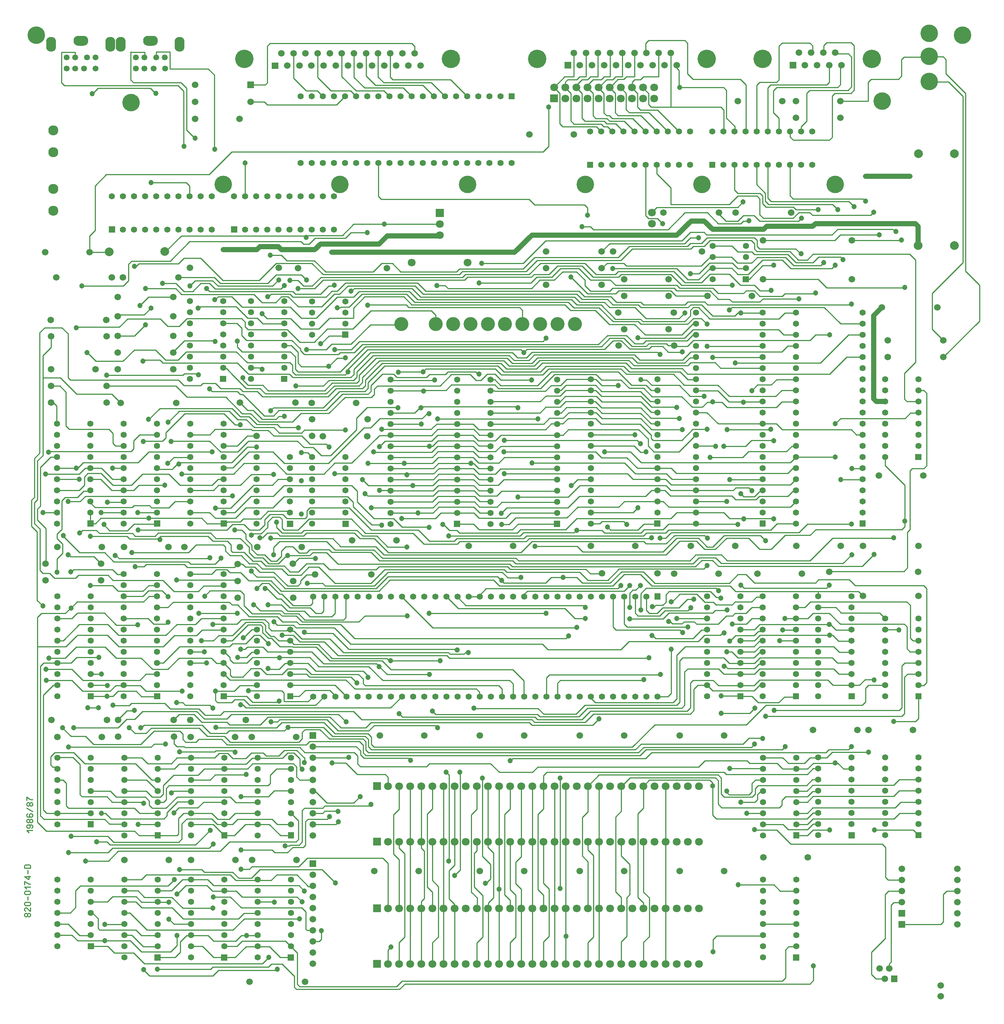
<source format=gbr>
%FSLAX34Y34*%
%MOMM*%
%LNCOPPER_TOP*%
G71*
G01*
%ADD10C,1.400*%
%ADD11C,1.800*%
%ADD12C,1.500*%
%ADD13C,1.800*%
%ADD14C,2.000*%
%ADD15C,2.000*%
%ADD16C,1.520*%
%ADD17C,1.400*%
%ADD18C,4.200*%
%ADD19C,4.000*%
%ADD20C,2.300*%
%ADD21C,1.520*%
%ADD22C,1.350*%
%ADD23C,3.200*%
%ADD24C,0.250*%
%ADD25C,1.200*%
%ADD26C,1.200*%
%ADD27C,0.238*%
%LPD*%
G36*
X1160490Y-189416D02*
X1146490Y-189416D01*
X1146490Y-175416D01*
X1160490Y-175416D01*
X1160490Y-189416D01*
G37*
X1128090Y-182415D02*
G54D10*
D03*
X1102690Y-182415D02*
G54D10*
D03*
X1077290Y-182416D02*
G54D10*
D03*
X1051890Y-182416D02*
G54D10*
D03*
X1026490Y-182415D02*
G54D10*
D03*
X1001090Y-182416D02*
G54D10*
D03*
X975690Y-182415D02*
G54D10*
D03*
X950290Y-182416D02*
G54D10*
D03*
X924890Y-182415D02*
G54D10*
D03*
X899490Y-182415D02*
G54D10*
D03*
X874090Y-182416D02*
G54D10*
D03*
X848690Y-182415D02*
G54D10*
D03*
X823290Y-182416D02*
G54D10*
D03*
X797890Y-182416D02*
G54D10*
D03*
X772490Y-182415D02*
G54D10*
D03*
X747090Y-182415D02*
G54D10*
D03*
X721690Y-182415D02*
G54D10*
D03*
X696290Y-182415D02*
G54D10*
D03*
X670890Y-182416D02*
G54D10*
D03*
X670890Y-334816D02*
G54D10*
D03*
X696290Y-334816D02*
G54D10*
D03*
X721690Y-334816D02*
G54D10*
D03*
X747090Y-334816D02*
G54D10*
D03*
X772490Y-334816D02*
G54D10*
D03*
X797890Y-334816D02*
G54D10*
D03*
X823290Y-334816D02*
G54D10*
D03*
X848690Y-334816D02*
G54D10*
D03*
X874090Y-334815D02*
G54D10*
D03*
X899490Y-334816D02*
G54D10*
D03*
X924890Y-334815D02*
G54D10*
D03*
X950290Y-334815D02*
G54D10*
D03*
X975690Y-334816D02*
G54D10*
D03*
X1001090Y-334815D02*
G54D10*
D03*
X1026490Y-334816D02*
G54D10*
D03*
X1051890Y-334815D02*
G54D10*
D03*
X1077290Y-334815D02*
G54D10*
D03*
X1102690Y-334815D02*
G54D10*
D03*
X1128090Y-334816D02*
G54D10*
D03*
X1153490Y-334816D02*
G54D10*
D03*
G36*
X1797435Y-1878918D02*
X1797435Y-1864918D01*
X1811435Y-1864918D01*
X1811435Y-1878918D01*
X1797435Y-1878918D01*
G37*
X1804435Y-1846518D02*
G54D10*
D03*
X1804435Y-1821118D02*
G54D10*
D03*
X1804435Y-1795718D02*
G54D10*
D03*
X1804435Y-1770318D02*
G54D10*
D03*
X1804435Y-1744918D02*
G54D10*
D03*
X1804435Y-1719518D02*
G54D10*
D03*
X1804435Y-1694118D02*
G54D10*
D03*
X1728235Y-1694118D02*
G54D10*
D03*
X1728235Y-1719518D02*
G54D10*
D03*
X1728235Y-1744918D02*
G54D10*
D03*
X1728235Y-1770318D02*
G54D10*
D03*
X1728235Y-1795718D02*
G54D10*
D03*
X1728235Y-1821118D02*
G54D10*
D03*
X1728235Y-1846518D02*
G54D10*
D03*
X1728235Y-1871918D02*
G54D10*
D03*
G36*
X2076838Y-1560977D02*
X2076838Y-1546977D01*
X2090838Y-1546977D01*
X2090838Y-1560977D01*
X2076838Y-1560977D01*
G37*
X2083838Y-1528577D02*
G54D10*
D03*
X2083838Y-1503177D02*
G54D10*
D03*
X2083838Y-1477777D02*
G54D10*
D03*
X2083838Y-1452377D02*
G54D10*
D03*
X2083838Y-1426977D02*
G54D10*
D03*
X2083838Y-1401577D02*
G54D10*
D03*
X2083839Y-1376177D02*
G54D10*
D03*
X2007639Y-1376177D02*
G54D10*
D03*
X2007639Y-1401577D02*
G54D10*
D03*
X2007639Y-1426977D02*
G54D10*
D03*
X2007639Y-1452377D02*
G54D10*
D03*
X2007639Y-1477777D02*
G54D10*
D03*
X2007639Y-1503177D02*
G54D10*
D03*
X2007639Y-1528577D02*
G54D10*
D03*
X2007639Y-1553977D02*
G54D10*
D03*
G36*
X1797345Y-2158148D02*
X1797345Y-2144148D01*
X1811345Y-2144148D01*
X1811345Y-2158148D01*
X1797345Y-2158148D01*
G37*
X1804345Y-2125748D02*
G54D10*
D03*
X1804345Y-2100348D02*
G54D10*
D03*
X1804345Y-2074948D02*
G54D10*
D03*
X1804345Y-2049548D02*
G54D10*
D03*
X1804345Y-2024148D02*
G54D10*
D03*
X1804345Y-1998748D02*
G54D10*
D03*
X1804345Y-1973348D02*
G54D10*
D03*
X1728145Y-1973348D02*
G54D10*
D03*
X1728145Y-1998748D02*
G54D10*
D03*
X1728145Y-2024148D02*
G54D10*
D03*
X1728145Y-2049548D02*
G54D10*
D03*
X1728145Y-2074948D02*
G54D10*
D03*
X1728145Y-2100348D02*
G54D10*
D03*
X1728145Y-2125749D02*
G54D10*
D03*
X1728145Y-2151149D02*
G54D10*
D03*
G36*
X2076656Y-1013964D02*
X2076656Y-999964D01*
X2090656Y-999964D01*
X2090656Y-1013964D01*
X2076656Y-1013964D01*
G37*
X2083656Y-981564D02*
G54D10*
D03*
X2083656Y-956164D02*
G54D10*
D03*
X2083656Y-930764D02*
G54D10*
D03*
X2083656Y-905364D02*
G54D10*
D03*
X2083656Y-879964D02*
G54D10*
D03*
X2083656Y-854564D02*
G54D10*
D03*
X2083656Y-829164D02*
G54D10*
D03*
X2007457Y-829164D02*
G54D10*
D03*
X2007456Y-854564D02*
G54D10*
D03*
X2007456Y-879964D02*
G54D10*
D03*
X2007456Y-905364D02*
G54D10*
D03*
X2007456Y-930764D02*
G54D10*
D03*
X2007456Y-956164D02*
G54D10*
D03*
X2007456Y-981564D02*
G54D10*
D03*
X2007456Y-1006964D02*
G54D10*
D03*
G36*
X1948991Y-1166199D02*
X1948991Y-1152199D01*
X1962991Y-1152199D01*
X1962991Y-1166199D01*
X1948991Y-1166199D01*
G37*
X1955991Y-1133798D02*
G54D10*
D03*
X1955991Y-1108398D02*
G54D10*
D03*
X1955991Y-1082998D02*
G54D10*
D03*
X1955991Y-1057598D02*
G54D10*
D03*
X1955991Y-1032198D02*
G54D10*
D03*
X1955991Y-1006798D02*
G54D10*
D03*
X1955991Y-981398D02*
G54D10*
D03*
X1955991Y-955998D02*
G54D10*
D03*
X1955991Y-930598D02*
G54D10*
D03*
X1955991Y-905198D02*
G54D10*
D03*
X1955991Y-879798D02*
G54D10*
D03*
X1955991Y-854398D02*
G54D10*
D03*
X1955991Y-828998D02*
G54D10*
D03*
X1955991Y-803598D02*
G54D10*
D03*
X1955991Y-778198D02*
G54D10*
D03*
X1955991Y-752798D02*
G54D10*
D03*
X1955991Y-727398D02*
G54D10*
D03*
X1955991Y-701998D02*
G54D10*
D03*
X1955991Y-676599D02*
G54D10*
D03*
X1803591Y-676598D02*
G54D10*
D03*
X1803591Y-701998D02*
G54D10*
D03*
X1803591Y-727398D02*
G54D10*
D03*
X1803591Y-752798D02*
G54D10*
D03*
X1803591Y-778198D02*
G54D10*
D03*
X1803591Y-803598D02*
G54D10*
D03*
X1803591Y-828998D02*
G54D10*
D03*
X1803591Y-854398D02*
G54D10*
D03*
X1803591Y-879798D02*
G54D10*
D03*
X1803591Y-905198D02*
G54D10*
D03*
X1803591Y-930598D02*
G54D10*
D03*
X1803591Y-955998D02*
G54D10*
D03*
X1803591Y-981398D02*
G54D10*
D03*
X1803591Y-1006798D02*
G54D10*
D03*
X1803591Y-1032198D02*
G54D10*
D03*
X1803591Y-1057598D02*
G54D10*
D03*
X1803591Y-1082998D02*
G54D10*
D03*
X1803591Y-1108398D02*
G54D10*
D03*
X1803591Y-1133798D02*
G54D10*
D03*
X1803591Y-1159198D02*
G54D10*
D03*
G36*
X1720391Y-1166198D02*
X1720391Y-1152198D01*
X1734391Y-1152198D01*
X1734391Y-1166198D01*
X1720391Y-1166198D01*
G37*
X1727391Y-1133798D02*
G54D10*
D03*
X1727391Y-1108398D02*
G54D10*
D03*
X1727391Y-1082998D02*
G54D10*
D03*
X1727391Y-1057598D02*
G54D10*
D03*
X1727391Y-1032198D02*
G54D10*
D03*
X1727391Y-1006799D02*
G54D10*
D03*
X1727391Y-981398D02*
G54D10*
D03*
X1727391Y-955999D02*
G54D10*
D03*
X1727391Y-930598D02*
G54D10*
D03*
X1727391Y-905198D02*
G54D10*
D03*
X1727391Y-879798D02*
G54D10*
D03*
X1727391Y-854398D02*
G54D10*
D03*
X1727391Y-828998D02*
G54D10*
D03*
X1727391Y-803598D02*
G54D10*
D03*
X1727391Y-778198D02*
G54D10*
D03*
X1727391Y-752798D02*
G54D10*
D03*
X1727391Y-727398D02*
G54D10*
D03*
X1727391Y-701998D02*
G54D10*
D03*
X1727391Y-676598D02*
G54D10*
D03*
X1574991Y-676598D02*
G54D10*
D03*
X1574991Y-701998D02*
G54D10*
D03*
X1574991Y-727398D02*
G54D10*
D03*
X1574991Y-752798D02*
G54D10*
D03*
X1574991Y-778198D02*
G54D10*
D03*
X1574991Y-803598D02*
G54D10*
D03*
X1574991Y-828998D02*
G54D10*
D03*
X1574991Y-854398D02*
G54D10*
D03*
X1574991Y-879798D02*
G54D10*
D03*
X1574991Y-905198D02*
G54D10*
D03*
X1574991Y-930599D02*
G54D10*
D03*
X1574991Y-955998D02*
G54D10*
D03*
X1574991Y-981398D02*
G54D10*
D03*
X1574991Y-1006798D02*
G54D10*
D03*
X1574991Y-1032198D02*
G54D10*
D03*
X1574991Y-1057598D02*
G54D10*
D03*
X1574991Y-1082998D02*
G54D10*
D03*
X1574991Y-1108398D02*
G54D10*
D03*
X1574991Y-1133798D02*
G54D10*
D03*
X1574991Y-1159198D02*
G54D10*
D03*
G36*
X1682190Y-607426D02*
X1682190Y-593426D01*
X1696190Y-593426D01*
X1696190Y-607426D01*
X1682190Y-607426D01*
G37*
X1689190Y-575026D02*
G54D10*
D03*
X1689190Y-549626D02*
G54D10*
D03*
X1689190Y-524227D02*
G54D10*
D03*
X1612990Y-524227D02*
G54D10*
D03*
X1612990Y-549626D02*
G54D10*
D03*
X1612990Y-575026D02*
G54D10*
D03*
X1612990Y-600426D02*
G54D10*
D03*
G36*
X1479686Y-1166192D02*
X1479686Y-1152192D01*
X1493686Y-1152192D01*
X1493686Y-1166192D01*
X1479686Y-1166192D01*
G37*
X1486686Y-1133792D02*
G54D10*
D03*
X1486686Y-1108392D02*
G54D10*
D03*
X1486686Y-1082992D02*
G54D10*
D03*
X1486686Y-1057592D02*
G54D10*
D03*
X1486686Y-1032193D02*
G54D10*
D03*
X1486686Y-1006793D02*
G54D10*
D03*
X1486686Y-981393D02*
G54D10*
D03*
X1486686Y-955993D02*
G54D10*
D03*
X1486686Y-930593D02*
G54D10*
D03*
X1486686Y-905193D02*
G54D10*
D03*
X1486686Y-879793D02*
G54D10*
D03*
X1486686Y-854393D02*
G54D10*
D03*
X1486685Y-828993D02*
G54D10*
D03*
X1334286Y-828993D02*
G54D10*
D03*
X1334286Y-854393D02*
G54D10*
D03*
X1334286Y-879793D02*
G54D10*
D03*
X1334286Y-905193D02*
G54D10*
D03*
X1334286Y-930593D02*
G54D10*
D03*
X1334286Y-955993D02*
G54D10*
D03*
X1334286Y-981393D02*
G54D10*
D03*
X1334286Y-1006793D02*
G54D10*
D03*
X1334286Y-1032193D02*
G54D10*
D03*
X1334286Y-1057592D02*
G54D10*
D03*
X1334286Y-1082992D02*
G54D10*
D03*
X1334285Y-1108392D02*
G54D10*
D03*
X1334286Y-1133792D02*
G54D10*
D03*
X1334286Y-1159192D02*
G54D10*
D03*
G36*
X1021800Y-1166834D02*
X1021800Y-1152834D01*
X1035800Y-1152834D01*
X1035800Y-1166834D01*
X1021800Y-1166834D01*
G37*
X1028800Y-1134434D02*
G54D10*
D03*
X1028800Y-1109034D02*
G54D10*
D03*
X1028800Y-1083634D02*
G54D10*
D03*
X1028800Y-1058234D02*
G54D10*
D03*
X1028800Y-1032834D02*
G54D10*
D03*
X1028800Y-1007434D02*
G54D10*
D03*
X1028800Y-982034D02*
G54D10*
D03*
X1028800Y-956634D02*
G54D10*
D03*
X1028800Y-931234D02*
G54D10*
D03*
X1028800Y-905834D02*
G54D10*
D03*
X1028800Y-880434D02*
G54D10*
D03*
X1028800Y-855034D02*
G54D10*
D03*
X1028800Y-829634D02*
G54D10*
D03*
X876400Y-829634D02*
G54D10*
D03*
X876400Y-855034D02*
G54D10*
D03*
X876400Y-880434D02*
G54D10*
D03*
X876400Y-905834D02*
G54D10*
D03*
X876400Y-931234D02*
G54D10*
D03*
X876400Y-956634D02*
G54D10*
D03*
X876400Y-982034D02*
G54D10*
D03*
X876400Y-1007434D02*
G54D10*
D03*
X876400Y-1032834D02*
G54D10*
D03*
X876400Y-1058234D02*
G54D10*
D03*
X876400Y-1083634D02*
G54D10*
D03*
X876400Y-1109034D02*
G54D10*
D03*
X876400Y-1134434D02*
G54D10*
D03*
X876400Y-1159834D02*
G54D10*
D03*
G36*
X766642Y-1166818D02*
X766642Y-1152818D01*
X780642Y-1152818D01*
X780642Y-1166818D01*
X766642Y-1166818D01*
G37*
X773642Y-1134418D02*
G54D10*
D03*
X773642Y-1109018D02*
G54D10*
D03*
X773642Y-1083618D02*
G54D10*
D03*
X773642Y-1058218D02*
G54D10*
D03*
X773642Y-1032818D02*
G54D10*
D03*
X773642Y-1007418D02*
G54D10*
D03*
X697442Y-1007418D02*
G54D10*
D03*
X697442Y-1032818D02*
G54D10*
D03*
X697442Y-1058218D02*
G54D10*
D03*
X697442Y-1083618D02*
G54D10*
D03*
X697442Y-1109018D02*
G54D10*
D03*
X697442Y-1134418D02*
G54D10*
D03*
X697442Y-1159818D02*
G54D10*
D03*
G36*
X639642Y-1166818D02*
X639642Y-1152818D01*
X653642Y-1152818D01*
X653642Y-1166818D01*
X639642Y-1166818D01*
G37*
X646642Y-1134418D02*
G54D10*
D03*
X646642Y-1109018D02*
G54D10*
D03*
X646642Y-1083618D02*
G54D10*
D03*
X646642Y-1058218D02*
G54D10*
D03*
X646642Y-1032818D02*
G54D10*
D03*
X646642Y-1007418D02*
G54D10*
D03*
X570442Y-1007418D02*
G54D10*
D03*
X570442Y-1032818D02*
G54D10*
D03*
X570442Y-1058218D02*
G54D10*
D03*
X570442Y-1083618D02*
G54D10*
D03*
X570442Y-1109018D02*
G54D10*
D03*
X570442Y-1134418D02*
G54D10*
D03*
X570442Y-1159818D02*
G54D10*
D03*
G36*
X183224Y-1166188D02*
X183224Y-1152188D01*
X197224Y-1152188D01*
X197224Y-1166188D01*
X183224Y-1166188D01*
G37*
X190224Y-1133788D02*
G54D10*
D03*
X190224Y-1108388D02*
G54D10*
D03*
X190224Y-1082988D02*
G54D10*
D03*
X190224Y-1057588D02*
G54D10*
D03*
X190224Y-1032188D02*
G54D10*
D03*
X190224Y-1006788D02*
G54D10*
D03*
X190224Y-981388D02*
G54D10*
D03*
X190224Y-955988D02*
G54D10*
D03*
X190224Y-930589D02*
G54D10*
D03*
X114024Y-930588D02*
G54D10*
D03*
X114024Y-955988D02*
G54D10*
D03*
X114024Y-981388D02*
G54D10*
D03*
X114024Y-1006788D02*
G54D10*
D03*
X114024Y-1032188D02*
G54D10*
D03*
X114024Y-1057588D02*
G54D10*
D03*
X114024Y-1082988D02*
G54D10*
D03*
X114024Y-1108388D02*
G54D10*
D03*
X114024Y-1133788D02*
G54D10*
D03*
X114024Y-1159188D02*
G54D10*
D03*
G36*
X335555Y-1561100D02*
X335555Y-1547100D01*
X349555Y-1547100D01*
X349555Y-1561100D01*
X335555Y-1561100D01*
G37*
X342555Y-1528700D02*
G54D10*
D03*
X342555Y-1503300D02*
G54D10*
D03*
X342555Y-1477900D02*
G54D10*
D03*
X342555Y-1452500D02*
G54D10*
D03*
X342555Y-1427100D02*
G54D10*
D03*
X342555Y-1401700D02*
G54D10*
D03*
X342555Y-1376300D02*
G54D10*
D03*
X342555Y-1350900D02*
G54D10*
D03*
X342555Y-1325500D02*
G54D10*
D03*
X342555Y-1300100D02*
G54D10*
D03*
X342555Y-1274699D02*
G54D10*
D03*
X266354Y-1274700D02*
G54D10*
D03*
X266354Y-1300100D02*
G54D10*
D03*
X266354Y-1325500D02*
G54D10*
D03*
X266354Y-1350900D02*
G54D10*
D03*
X266354Y-1376300D02*
G54D10*
D03*
X266354Y-1401700D02*
G54D10*
D03*
X266354Y-1427100D02*
G54D10*
D03*
X266354Y-1452500D02*
G54D10*
D03*
X266354Y-1477900D02*
G54D10*
D03*
X266354Y-1503300D02*
G54D10*
D03*
X266354Y-1528700D02*
G54D10*
D03*
X266355Y-1554100D02*
G54D10*
D03*
G36*
X640118Y-1561036D02*
X640118Y-1547036D01*
X654118Y-1547036D01*
X654118Y-1561036D01*
X640118Y-1561036D01*
G37*
X647118Y-1528636D02*
G54D10*
D03*
X647118Y-1503236D02*
G54D10*
D03*
X647118Y-1477836D02*
G54D10*
D03*
X647118Y-1452436D02*
G54D10*
D03*
X647118Y-1427037D02*
G54D10*
D03*
X647118Y-1401637D02*
G54D10*
D03*
X570918Y-1401637D02*
G54D10*
D03*
X570918Y-1427037D02*
G54D10*
D03*
X570918Y-1452436D02*
G54D10*
D03*
X570918Y-1477836D02*
G54D10*
D03*
X570918Y-1503236D02*
G54D10*
D03*
X570918Y-1528636D02*
G54D10*
D03*
X570918Y-1554036D02*
G54D10*
D03*
G36*
X765920Y-734371D02*
X765920Y-720371D01*
X779920Y-720371D01*
X779920Y-734371D01*
X765920Y-734371D01*
G37*
X772920Y-701971D02*
G54D10*
D03*
X772920Y-676571D02*
G54D10*
D03*
X772920Y-651171D02*
G54D10*
D03*
X696720Y-651171D02*
G54D10*
D03*
X696720Y-676571D02*
G54D10*
D03*
X696720Y-701971D02*
G54D10*
D03*
X696720Y-727371D02*
G54D10*
D03*
G36*
X626220Y-835520D02*
X626220Y-821520D01*
X640220Y-821520D01*
X640220Y-835520D01*
X626220Y-835520D01*
G37*
X633220Y-803120D02*
G54D10*
D03*
X633220Y-777720D02*
G54D10*
D03*
X633220Y-752320D02*
G54D10*
D03*
X633220Y-726920D02*
G54D10*
D03*
X633220Y-701520D02*
G54D10*
D03*
X633220Y-676119D02*
G54D10*
D03*
X633220Y-650719D02*
G54D10*
D03*
X557020Y-650719D02*
G54D10*
D03*
X557020Y-676120D02*
G54D10*
D03*
X557020Y-701520D02*
G54D10*
D03*
X557020Y-726919D02*
G54D10*
D03*
X557020Y-752320D02*
G54D10*
D03*
X557020Y-777720D02*
G54D10*
D03*
X557020Y-803120D02*
G54D10*
D03*
X557020Y-828519D02*
G54D10*
D03*
G36*
X486520Y-835519D02*
X486520Y-821519D01*
X500520Y-821519D01*
X500520Y-835519D01*
X486520Y-835519D01*
G37*
X493520Y-803120D02*
G54D10*
D03*
X493520Y-777720D02*
G54D10*
D03*
X493520Y-752319D02*
G54D10*
D03*
X493520Y-726919D02*
G54D10*
D03*
X493520Y-701520D02*
G54D10*
D03*
X493520Y-676120D02*
G54D10*
D03*
X493520Y-650720D02*
G54D10*
D03*
X417320Y-650720D02*
G54D10*
D03*
X417320Y-676120D02*
G54D10*
D03*
X417320Y-701520D02*
G54D10*
D03*
X417320Y-726920D02*
G54D10*
D03*
X417320Y-752320D02*
G54D10*
D03*
X417320Y-777720D02*
G54D10*
D03*
X417320Y-803120D02*
G54D10*
D03*
X417320Y-828520D02*
G54D10*
D03*
G36*
X1605477Y-332132D02*
X1619477Y-332132D01*
X1619477Y-346132D01*
X1605477Y-346132D01*
X1605477Y-332132D01*
G37*
X1637877Y-339132D02*
G54D10*
D03*
X1663277Y-339132D02*
G54D10*
D03*
X1688677Y-339132D02*
G54D10*
D03*
X1714077Y-339132D02*
G54D10*
D03*
X1739477Y-339132D02*
G54D10*
D03*
X1764877Y-339132D02*
G54D10*
D03*
X1790277Y-339132D02*
G54D10*
D03*
X1815677Y-339132D02*
G54D10*
D03*
X1841077Y-339132D02*
G54D10*
D03*
X1841077Y-262932D02*
G54D10*
D03*
X1815677Y-262932D02*
G54D10*
D03*
X1790277Y-262932D02*
G54D10*
D03*
X1764877Y-262932D02*
G54D10*
D03*
X1739477Y-262932D02*
G54D10*
D03*
X1714077Y-262932D02*
G54D10*
D03*
X1688677Y-262932D02*
G54D10*
D03*
X1663277Y-262932D02*
G54D10*
D03*
X1637877Y-262932D02*
G54D10*
D03*
X1612477Y-262932D02*
G54D10*
D03*
G36*
X1241595Y-178074D02*
X1259595Y-178074D01*
X1259595Y-196074D01*
X1241595Y-196074D01*
X1241595Y-178074D01*
G37*
X1250595Y-161674D02*
G54D11*
D03*
X1275995Y-187073D02*
G54D11*
D03*
X1275995Y-161674D02*
G54D11*
D03*
X1301395Y-187073D02*
G54D11*
D03*
X1301395Y-161674D02*
G54D11*
D03*
X1326795Y-187073D02*
G54D11*
D03*
X1326795Y-161674D02*
G54D11*
D03*
X1352195Y-187074D02*
G54D11*
D03*
X1352195Y-161674D02*
G54D11*
D03*
X1377595Y-187073D02*
G54D11*
D03*
X1377595Y-161674D02*
G54D11*
D03*
X1402995Y-187074D02*
G54D11*
D03*
X1402995Y-161674D02*
G54D11*
D03*
X1428395Y-187074D02*
G54D11*
D03*
X1428395Y-161674D02*
G54D11*
D03*
X1453795Y-187074D02*
G54D11*
D03*
X1453795Y-161674D02*
G54D11*
D03*
X1479195Y-187074D02*
G54D11*
D03*
X1479195Y-161674D02*
G54D11*
D03*
X1500836Y-448328D02*
G54D12*
D03*
X1627836Y-448328D02*
G54D12*
D03*
X1665936Y-448328D02*
G54D12*
D03*
X1792936Y-448328D02*
G54D12*
D03*
X1474007Y-473728D02*
G54D13*
D03*
X1474007Y-448328D02*
G54D13*
D03*
X1671176Y-192941D02*
G54D12*
D03*
X1772776Y-192941D02*
G54D12*
D03*
X1803401Y-193128D02*
G54D12*
D03*
X1905000Y-193128D02*
G54D12*
D03*
X1803401Y-231228D02*
G54D12*
D03*
X1905000Y-231228D02*
G54D12*
D03*
X1728145Y-511358D02*
G54D12*
D03*
X1931345Y-511358D02*
G54D12*
D03*
X1728145Y-600258D02*
G54D12*
D03*
X1931345Y-600257D02*
G54D12*
D03*
X1385245Y-536758D02*
G54D12*
D03*
X1588445Y-536758D02*
G54D12*
D03*
X2000543Y-664751D02*
G54D12*
D03*
X2127543Y-664751D02*
G54D12*
D03*
X2013380Y-740662D02*
G54D12*
D03*
X2140380Y-740662D02*
G54D12*
D03*
X2013380Y-778762D02*
G54D12*
D03*
X2140380Y-778762D02*
G54D12*
D03*
X2046076Y-1948406D02*
G54D12*
D03*
X2173076Y-1948406D02*
G54D12*
D03*
X2046076Y-1973806D02*
G54D12*
D03*
X2173076Y-1973806D02*
G54D12*
D03*
X2046076Y-1999206D02*
G54D12*
D03*
X2173076Y-1999206D02*
G54D12*
D03*
X2046076Y-2024606D02*
G54D12*
D03*
X2173076Y-2024606D02*
G54D12*
D03*
G36*
X2038490Y-2042754D02*
X2053490Y-2042754D01*
X2053490Y-2057754D01*
X2038490Y-2057754D01*
X2038490Y-2042754D01*
G37*
X2173249Y-2050254D02*
G54D12*
D03*
G36*
X2038490Y-2068154D02*
X2053490Y-2068154D01*
X2053490Y-2083154D01*
X2038490Y-2083154D01*
X2038490Y-2068154D01*
G37*
X2173249Y-2075654D02*
G54D12*
D03*
X1601250Y-638768D02*
G54D12*
D03*
X1702850Y-638768D02*
G54D12*
D03*
X1410750Y-600668D02*
G54D12*
D03*
X1512350Y-600668D02*
G54D12*
D03*
X1410750Y-638768D02*
G54D12*
D03*
X1512350Y-638768D02*
G54D12*
D03*
X1397212Y-677024D02*
G54D12*
D03*
X1524212Y-677024D02*
G54D12*
D03*
X1398049Y-752509D02*
G54D12*
D03*
X1525049Y-752509D02*
G54D12*
D03*
X1410750Y-714968D02*
G54D12*
D03*
X1512350Y-714968D02*
G54D12*
D03*
X1194263Y-269786D02*
G54D12*
D03*
X1295863Y-269786D02*
G54D12*
D03*
G36*
X980169Y-440142D02*
X998169Y-440142D01*
X998169Y-458142D01*
X980169Y-458142D01*
X980169Y-440142D01*
G37*
X989169Y-474611D02*
G54D13*
D03*
X989137Y-500150D02*
G54D13*
D03*
X1232112Y-537324D02*
G54D12*
D03*
X1359112Y-537324D02*
G54D12*
D03*
X924536Y-562577D02*
G54D13*
D03*
X1052784Y-562577D02*
G54D13*
D03*
X2165993Y-313833D02*
G54D14*
D03*
X2083658Y-313537D02*
G54D14*
D03*
X2165683Y-523871D02*
G54D14*
D03*
X2083348Y-523575D02*
G54D14*
D03*
G36*
X564024Y-163846D02*
X549024Y-163846D01*
X549024Y-148846D01*
X564024Y-148846D01*
X564024Y-163846D01*
G37*
X429265Y-156346D02*
G54D12*
D03*
X429484Y-195155D02*
G54D12*
D03*
X556484Y-195154D02*
G54D12*
D03*
X429651Y-234397D02*
G54D12*
D03*
X531251Y-234397D02*
G54D12*
D03*
X665308Y-574879D02*
G54D12*
D03*
X868508Y-574879D02*
G54D12*
D03*
X417319Y-574611D02*
G54D12*
D03*
X620519Y-574611D02*
G54D12*
D03*
X233159Y-537660D02*
G54D15*
D03*
X360473Y-537464D02*
G54D15*
D03*
X86751Y-539197D02*
G54D12*
D03*
X188352Y-539197D02*
G54D12*
D03*
X264599Y-596063D02*
G54D12*
D03*
X391599Y-596063D02*
G54D12*
D03*
X112199Y-596063D02*
G54D12*
D03*
X239199Y-596063D02*
G54D12*
D03*
X252752Y-641010D02*
G54D12*
D03*
X379753Y-641010D02*
G54D12*
D03*
X252683Y-730244D02*
G54D12*
D03*
X379683Y-730244D02*
G54D12*
D03*
X99999Y-844682D02*
G54D12*
D03*
X226999Y-844682D02*
G54D12*
D03*
X100000Y-806495D02*
G54D12*
D03*
X201600Y-806495D02*
G54D12*
D03*
X526970Y-1251287D02*
G54D12*
D03*
X653244Y-1250750D02*
G54D12*
D03*
X526970Y-1290429D02*
G54D12*
D03*
X653970Y-1290429D02*
G54D12*
D03*
X526970Y-1328529D02*
G54D12*
D03*
X653970Y-1328529D02*
G54D12*
D03*
X405068Y-1212715D02*
G54D12*
D03*
X532068Y-1212715D02*
G54D12*
D03*
X87568Y-1250815D02*
G54D12*
D03*
X214568Y-1250815D02*
G54D12*
D03*
X87568Y-1288915D02*
G54D12*
D03*
X214568Y-1288915D02*
G54D12*
D03*
X418213Y-1607870D02*
G54D12*
D03*
X545213Y-1607870D02*
G54D12*
D03*
X253113Y-1607870D02*
G54D12*
D03*
X380113Y-1607870D02*
G54D12*
D03*
X253450Y-1646586D02*
G54D12*
D03*
X381237Y-1646288D02*
G54D12*
D03*
X554048Y-2206515D02*
G54D12*
D03*
X681048Y-2206515D02*
G54D12*
D03*
X1582100Y-1759300D02*
G54D11*
D03*
X1556700Y-1759300D02*
G54D11*
D03*
X1531300Y-1759300D02*
G54D11*
D03*
X1505900Y-1759300D02*
G54D11*
D03*
X1480500Y-1759300D02*
G54D11*
D03*
X1455100Y-1759300D02*
G54D11*
D03*
X1429700Y-1759300D02*
G54D11*
D03*
X1404300Y-1759300D02*
G54D11*
D03*
X1378900Y-1759300D02*
G54D11*
D03*
X1353500Y-1759300D02*
G54D11*
D03*
X1328100Y-1759300D02*
G54D11*
D03*
X1302700Y-1759300D02*
G54D11*
D03*
X1277300Y-1759300D02*
G54D11*
D03*
X1251900Y-1759300D02*
G54D11*
D03*
X1226500Y-1759300D02*
G54D11*
D03*
X1201100Y-1759300D02*
G54D11*
D03*
X1175700Y-1759300D02*
G54D11*
D03*
X1150300Y-1759300D02*
G54D11*
D03*
X1099500Y-1759300D02*
G54D11*
D03*
X1074100Y-1759300D02*
G54D11*
D03*
X1048700Y-1759300D02*
G54D11*
D03*
X1023300Y-1759300D02*
G54D11*
D03*
X997900Y-1759300D02*
G54D11*
D03*
X972500Y-1759300D02*
G54D11*
D03*
X947100Y-1759300D02*
G54D11*
D03*
X921700Y-1759300D02*
G54D11*
D03*
X896300Y-1759300D02*
G54D11*
D03*
X870900Y-1759300D02*
G54D11*
D03*
G36*
X836500Y-1750300D02*
X854500Y-1750300D01*
X854500Y-1768300D01*
X836500Y-1768300D01*
X836500Y-1750300D01*
G37*
X1124900Y-1759300D02*
G54D11*
D03*
X1582100Y-1886300D02*
G54D11*
D03*
X1556700Y-1886300D02*
G54D11*
D03*
X1531300Y-1886300D02*
G54D11*
D03*
X1505900Y-1886300D02*
G54D11*
D03*
X1480500Y-1886300D02*
G54D11*
D03*
X1455100Y-1886300D02*
G54D11*
D03*
X1429700Y-1886300D02*
G54D11*
D03*
X1404300Y-1886300D02*
G54D11*
D03*
X1378900Y-1886300D02*
G54D11*
D03*
X1353500Y-1886300D02*
G54D11*
D03*
X1328100Y-1886300D02*
G54D11*
D03*
X1302700Y-1886300D02*
G54D11*
D03*
X1277300Y-1886300D02*
G54D11*
D03*
X1251900Y-1886300D02*
G54D11*
D03*
X1226500Y-1886300D02*
G54D11*
D03*
X1201100Y-1886300D02*
G54D11*
D03*
X1175700Y-1886300D02*
G54D11*
D03*
X1150300Y-1886300D02*
G54D11*
D03*
X1124900Y-1886300D02*
G54D11*
D03*
X1099500Y-1886300D02*
G54D11*
D03*
X1074100Y-1886300D02*
G54D11*
D03*
X1048700Y-1886300D02*
G54D11*
D03*
X1023300Y-1886300D02*
G54D11*
D03*
X997900Y-1886300D02*
G54D11*
D03*
X972500Y-1886300D02*
G54D11*
D03*
X947100Y-1886300D02*
G54D11*
D03*
X921700Y-1886300D02*
G54D11*
D03*
X896300Y-1886300D02*
G54D11*
D03*
X870900Y-1886300D02*
G54D11*
D03*
G36*
X836500Y-1877300D02*
X854500Y-1877300D01*
X854500Y-1895300D01*
X836500Y-1895300D01*
X836500Y-1877300D01*
G37*
G36*
X706423Y-1635906D02*
X706423Y-1651106D01*
X691223Y-1651106D01*
X691223Y-1635906D01*
X706423Y-1635906D01*
G37*
X698823Y-1668906D02*
G54D16*
D03*
X698823Y-1694306D02*
G54D16*
D03*
X698823Y-1719706D02*
G54D16*
D03*
X698823Y-1745106D02*
G54D16*
D03*
X698823Y-1770506D02*
G54D16*
D03*
X698823Y-1795906D02*
G54D16*
D03*
X698823Y-1821306D02*
G54D16*
D03*
X698823Y-1846706D02*
G54D16*
D03*
X698823Y-1872106D02*
G54D16*
D03*
G36*
X706685Y-1929097D02*
X706685Y-1944297D01*
X691485Y-1944297D01*
X691485Y-1929097D01*
X706685Y-1929097D01*
G37*
X699085Y-1962097D02*
G54D16*
D03*
X699085Y-1987497D02*
G54D16*
D03*
X699085Y-2012897D02*
G54D16*
D03*
X699085Y-2038297D02*
G54D16*
D03*
X699085Y-2063697D02*
G54D16*
D03*
X699085Y-2089097D02*
G54D16*
D03*
X699085Y-2114497D02*
G54D16*
D03*
X699085Y-2139897D02*
G54D16*
D03*
X699085Y-2165297D02*
G54D16*
D03*
G36*
X1479890Y-1318768D02*
X1493890Y-1318768D01*
X1493890Y-1332768D01*
X1479890Y-1332768D01*
X1479890Y-1318768D01*
G37*
X1461490Y-1325768D02*
G54D17*
D03*
X1436090Y-1325768D02*
G54D17*
D03*
X1410690Y-1325768D02*
G54D17*
D03*
X1385290Y-1325768D02*
G54D17*
D03*
X1359890Y-1325768D02*
G54D17*
D03*
X1334490Y-1325768D02*
G54D17*
D03*
X1309090Y-1325768D02*
G54D17*
D03*
X1283690Y-1325768D02*
G54D17*
D03*
X1258290Y-1325768D02*
G54D17*
D03*
X1232890Y-1325768D02*
G54D17*
D03*
X1207490Y-1325768D02*
G54D17*
D03*
X1182090Y-1325768D02*
G54D17*
D03*
X1156690Y-1325768D02*
G54D17*
D03*
X1131290Y-1325768D02*
G54D17*
D03*
X1105890Y-1325768D02*
G54D17*
D03*
X1080490Y-1325768D02*
G54D17*
D03*
X1055090Y-1325768D02*
G54D17*
D03*
X1029690Y-1325768D02*
G54D17*
D03*
X1004290Y-1325768D02*
G54D17*
D03*
X978890Y-1325768D02*
G54D17*
D03*
X953490Y-1325768D02*
G54D17*
D03*
X928090Y-1325768D02*
G54D17*
D03*
X902690Y-1325768D02*
G54D17*
D03*
X877290Y-1325768D02*
G54D17*
D03*
X851890Y-1325768D02*
G54D17*
D03*
X826490Y-1325768D02*
G54D17*
D03*
X801090Y-1325768D02*
G54D17*
D03*
X775690Y-1325768D02*
G54D17*
D03*
X750290Y-1325768D02*
G54D17*
D03*
X724890Y-1325768D02*
G54D17*
D03*
X699490Y-1325768D02*
G54D17*
D03*
X1486890Y-1554368D02*
G54D17*
D03*
X1461490Y-1554368D02*
G54D17*
D03*
X1436090Y-1554368D02*
G54D17*
D03*
X1410690Y-1554368D02*
G54D17*
D03*
X1385290Y-1554368D02*
G54D17*
D03*
X1359890Y-1554368D02*
G54D17*
D03*
X1334490Y-1554368D02*
G54D17*
D03*
X1309090Y-1554368D02*
G54D17*
D03*
X1283690Y-1554368D02*
G54D17*
D03*
X1258290Y-1554368D02*
G54D17*
D03*
X1232890Y-1554368D02*
G54D17*
D03*
X1207490Y-1554368D02*
G54D17*
D03*
X1182090Y-1554368D02*
G54D17*
D03*
X1156690Y-1554368D02*
G54D17*
D03*
X1131290Y-1554368D02*
G54D17*
D03*
X1105890Y-1554368D02*
G54D17*
D03*
X1080490Y-1554368D02*
G54D17*
D03*
X1055090Y-1554368D02*
G54D17*
D03*
X1029690Y-1554368D02*
G54D17*
D03*
X1004290Y-1554368D02*
G54D17*
D03*
X978890Y-1554368D02*
G54D17*
D03*
X953490Y-1554368D02*
G54D17*
D03*
X928090Y-1554368D02*
G54D17*
D03*
X902690Y-1554368D02*
G54D17*
D03*
X877290Y-1554368D02*
G54D17*
D03*
X851890Y-1554368D02*
G54D17*
D03*
X826490Y-1554368D02*
G54D17*
D03*
X801090Y-1554368D02*
G54D17*
D03*
X775690Y-1554368D02*
G54D17*
D03*
X750290Y-1554368D02*
G54D17*
D03*
X724890Y-1554368D02*
G54D17*
D03*
X699490Y-1554368D02*
G54D17*
D03*
G36*
X2020954Y-2192449D02*
X2035954Y-2192449D01*
X2035954Y-2207449D01*
X2020954Y-2207449D01*
X2020954Y-2192449D01*
G37*
X2006748Y-2199868D02*
G54D12*
D03*
X2017073Y-2175976D02*
G54D12*
D03*
X1995416Y-2175905D02*
G54D12*
D03*
X1977029Y-97241D02*
G54D18*
D03*
X1727404Y-97201D02*
G54D18*
D03*
X1599676Y-96819D02*
G54D18*
D03*
X1211855Y-96425D02*
G54D18*
D03*
X2184854Y-42909D02*
G54D19*
D03*
X2108589Y-38051D02*
G54D19*
D03*
X2108431Y-90665D02*
G54D19*
D03*
X2108431Y-148193D02*
G54D19*
D03*
X2000697Y-193378D02*
G54D19*
D03*
X1893190Y-384263D02*
G54D19*
D03*
X105320Y-393930D02*
G54D20*
D03*
X105244Y-444146D02*
G54D20*
D03*
X105115Y-260167D02*
G54D20*
D03*
X105038Y-310384D02*
G54D20*
D03*
G36*
X620432Y-120091D02*
X605232Y-120091D01*
X605232Y-104891D01*
X620432Y-104891D01*
X620432Y-120091D01*
G37*
X640532Y-112491D02*
G54D21*
D03*
X668132Y-112491D02*
G54D21*
D03*
X695832Y-112491D02*
G54D21*
D03*
X723532Y-112491D02*
G54D21*
D03*
X751232Y-112491D02*
G54D21*
D03*
X778932Y-112491D02*
G54D21*
D03*
X806632Y-112491D02*
G54D21*
D03*
X834332Y-112491D02*
G54D21*
D03*
X861932Y-112491D02*
G54D21*
D03*
X889632Y-112491D02*
G54D21*
D03*
X917332Y-112491D02*
G54D21*
D03*
X945032Y-112491D02*
G54D21*
D03*
X626732Y-84091D02*
G54D21*
D03*
X654432Y-84091D02*
G54D21*
D03*
X682132Y-84091D02*
G54D21*
D03*
X709832Y-84091D02*
G54D21*
D03*
X737532Y-84091D02*
G54D21*
D03*
X765232Y-84091D02*
G54D21*
D03*
X792932Y-84091D02*
G54D21*
D03*
X820532Y-84091D02*
G54D21*
D03*
X848232Y-84091D02*
G54D21*
D03*
X875932Y-84091D02*
G54D21*
D03*
X903632Y-84091D02*
G54D21*
D03*
X931332Y-84091D02*
G54D21*
D03*
X1015005Y-96425D02*
G54D18*
D03*
X541930Y-96425D02*
G54D18*
D03*
G36*
X1289427Y-119199D02*
X1274227Y-119199D01*
X1274227Y-103999D01*
X1289427Y-103999D01*
X1289427Y-119199D01*
G37*
X1309527Y-111599D02*
G54D21*
D03*
X1337127Y-111599D02*
G54D21*
D03*
X1364827Y-111599D02*
G54D21*
D03*
X1392527Y-111600D02*
G54D21*
D03*
X1420227Y-111599D02*
G54D21*
D03*
X1447927Y-111599D02*
G54D21*
D03*
X1475627Y-111599D02*
G54D21*
D03*
X1503327Y-111600D02*
G54D21*
D03*
X1530927Y-111599D02*
G54D21*
D03*
X1295727Y-83199D02*
G54D21*
D03*
X1323427Y-83199D02*
G54D21*
D03*
X1351127Y-83199D02*
G54D21*
D03*
X1378827Y-83199D02*
G54D21*
D03*
X1406527Y-83199D02*
G54D21*
D03*
X1434227Y-83199D02*
G54D21*
D03*
X1461927Y-83199D02*
G54D21*
D03*
X1489527Y-83199D02*
G54D21*
D03*
X1517227Y-83199D02*
G54D21*
D03*
G36*
X1804399Y-118695D02*
X1789199Y-118695D01*
X1789199Y-103495D01*
X1804399Y-103495D01*
X1804399Y-118695D01*
G37*
X1824398Y-111095D02*
G54D21*
D03*
X1852099Y-111095D02*
G54D21*
D03*
X1879799Y-111095D02*
G54D21*
D03*
X1907499Y-111095D02*
G54D21*
D03*
X1810699Y-82695D02*
G54D21*
D03*
X1838399Y-82695D02*
G54D21*
D03*
X1866099Y-82695D02*
G54D21*
D03*
X1893799Y-82695D02*
G54D21*
D03*
X135736Y-119245D02*
G54D22*
D03*
X155161Y-119225D02*
G54D22*
D03*
X135736Y-93845D02*
G54D22*
D03*
X155161Y-93825D02*
G54D22*
D03*
X182270Y-93739D02*
G54D22*
D03*
X201695Y-93719D02*
G54D22*
D03*
X175844Y-119225D02*
G54D22*
D03*
X201904Y-119219D02*
G54D22*
D03*
X100406Y-57859D02*
G54D20*
D03*
X100406Y-58860D02*
G54D20*
D03*
X100406Y-59860D02*
G54D20*
D03*
X100406Y-60860D02*
G54D20*
D03*
X100406Y-61860D02*
G54D20*
D03*
X100406Y-62860D02*
G54D20*
D03*
X100406Y-63860D02*
G54D20*
D03*
X100406Y-64860D02*
G54D20*
D03*
X100406Y-65860D02*
G54D20*
D03*
X100406Y-66860D02*
G54D20*
D03*
X100406Y-67860D02*
G54D20*
D03*
X100406Y-68859D02*
G54D20*
D03*
X235430Y-58047D02*
G54D20*
D03*
X235430Y-59047D02*
G54D20*
D03*
X235430Y-60047D02*
G54D20*
D03*
X235430Y-61047D02*
G54D20*
D03*
X235430Y-62047D02*
G54D20*
D03*
X235430Y-63047D02*
G54D20*
D03*
X235430Y-64047D02*
G54D20*
D03*
X235430Y-65047D02*
G54D20*
D03*
X235430Y-66047D02*
G54D20*
D03*
X235430Y-67047D02*
G54D20*
D03*
X235430Y-68047D02*
G54D20*
D03*
X235430Y-69047D02*
G54D20*
D03*
X174111Y-55538D02*
G54D20*
D03*
X173110Y-55538D02*
G54D20*
D03*
X172110Y-55538D02*
G54D20*
D03*
X171110Y-55538D02*
G54D20*
D03*
X170110Y-55538D02*
G54D20*
D03*
X169110Y-55538D02*
G54D20*
D03*
X168110Y-55538D02*
G54D20*
D03*
X167110Y-55538D02*
G54D20*
D03*
X166110Y-55538D02*
G54D20*
D03*
X165110Y-55538D02*
G54D20*
D03*
X164110Y-55538D02*
G54D20*
D03*
X163111Y-55538D02*
G54D20*
D03*
X1588390Y-384263D02*
G54D19*
D03*
X1321690Y-384263D02*
G54D19*
D03*
X1052753Y-384216D02*
G54D19*
D03*
X760653Y-384216D02*
G54D19*
D03*
X493953Y-384216D02*
G54D19*
D03*
X283093Y-196392D02*
G54D19*
D03*
X66751Y-42488D02*
G54D19*
D03*
X1298412Y-703437D02*
G54D23*
D03*
X1258457Y-703396D02*
G54D23*
D03*
X1218268Y-703290D02*
G54D23*
D03*
X1178161Y-703340D02*
G54D23*
D03*
X1138326Y-703290D02*
G54D23*
D03*
X1098860Y-703218D02*
G54D23*
D03*
X1059179Y-703174D02*
G54D23*
D03*
X1019500Y-703119D02*
G54D23*
D03*
X979656Y-703119D02*
G54D23*
D03*
X900732Y-703049D02*
G54D23*
D03*
G54D24*
X654432Y-84091D02*
X654432Y-139482D01*
X655000Y-140050D01*
X655000Y-141098D01*
X683293Y-169390D01*
X708664Y-169390D01*
X721690Y-182415D01*
G54D24*
X709832Y-84091D02*
X709832Y-139222D01*
X740610Y-170000D01*
X785474Y-170000D01*
X797890Y-182416D01*
G54D24*
X765232Y-84091D02*
X765232Y-137502D01*
X797580Y-169850D01*
X861524Y-169850D01*
X874090Y-182416D01*
G54D24*
X792932Y-84091D02*
X792932Y-138876D01*
X817147Y-163090D01*
X905564Y-163090D01*
X924890Y-182415D01*
G54D24*
X820532Y-84091D02*
X820532Y-135496D01*
X842006Y-156970D01*
X950244Y-156970D01*
X975690Y-182415D01*
G54D24*
X848232Y-84091D02*
X848232Y-137951D01*
X860994Y-150713D01*
X969387Y-150713D01*
X1001090Y-182416D01*
G54D24*
X875932Y-84091D02*
X875932Y-138516D01*
X881648Y-144232D01*
X1013706Y-144232D01*
X1051890Y-182416D01*
G54D24*
X556524Y-156346D02*
X589751Y-156346D01*
X594268Y-151829D01*
X594268Y-67805D01*
X600732Y-61342D01*
X924634Y-61342D01*
X931220Y-67927D01*
X931220Y-83978D01*
X931332Y-84091D01*
G54D24*
X556484Y-195154D02*
X587880Y-195154D01*
X594960Y-202234D01*
X752670Y-202234D01*
X772490Y-182415D01*
X474320Y-302993D02*
G54D25*
D03*
X429390Y-277734D02*
G54D25*
D03*
X403824Y-296342D02*
G54D25*
D03*
X194024Y-176585D02*
G54D25*
D03*
X340127Y-175768D02*
G54D25*
D03*
G54D24*
X340366Y-81098D02*
X340366Y-92787D01*
X341465Y-93886D01*
G54D24*
X340366Y-81098D02*
X371585Y-81098D01*
X371829Y-81342D01*
X371829Y-119024D01*
X372195Y-119390D01*
X459512Y-119390D01*
X473658Y-133536D01*
X473658Y-302331D01*
X474320Y-302993D01*
G54D24*
X314355Y-93972D02*
X314355Y-81374D01*
X314517Y-81212D01*
X282843Y-81212D01*
X282554Y-80924D01*
X282554Y-144848D01*
X288976Y-151270D01*
X397174Y-151270D01*
X410011Y-164106D01*
X410011Y-259334D01*
X420111Y-269434D01*
G54D24*
X420111Y-269434D02*
X420141Y-269434D01*
X423056Y-272354D01*
X424506Y-273804D01*
X424552Y-273804D01*
X427230Y-276483D01*
X429506Y-276483D01*
X430563Y-277540D01*
X429583Y-277540D01*
X429390Y-277734D01*
G54D24*
X155161Y-93825D02*
X155161Y-81597D01*
X155065Y-81501D01*
X124185Y-81501D01*
X124040Y-81356D01*
X124040Y-151270D01*
X130534Y-157763D01*
X390635Y-157763D01*
X403694Y-170822D01*
X403694Y-296212D01*
X403824Y-296342D01*
G54D24*
X194024Y-176585D02*
X195190Y-176585D01*
X207734Y-164040D01*
X327287Y-164040D01*
X331833Y-168586D01*
X331902Y-168586D01*
X335496Y-172180D01*
X335496Y-172193D01*
X338231Y-174928D01*
X339286Y-174928D01*
X340127Y-175768D01*
G54D24*
X1295727Y-83199D02*
X1295727Y-136968D01*
X1295277Y-137417D01*
X1274851Y-137417D01*
X1250595Y-161674D01*
G54D24*
X1323427Y-83199D02*
X1323427Y-137085D01*
X1323658Y-137317D01*
X1309024Y-137317D01*
X1302439Y-143902D01*
X1281951Y-143902D01*
X1276342Y-149512D01*
X1276342Y-161327D01*
X1275995Y-161674D01*
G54D24*
X1351127Y-83199D02*
X1351127Y-137035D01*
X1350903Y-137258D01*
X1333736Y-137258D01*
X1326942Y-144052D01*
X1314278Y-144052D01*
X1306304Y-152026D01*
X1306304Y-152036D01*
X1305190Y-153150D01*
X1305190Y-157878D01*
X1301395Y-161674D01*
G54D24*
X1378827Y-83199D02*
X1378827Y-137681D01*
X1378802Y-137706D01*
X1364805Y-137706D01*
X1358528Y-143983D01*
X1339986Y-143983D01*
X1326421Y-157547D01*
X1326421Y-161300D01*
X1326795Y-161674D01*
G54D24*
X1406527Y-83199D02*
X1406527Y-137376D01*
X1406463Y-137439D01*
X1391098Y-137439D01*
X1384634Y-143902D01*
X1371098Y-143902D01*
X1357805Y-157195D01*
X1356673Y-157195D01*
X1352195Y-161674D01*
G54D24*
X1434227Y-83199D02*
X1434227Y-137276D01*
X1434268Y-137317D01*
X1416341Y-137317D01*
X1409878Y-143780D01*
X1396829Y-143780D01*
X1386585Y-154024D01*
X1386506Y-154024D01*
X1384141Y-156389D01*
X1382879Y-156389D01*
X1377595Y-161674D01*
G54D24*
X1489527Y-83199D02*
X1489527Y-137010D01*
X1489336Y-137200D01*
X1454488Y-137200D01*
X1447706Y-143983D01*
X1434791Y-143983D01*
X1429380Y-149394D01*
X1429380Y-160689D01*
X1428395Y-161674D01*
G54D24*
X1517227Y-83199D02*
X1517227Y-207133D01*
X1517280Y-207186D01*
X1472814Y-207186D01*
X1466435Y-200807D01*
X1466435Y-175514D01*
X1457644Y-166722D01*
X1457644Y-165523D01*
X1453795Y-161674D01*
G54D24*
X1517227Y-207133D02*
X1632061Y-207133D01*
X1638424Y-213496D01*
X1638424Y-262386D01*
X1637877Y-262932D01*
X1537677Y-162381D02*
G54D25*
D03*
X1237893Y-207114D02*
G54D25*
D03*
G54D24*
X1530927Y-111599D02*
X1530927Y-117599D01*
X1536323Y-122995D01*
X1536323Y-157708D01*
X1536522Y-157908D01*
X1536522Y-161226D01*
X1537677Y-162381D01*
G54D24*
X1537677Y-162381D02*
X1638235Y-162381D01*
X1644512Y-168658D01*
X1644512Y-231951D01*
X1663902Y-251342D01*
X1663902Y-262307D01*
X1663277Y-262932D01*
G54D24*
X1461927Y-83199D02*
X1461927Y-77658D01*
X1460366Y-76098D01*
X1460366Y-61342D01*
X1466951Y-54756D01*
X1549390Y-54756D01*
X1555610Y-60976D01*
X1555610Y-130976D01*
X1568171Y-143536D01*
X1676769Y-143536D01*
X1689480Y-156248D01*
X1689480Y-262129D01*
X1688677Y-262932D01*
G54D24*
X1428395Y-161674D02*
X1428395Y-162785D01*
X1441220Y-175610D01*
X1441220Y-206802D01*
X1448246Y-213829D01*
X1487174Y-213829D01*
X1536277Y-262932D01*
G54D24*
X1402995Y-161674D02*
X1402995Y-163164D01*
X1415497Y-175666D01*
X1415497Y-212989D01*
X1422497Y-219989D01*
X1467934Y-219989D01*
X1510877Y-262932D01*
G54D24*
X1377595Y-161674D02*
X1377595Y-163186D01*
X1390356Y-175948D01*
X1390356Y-219850D01*
X1396642Y-226135D01*
X1448680Y-226135D01*
X1485477Y-262932D01*
G54D24*
X1352195Y-161674D02*
X1352195Y-163414D01*
X1364634Y-175854D01*
X1364634Y-220122D01*
X1370732Y-226220D01*
X1377317Y-226220D01*
X1383902Y-232805D01*
X1429950Y-232805D01*
X1460077Y-262932D01*
G54D24*
X1326795Y-161674D02*
X1326795Y-163070D01*
X1339493Y-175768D01*
X1339493Y-226246D01*
X1345974Y-232727D01*
X1371443Y-232727D01*
X1377792Y-239076D01*
X1410821Y-239076D01*
X1434677Y-262932D01*
G54D24*
X1301395Y-161674D02*
X1301395Y-162877D01*
X1314090Y-175572D01*
X1314090Y-232232D01*
X1321126Y-239268D01*
X1365497Y-239268D01*
X1371407Y-245178D01*
X1391523Y-245178D01*
X1409277Y-262932D01*
G54D24*
X1275995Y-161674D02*
X1275995Y-162825D01*
X1288621Y-175452D01*
X1288621Y-238610D01*
X1295638Y-245627D01*
X1358457Y-245627D01*
X1364340Y-251510D01*
X1372454Y-251510D01*
X1383877Y-262932D01*
G54D24*
X1250595Y-161674D02*
X1250595Y-163106D01*
X1263146Y-175656D01*
X1263146Y-244776D01*
X1270072Y-251703D01*
X1347248Y-251703D01*
X1358477Y-262932D01*
X544146Y-334390D02*
G54D25*
D03*
X328558Y-379889D02*
G54D25*
D03*
G54D24*
X544146Y-334390D02*
X544146Y-410074D01*
X543897Y-410324D01*
G54D24*
X328558Y-379889D02*
X409586Y-379889D01*
X416825Y-387128D01*
X416825Y-410252D01*
X416897Y-410324D01*
G54D24*
X1237893Y-207114D02*
X1237893Y-296941D01*
X1225700Y-309134D01*
X513652Y-309134D01*
X461676Y-361110D01*
X226770Y-361110D01*
X200966Y-386914D01*
X200966Y-489023D01*
X188313Y-501676D01*
X188313Y-539158D01*
X188352Y-539197D01*
G54D24*
X188352Y-539197D02*
X231622Y-539197D01*
X233159Y-537660D01*
X683918Y-505052D02*
G54D25*
D03*
X823645Y-493518D02*
G54D25*
D03*
X861838Y-474501D02*
G54D25*
D03*
X1314638Y-480510D02*
G54D25*
D03*
X1327411Y-454184D02*
G54D25*
D03*
X1498902Y-473414D02*
G54D25*
D03*
X1682852Y-423696D02*
G54D25*
D03*
X1695797Y-466566D02*
G54D25*
D03*
X1816585Y-460488D02*
G54D25*
D03*
X1854390Y-441586D02*
G54D25*
D03*
X1899024Y-441220D02*
G54D25*
D03*
X1936951Y-435000D02*
G54D25*
D03*
X1962683Y-422195D02*
G54D25*
D03*
X651354Y-532752D02*
G54D25*
D03*
X493921Y-532796D02*
G54D25*
D03*
X741587Y-538857D02*
G54D25*
D03*
X1256679Y-500150D02*
G54D25*
D03*
X1383711Y-500103D02*
G54D25*
D03*
X1581111Y-505382D02*
G54D25*
D03*
X1955658Y-473392D02*
G54D25*
D03*
X1981807Y-447401D02*
G54D25*
D03*
X1994326Y-498906D02*
G54D25*
D03*
X2032361Y-491616D02*
G54D25*
D03*
X2045357Y-510951D02*
G54D25*
D03*
X2064691Y-365626D02*
G54D25*
D03*
X1962631Y-365468D02*
G54D25*
D03*
G54D26*
X2064691Y-365626D02*
X1962789Y-365626D01*
X1962631Y-365468D01*
G54D26*
X493921Y-532796D02*
X571056Y-532796D01*
X577845Y-526006D01*
X620317Y-526006D01*
X626973Y-532662D01*
X651264Y-532662D01*
X651354Y-532752D01*
X703270Y-532752D01*
X716196Y-519826D01*
X849952Y-519826D01*
X868653Y-501125D01*
X988162Y-501125D01*
X989137Y-500150D01*
G54D26*
X741587Y-538857D02*
X1160655Y-538857D01*
X1199756Y-499756D01*
X1531464Y-499756D01*
X1563902Y-467317D01*
X1594024Y-467317D01*
X1613415Y-486707D01*
X1729756Y-486707D01*
X1736220Y-480244D01*
G54D26*
X1955658Y-473392D02*
X2077294Y-473392D01*
X2083039Y-479137D01*
X2083039Y-523266D01*
X2083348Y-523575D01*
G54D26*
X1955658Y-473392D02*
X1848316Y-473392D01*
X1841829Y-479878D01*
X1736585Y-479878D01*
X1736220Y-480244D01*
G54D24*
X848690Y-334816D02*
X848690Y-410797D01*
X855658Y-417766D01*
X1193150Y-417766D01*
X1205554Y-430169D01*
X1320469Y-430169D01*
X1327223Y-436923D01*
X1327223Y-449118D01*
X1327317Y-449212D01*
X1327317Y-454090D01*
X1327411Y-454184D01*
G54D24*
X1790277Y-339132D02*
X1790277Y-409668D01*
X1797073Y-416464D01*
X1956951Y-416464D01*
X1962683Y-422195D01*
G54D24*
X1739477Y-339132D02*
X1739477Y-415575D01*
X1746829Y-422927D01*
X1924878Y-422927D01*
X1936951Y-435000D01*
G54D24*
X1714077Y-339132D02*
X1714077Y-384267D01*
X1733629Y-403819D01*
X1733629Y-422258D01*
X1740996Y-429625D01*
X1887430Y-429625D01*
X1899024Y-441220D01*
G54D24*
X1663277Y-339132D02*
X1663277Y-396814D01*
X1670610Y-404146D01*
X1721182Y-404146D01*
X1727130Y-410094D01*
X1727130Y-427918D01*
X1734822Y-435610D01*
X1797718Y-435610D01*
X1803851Y-441742D01*
X1854233Y-441742D01*
X1854390Y-441586D01*
G54D24*
X1460077Y-339132D02*
X1460077Y-454768D01*
X1466998Y-461688D01*
X1487176Y-461688D01*
X1498902Y-473414D01*
G54D24*
X1485477Y-339132D02*
X1485477Y-358892D01*
X1517927Y-391342D01*
X1517927Y-429756D01*
X1518049Y-429878D01*
X1651152Y-429878D01*
X1670713Y-410317D01*
X1714407Y-410317D01*
X1720938Y-416848D01*
X1720938Y-453058D01*
X1729099Y-461220D01*
X1797017Y-461220D01*
X1810150Y-448086D01*
X1835385Y-448086D01*
X1841576Y-454278D01*
X1974930Y-454278D01*
X1981807Y-447401D01*
G54D24*
X1474007Y-448328D02*
X1474007Y-447644D01*
X1485572Y-436079D01*
X1670469Y-436079D01*
X1682852Y-423696D01*
G54D24*
X1627836Y-448328D02*
X1627836Y-451514D01*
X1643921Y-467598D01*
X1670657Y-467598D01*
X1683415Y-454840D01*
X1708274Y-454840D01*
X1720938Y-467505D01*
X1809568Y-467505D01*
X1816585Y-460488D01*
G54D24*
X1314638Y-480510D02*
X1333849Y-480510D01*
X1340450Y-487111D01*
X1511426Y-487111D01*
X1550000Y-448536D01*
X1601220Y-448536D01*
X1626220Y-473536D01*
X1677718Y-473536D01*
X1683874Y-467381D01*
X1694983Y-467381D01*
X1695797Y-466566D01*
X1084818Y-564200D02*
G54D25*
D03*
X1079112Y-608732D02*
G54D25*
D03*
X982440Y-614596D02*
G54D25*
D03*
X1288923Y-595516D02*
G54D25*
D03*
X1384430Y-576306D02*
G54D25*
D03*
X1562680Y-587938D02*
G54D25*
D03*
X1752833Y-568818D02*
G54D25*
D03*
X1867439Y-562439D02*
G54D25*
D03*
X1893293Y-568536D02*
G54D25*
D03*
X1911585Y-555610D02*
G54D25*
D03*
X2052784Y-619484D02*
G54D25*
D03*
X1848424Y-631951D02*
G54D25*
D03*
X1810432Y-645178D02*
G54D25*
D03*
X1746736Y-626323D02*
G54D25*
D03*
X1930618Y-657702D02*
G54D25*
D03*
X1657718Y-614120D02*
G54D25*
D03*
X1651537Y-670856D02*
G54D25*
D03*
X1677211Y-677354D02*
G54D25*
D03*
X1600244Y-703293D02*
G54D25*
D03*
X1549390Y-677561D02*
G54D25*
D03*
X1600507Y-753582D02*
G54D25*
D03*
X1613344Y-779255D02*
G54D25*
D03*
X1664691Y-791934D02*
G54D25*
D03*
X1543613Y-766577D02*
G54D25*
D03*
X1492702Y-772570D02*
G54D25*
D03*
X1441951Y-734634D02*
G54D25*
D03*
X1232203Y-735356D02*
G54D25*
D03*
X824040Y-659567D02*
G54D25*
D03*
X785732Y-628049D02*
G54D25*
D03*
X748049Y-614512D02*
G54D25*
D03*
X754656Y-665527D02*
G54D25*
D03*
X665310Y-621688D02*
G54D25*
D03*
X684214Y-602136D02*
G54D25*
D03*
X633420Y-615339D02*
G54D25*
D03*
X646335Y-602857D02*
G54D25*
D03*
X620598Y-602360D02*
G54D25*
D03*
X601426Y-545272D02*
G54D25*
D03*
X455714Y-621832D02*
G54D25*
D03*
X417475Y-615556D02*
G54D25*
D03*
X290309Y-571031D02*
G54D25*
D03*
X354845Y-609794D02*
G54D25*
D03*
X316082Y-622165D02*
G54D25*
D03*
X328716Y-666260D02*
G54D25*
D03*
X303201Y-660872D02*
G54D25*
D03*
X170396Y-616022D02*
G54D25*
D03*
X436604Y-666285D02*
G54D25*
D03*
X474401Y-647230D02*
G54D25*
D03*
X582758Y-678938D02*
G54D25*
D03*
X595753Y-640745D02*
G54D25*
D03*
X475150Y-742488D02*
G54D25*
D03*
X525864Y-742330D02*
G54D25*
D03*
X684756Y-761098D02*
G54D25*
D03*
X716464Y-748293D02*
G54D25*
D03*
X779634Y-812439D02*
G54D25*
D03*
X734878Y-799878D02*
G54D25*
D03*
X773049Y-780244D02*
G54D25*
D03*
X748658Y-761464D02*
G54D25*
D03*
X660188Y-844271D02*
G54D25*
D03*
X582683Y-806098D02*
G54D25*
D03*
X538780Y-825610D02*
G54D25*
D03*
X462561Y-850854D02*
G54D25*
D03*
X436951Y-818780D02*
G54D25*
D03*
X310043Y-787561D02*
G54D25*
D03*
X316060Y-704617D02*
G54D25*
D03*
X182474Y-768350D02*
G54D25*
D03*
X157732Y-711237D02*
G54D25*
D03*
X227629Y-819897D02*
G54D25*
D03*
X1181014Y-767845D02*
G54D25*
D03*
X894390Y-812908D02*
G54D25*
D03*
X951144Y-811876D02*
G54D25*
D03*
X1078637Y-817448D02*
G54D25*
D03*
X1199239Y-830761D02*
G54D25*
D03*
X1397113Y-843608D02*
G54D25*
D03*
X1448660Y-830412D02*
G54D25*
D03*
X1593814Y-868144D02*
G54D25*
D03*
X1613402Y-881134D02*
G54D25*
D03*
X1683505Y-881340D02*
G54D25*
D03*
X1702887Y-855361D02*
G54D25*
D03*
X1880412Y-727732D02*
G54D25*
D03*
G54D24*
X1714077Y-262932D02*
X1714077Y-157020D01*
X1720854Y-150244D01*
X1759268Y-150244D01*
X1765122Y-144390D01*
X1765122Y-66829D01*
X1771951Y-60000D01*
X1835000Y-60000D01*
X1841707Y-66707D01*
X1841707Y-79386D01*
X1838399Y-82695D01*
G54D24*
X1739477Y-262932D02*
X1739477Y-162756D01*
X1746079Y-156154D01*
X1873752Y-156154D01*
X1880038Y-149869D01*
X1880038Y-111334D01*
X1879799Y-111095D01*
G54D24*
X1764877Y-262932D02*
X1764877Y-232560D01*
X1752195Y-219878D01*
X1752195Y-169512D01*
X1759268Y-162439D01*
X1898293Y-162439D01*
X1905000Y-155732D01*
X1905000Y-113594D01*
X1907499Y-111095D01*
G54D24*
X1815677Y-262932D02*
X1815677Y-251640D01*
X1828658Y-238658D01*
X1828658Y-175366D01*
X1835366Y-168658D01*
X1922683Y-168658D01*
X1930610Y-160732D01*
X1930610Y-92317D01*
X1923658Y-85366D01*
X1896469Y-85366D01*
X1893799Y-82695D01*
G54D24*
X1790277Y-262932D02*
X1790277Y-275515D01*
X1797417Y-282655D01*
X1880101Y-282655D01*
X1886522Y-276234D01*
X1886522Y-181212D01*
X1892583Y-175152D01*
X1929884Y-175152D01*
X1936883Y-168153D01*
X1936883Y-66494D01*
X1930101Y-59712D01*
X1873968Y-59712D01*
X1867042Y-66638D01*
X1867042Y-81752D01*
X1866099Y-82695D01*
G54D24*
X1905000Y-193128D02*
X1968496Y-193128D01*
X1968629Y-193261D01*
X1968629Y-149755D01*
X1975267Y-143117D01*
X2038326Y-143117D01*
X2045252Y-136190D01*
X2045252Y-98240D01*
X2051313Y-92179D01*
X2106918Y-92179D01*
X2108431Y-90666D01*
G54D24*
X2140380Y-778762D02*
X2140632Y-778762D01*
X2223391Y-696003D01*
X2223391Y-614002D01*
X2191754Y-582364D01*
X2191754Y-175649D01*
X2146859Y-130755D01*
X2146859Y-98291D01*
X2140255Y-91687D01*
X2109452Y-91687D01*
X2108431Y-90666D01*
G54D24*
X2140380Y-740662D02*
X2140380Y-740553D01*
X2115094Y-715267D01*
X2115094Y-632730D01*
X2185384Y-562439D01*
X2185384Y-181951D01*
X2152552Y-149118D01*
X2109356Y-149118D01*
X2108431Y-148193D01*
G54D24*
X989169Y-474611D02*
X861949Y-474611D01*
X861838Y-474501D01*
X792328Y-474501D01*
X766464Y-500366D01*
X688603Y-500366D01*
X683918Y-505052D01*
G54D24*
X360473Y-537464D02*
X362236Y-537464D01*
X398424Y-501276D01*
X680142Y-501276D01*
X683918Y-505052D01*
G54D24*
X170396Y-616022D02*
X265587Y-616022D01*
X277547Y-604062D01*
X277547Y-566160D01*
X284983Y-558724D01*
X372664Y-558724D01*
X417225Y-514162D01*
X671942Y-514162D01*
X677825Y-520044D01*
X690366Y-520044D01*
X703518Y-506892D01*
X773052Y-506892D01*
X785705Y-494240D01*
X822924Y-494240D01*
X823645Y-493518D01*
G54D24*
X2032361Y-491616D02*
X2030641Y-491616D01*
X2025000Y-485976D01*
X1899024Y-485976D01*
X1886220Y-498780D01*
X1599146Y-498780D01*
X1593415Y-493049D01*
X1562439Y-493049D01*
X1543049Y-512439D01*
X1231585Y-512439D01*
X1179634Y-564390D01*
X1085008Y-564390D01*
X1084818Y-564200D01*
G54D24*
X1994326Y-498906D02*
X1905202Y-498906D01*
X1892514Y-511595D01*
X1728382Y-511595D01*
X1728145Y-511358D01*
G54D24*
X1931345Y-511358D02*
X2044950Y-511358D01*
X2045357Y-510951D01*
X1815880Y-542488D02*
G54D25*
D03*
G54D24*
X1815880Y-542488D02*
X1814465Y-542488D01*
X1803045Y-531068D01*
X1720722Y-531068D01*
X1714733Y-525080D01*
X1714733Y-511876D01*
X1708672Y-505815D01*
X1600520Y-505815D01*
X1587677Y-518658D01*
X1562424Y-518658D01*
X1555931Y-525152D01*
X1422958Y-525152D01*
X1397056Y-551054D01*
X1205570Y-551054D01*
X1180029Y-576594D01*
X1033925Y-576594D01*
X1027143Y-583376D01*
X899582Y-583376D01*
X880678Y-564473D01*
X856003Y-564473D01*
X836450Y-584026D01*
X728442Y-584026D01*
X702540Y-558124D01*
X639192Y-558124D01*
X626494Y-545426D01*
X601580Y-545426D01*
X601426Y-545272D01*
G54D24*
X1581111Y-505382D02*
X1562713Y-505382D01*
X1549076Y-519019D01*
X1377417Y-519019D01*
X1359112Y-537324D01*
G54D24*
X2083656Y-879964D02*
X2057525Y-879964D01*
X2052073Y-874512D01*
X2052073Y-815732D01*
X2077317Y-790488D01*
X2077317Y-556586D01*
X2063902Y-543171D01*
X1843049Y-543171D01*
X1829878Y-556342D01*
X1809024Y-556342D01*
X1789878Y-537195D01*
X1714146Y-537195D01*
X1708537Y-531586D01*
X1708537Y-519024D01*
X1701342Y-511829D01*
X1607195Y-511829D01*
X1593780Y-525244D01*
X1568780Y-525244D01*
X1563049Y-530976D01*
X1429634Y-530976D01*
X1403415Y-557195D01*
X1212073Y-557195D01*
X1186098Y-583171D01*
X1040488Y-583171D01*
X1033658Y-590000D01*
X722195Y-590000D01*
X696464Y-564268D01*
X614756Y-564268D01*
X575854Y-603171D01*
X493049Y-603171D01*
X442073Y-552195D01*
X404024Y-552195D01*
X391220Y-565000D01*
X303415Y-565000D01*
X303293Y-565122D01*
G54D24*
X290309Y-571031D02*
X295119Y-571031D01*
X299215Y-566936D01*
X299272Y-566936D01*
X300828Y-565380D01*
G54D24*
X303415Y-565000D02*
X301208Y-565000D01*
X300828Y-565380D01*
G54D24*
X391599Y-596063D02*
X473699Y-596063D01*
X487448Y-609812D01*
X595234Y-609812D01*
X614653Y-590394D01*
X672472Y-590394D01*
X684214Y-602136D01*
G54D24*
X646335Y-602857D02*
X664808Y-602857D01*
X677927Y-615976D01*
X697439Y-615976D01*
X717195Y-596220D01*
X1040732Y-596220D01*
X1047439Y-589512D01*
X1193415Y-589512D01*
X1219146Y-563780D01*
X1321098Y-563780D01*
X1346829Y-589512D01*
X1390732Y-589512D01*
X1397317Y-582927D01*
X1524268Y-582927D01*
X1549390Y-608049D01*
X1588171Y-608049D01*
X1607073Y-589146D01*
X1651707Y-589146D01*
X1676829Y-614268D01*
X1708780Y-614268D01*
X1721220Y-626707D01*
X1746351Y-626707D01*
X1746736Y-626323D01*
G54D24*
X1612990Y-524227D02*
X1657398Y-524227D01*
X1670976Y-537805D01*
X1702805Y-537805D01*
X1708902Y-543902D01*
X1784878Y-543902D01*
X1803780Y-562805D01*
X1842683Y-562805D01*
X1855366Y-550122D01*
X1906098Y-550122D01*
X1911585Y-555610D01*
G54D24*
X1359112Y-575424D02*
X1360308Y-575424D01*
X1371829Y-563902D01*
X1409878Y-563902D01*
X1416220Y-570244D01*
X1587073Y-570244D01*
X1601342Y-555976D01*
X1601342Y-555956D01*
X1607046Y-550252D01*
X1612364Y-550252D01*
X1612990Y-549626D01*
G54D24*
X1612990Y-549626D02*
X1656630Y-549626D01*
X1670278Y-563274D01*
X1702464Y-563274D01*
X1715228Y-550510D01*
X1779759Y-550510D01*
X1798489Y-569240D01*
X1860638Y-569240D01*
X1867439Y-562439D01*
G54D24*
X1562680Y-587938D02*
X1582105Y-587938D01*
X1606724Y-563319D01*
X1657807Y-563319D01*
X1670361Y-575873D01*
X1688343Y-575873D01*
X1689190Y-575026D01*
G54D24*
X1384430Y-576306D02*
X1530678Y-576306D01*
X1556075Y-601703D01*
X1581183Y-601703D01*
X1606869Y-576017D01*
X1611999Y-576017D01*
X1612990Y-575026D01*
G54D24*
X1612990Y-575026D02*
X1656978Y-575026D01*
X1671126Y-589174D01*
X1694672Y-589174D01*
X1727223Y-556623D01*
X1772345Y-556623D01*
X1791482Y-575760D01*
X1886069Y-575760D01*
X1893293Y-568536D01*
G54D24*
X1689190Y-600426D02*
X1696647Y-600426D01*
X1727880Y-569193D01*
X1752458Y-569193D01*
X1752833Y-568818D01*
G54D24*
X1728145Y-600258D02*
X1854473Y-600258D01*
X1874200Y-619984D01*
X2052284Y-619984D01*
X2052784Y-619484D01*
G54D24*
X1657718Y-614120D02*
X1542187Y-614120D01*
X1517306Y-589239D01*
X1404311Y-589239D01*
X1397972Y-595578D01*
X1339493Y-595578D01*
X1313978Y-570064D01*
X1258193Y-570064D01*
X1238700Y-589556D01*
X1204786Y-589556D01*
X1198447Y-595896D01*
X1052964Y-595896D01*
X1046308Y-602552D01*
X722694Y-602552D01*
X703201Y-622044D01*
X665666Y-622044D01*
X665310Y-621688D01*
G54D24*
X417475Y-615556D02*
X417981Y-615556D01*
X429878Y-603658D01*
X469146Y-603658D01*
X481707Y-616220D01*
X606738Y-616220D01*
X620598Y-602360D01*
G54D24*
X354845Y-609794D02*
X385879Y-609794D01*
X404469Y-628384D01*
X424200Y-628384D01*
X442655Y-609928D01*
X462280Y-609928D01*
X475195Y-622843D01*
X625916Y-622843D01*
X633420Y-615339D01*
G54D24*
X455714Y-621832D02*
X455714Y-621981D01*
X462402Y-628668D01*
X652833Y-628668D01*
X658930Y-634766D01*
X716342Y-634766D01*
X735009Y-616098D01*
X746463Y-616098D01*
X748049Y-614512D01*
G54D24*
X1079112Y-608732D02*
X1197853Y-608732D01*
X1210732Y-595854D01*
X1245488Y-595854D01*
X1264878Y-576464D01*
X1307927Y-576464D01*
X1333780Y-602317D01*
X1379024Y-602317D01*
X1391220Y-614512D01*
X1531098Y-614512D01*
X1537439Y-620854D01*
X1613780Y-620854D01*
X1626098Y-633171D01*
X1683537Y-633171D01*
X1690465Y-626908D01*
X1708966Y-626909D01*
X1721140Y-639576D01*
X1771951Y-639634D01*
X1778171Y-633414D01*
X1846961Y-633414D01*
X1848424Y-631951D01*
G54D24*
X982440Y-614596D02*
X1001003Y-614596D01*
X1008312Y-621905D01*
X1198788Y-621905D01*
X1218196Y-602496D01*
X1251025Y-602496D01*
X1270216Y-583304D01*
X1301962Y-583304D01*
X1320866Y-602208D01*
X1320866Y-614834D01*
X1333925Y-627893D01*
X1378009Y-627893D01*
X1384646Y-621256D01*
X1525050Y-621256D01*
X1530895Y-627100D01*
X1607085Y-627100D01*
X1626061Y-646075D01*
X1651602Y-646075D01*
X1658023Y-652496D01*
X1721082Y-652496D01*
X1727936Y-645642D01*
X1809968Y-645642D01*
X1810432Y-645178D01*
G54D24*
X1601250Y-638768D02*
X1529275Y-638768D01*
X1517464Y-626957D01*
X1398159Y-626957D01*
X1391310Y-633807D01*
X1327214Y-633807D01*
X1288923Y-595516D01*
G54D24*
X595753Y-640745D02*
X597426Y-640745D01*
X603415Y-634756D01*
X646342Y-634756D01*
X652805Y-641220D01*
X729146Y-641220D01*
X742317Y-628049D01*
X754268Y-628049D01*
X773171Y-609146D01*
X938658Y-609146D01*
X957439Y-627927D01*
X1307927Y-627927D01*
X1320244Y-640244D01*
X1380244Y-640244D01*
X1392683Y-652683D01*
X1448536Y-652683D01*
X1454878Y-659024D01*
X1550000Y-659024D01*
X1556463Y-652561D01*
X1595000Y-652561D01*
X1601098Y-658658D01*
X1929662Y-658658D01*
X1930618Y-657702D01*
G54D24*
X379753Y-641010D02*
X323062Y-641010D01*
X303201Y-660872D01*
G54D24*
X316082Y-622165D02*
X385636Y-622165D01*
X398612Y-635141D01*
X564278Y-635141D01*
X583133Y-653996D01*
X613996Y-653996D01*
X627078Y-640316D01*
X633777Y-640273D01*
X642286Y-640378D01*
X665779Y-663298D01*
X689924Y-663286D01*
X719141Y-663298D01*
X747580Y-634859D01*
X760150Y-634859D01*
X779475Y-615535D01*
X932758Y-615535D01*
X951332Y-634109D01*
X1302270Y-634109D01*
X1314747Y-646586D01*
X1372533Y-646586D01*
X1384916Y-658968D01*
X1442702Y-658968D01*
X1448893Y-665160D01*
X1556492Y-665160D01*
X1562870Y-658780D01*
X1587730Y-658780D01*
X1613152Y-684202D01*
X1664184Y-684202D01*
X1671688Y-676698D01*
X1676555Y-676698D01*
X1677211Y-677354D01*
X1682317Y-677354D01*
X1682740Y-677776D01*
X1726213Y-677776D01*
X1727391Y-676598D01*
G54D24*
X1651537Y-670856D02*
X1651537Y-670658D01*
X1657317Y-664878D01*
X1868415Y-664878D01*
X1905976Y-702439D01*
X1955551Y-702439D01*
X1955991Y-701998D01*
G54D24*
X474401Y-647230D02*
X475735Y-647230D01*
X482383Y-640582D01*
X513621Y-640582D01*
X536886Y-663846D01*
X647017Y-663846D01*
X672720Y-689550D01*
X706492Y-689550D01*
X755084Y-640957D01*
X791764Y-640957D01*
X804334Y-628386D01*
X919719Y-628386D01*
X938668Y-647336D01*
X1290356Y-647336D01*
X1302270Y-659250D01*
X1358555Y-659250D01*
X1390919Y-691614D01*
X1447955Y-691614D01*
X1453865Y-697524D01*
X1549268Y-697524D01*
X1562214Y-684578D01*
X1562214Y-671632D01*
X1568499Y-665347D01*
X1581351Y-665347D01*
X1606773Y-690769D01*
X1765122Y-690769D01*
X1778630Y-677261D01*
X1802929Y-677261D01*
X1803591Y-676598D01*
G54D24*
X785732Y-628049D02*
X787130Y-628049D01*
X793264Y-621914D01*
X925816Y-621914D01*
X944766Y-640863D01*
X1297486Y-640863D01*
X1309587Y-652964D01*
X1365497Y-652964D01*
X1377880Y-665347D01*
X1435478Y-665347D01*
X1460807Y-690676D01*
X1536276Y-690676D01*
X1549390Y-677561D01*
G54D24*
X754656Y-665527D02*
X761058Y-665527D01*
X762439Y-664146D01*
X782073Y-664146D01*
X811707Y-634512D01*
X913415Y-634512D01*
X931585Y-652683D01*
X1283171Y-652683D01*
X1295976Y-665488D01*
X1353293Y-665488D01*
X1385244Y-697439D01*
X1442805Y-697439D01*
X1448658Y-703293D01*
X1555854Y-703293D01*
X1569146Y-690000D01*
X1586951Y-690000D01*
X1600244Y-703293D01*
G54D24*
X1803591Y-727398D02*
X1775749Y-727398D01*
X1763918Y-715567D01*
X1568248Y-715567D01*
X1548866Y-734948D01*
X1442266Y-734948D01*
X1441951Y-734634D01*
G54D24*
X1574991Y-701998D02*
X1568620Y-701998D01*
X1542680Y-727938D01*
X1458969Y-727938D01*
X1434639Y-703608D01*
X1377113Y-703608D01*
X1345155Y-671650D01*
X1287835Y-671650D01*
X1275258Y-659072D01*
X925155Y-659072D01*
X906804Y-640722D01*
X817320Y-640722D01*
X791752Y-666289D01*
X791752Y-689382D01*
X791546Y-689588D01*
X736701Y-689588D01*
X711959Y-714330D01*
X671546Y-714330D01*
X647629Y-690412D01*
X594232Y-690412D01*
X582758Y-678938D01*
G54D24*
X436604Y-666285D02*
X439151Y-666285D01*
X442346Y-663090D01*
X523170Y-663090D01*
X549794Y-689715D01*
X572140Y-689715D01*
X584342Y-701918D01*
X632822Y-701918D01*
X633220Y-701520D01*
G54D24*
X1178161Y-703340D02*
X1178161Y-671378D01*
X1172011Y-665228D01*
X918123Y-665228D01*
X912225Y-659330D01*
X824278Y-659330D01*
X824040Y-659567D01*
G54D24*
X979656Y-703119D02*
X979656Y-682852D01*
X969484Y-672680D01*
X831752Y-672680D01*
X790103Y-714330D01*
X732165Y-714330D01*
X702268Y-744227D01*
X668866Y-744227D01*
X640618Y-715980D01*
X550309Y-715980D01*
X543505Y-709175D01*
X543505Y-698041D01*
X537320Y-691856D01*
X537320Y-691443D01*
X535876Y-690000D01*
X410722Y-690000D01*
X392990Y-707732D01*
X366804Y-707732D01*
X350103Y-691031D01*
X275052Y-691031D01*
X255876Y-710206D01*
X158763Y-710206D01*
X157732Y-711237D01*
G54D24*
X252683Y-685244D02*
X255854Y-685244D01*
X258902Y-682195D01*
X312781Y-682195D01*
X328716Y-666260D01*
G54D24*
X252683Y-730244D02*
X290433Y-730244D01*
X316060Y-704617D01*
G54D24*
X379683Y-768344D02*
X379683Y-766606D01*
X405155Y-741134D01*
X473796Y-741134D01*
X475150Y-742488D01*
G54D24*
X493520Y-701520D02*
X525192Y-701520D01*
X535818Y-712145D01*
X535818Y-729116D01*
X547216Y-740516D01*
X650928Y-740516D01*
X670516Y-760103D01*
X670516Y-763608D01*
X679382Y-772474D01*
X757113Y-772474D01*
X761650Y-767938D01*
X793608Y-767938D01*
X812165Y-749382D01*
X1351959Y-749382D01*
X1372371Y-728969D01*
X1416082Y-728969D01*
X1435052Y-747938D01*
X1454227Y-747938D01*
X1461031Y-741134D01*
X1554906Y-741134D01*
X1568340Y-727195D01*
X1574991Y-727398D01*
G54D24*
X1880412Y-727732D02*
X1848660Y-727732D01*
X1835876Y-740516D01*
X1569484Y-740516D01*
X1555876Y-754124D01*
X1526664Y-754124D01*
X1525049Y-752509D01*
G54D24*
X1525049Y-752509D02*
X1511899Y-752509D01*
X1507195Y-747805D01*
X1467195Y-747805D01*
X1460976Y-754024D01*
X1428414Y-754024D01*
X1409878Y-735488D01*
X1377683Y-735488D01*
X1358780Y-754390D01*
X819268Y-754390D01*
X761098Y-812561D01*
X665244Y-812561D01*
X658902Y-806220D01*
X658902Y-777927D01*
X647561Y-766586D01*
X537317Y-766586D01*
X526220Y-755488D01*
X526220Y-742686D01*
X525864Y-742330D01*
G54D24*
X633220Y-752320D02*
X649392Y-752320D01*
X664878Y-767805D01*
X664878Y-792073D01*
X672805Y-800000D01*
X734756Y-800000D01*
X734878Y-799878D01*
X735488Y-799878D01*
X754756Y-780610D01*
X772683Y-780610D01*
X773049Y-780244D01*
G54D24*
X716464Y-748293D02*
X717439Y-748293D01*
X735854Y-729878D01*
X770412Y-729878D01*
X772920Y-727371D01*
G54D24*
X684756Y-761098D02*
X729315Y-761098D01*
X741650Y-748763D01*
X786186Y-748763D01*
X830516Y-704433D01*
X899348Y-704433D01*
X900732Y-703049D01*
G54D24*
X748658Y-761464D02*
X786445Y-761464D01*
X805420Y-742488D01*
X1225071Y-742488D01*
X1232203Y-735356D01*
G54D24*
X182474Y-768350D02*
X183105Y-768350D01*
X202884Y-788130D01*
X264532Y-788130D01*
X290682Y-761981D01*
X338859Y-761981D01*
X361997Y-785119D01*
X390681Y-785119D01*
X409540Y-766260D01*
X523962Y-766260D01*
X549002Y-791300D01*
X646515Y-791300D01*
X652270Y-797054D01*
X652270Y-811876D01*
X659306Y-818912D01*
X773161Y-818912D01*
X779634Y-812439D01*
X779634Y-806688D01*
X779568Y-806623D01*
X779568Y-806248D01*
X824409Y-761407D01*
X1174577Y-761407D01*
X1181014Y-767845D01*
X1187987Y-760872D01*
X1365959Y-760872D01*
X1384818Y-742013D01*
X1384818Y-741936D01*
X1385729Y-741024D01*
X1404488Y-741024D01*
X1423391Y-759928D01*
X1467908Y-759928D01*
X1473752Y-754084D01*
X1499004Y-754084D01*
X1511991Y-767071D01*
X1543120Y-767071D01*
X1543613Y-766577D01*
G54D24*
X1600507Y-753582D02*
X1726608Y-753582D01*
X1727391Y-752798D01*
G54D24*
X1613344Y-779255D02*
X1726334Y-779255D01*
X1727391Y-778198D01*
G54D24*
X1664691Y-791934D02*
X1859304Y-791934D01*
X1923918Y-727320D01*
X1955912Y-727320D01*
X1955991Y-727398D01*
G54D24*
X1803591Y-752798D02*
X1785243Y-752798D01*
X1771753Y-766289D01*
X1563236Y-766289D01*
X1544247Y-785277D01*
X1445990Y-785277D01*
X1434422Y-773708D01*
X1205420Y-773708D01*
X1192900Y-786228D01*
X1158986Y-786228D01*
X1147417Y-774659D01*
X836957Y-774659D01*
X799239Y-812377D01*
X799239Y-823946D01*
X791632Y-831553D01*
X735848Y-831553D01*
X722694Y-844707D01*
X660623Y-844707D01*
X660188Y-844271D01*
G54D24*
X310043Y-787561D02*
X313902Y-787561D01*
X316220Y-785244D01*
X349146Y-785244D01*
X355732Y-791829D01*
X525854Y-791829D01*
X551342Y-817317D01*
X645244Y-817317D01*
X653293Y-825366D01*
X785244Y-825366D01*
X792805Y-817805D01*
X792805Y-806342D01*
X831220Y-767927D01*
X1155122Y-767927D01*
X1167317Y-780122D01*
X1187195Y-780122D01*
X1200000Y-767317D01*
X1487448Y-767317D01*
X1492702Y-772570D01*
G54D24*
X538780Y-825610D02*
X538780Y-830842D01*
X550722Y-842784D01*
X584330Y-842784D01*
X596701Y-855154D01*
X725773Y-855154D01*
X743093Y-837835D01*
X799175Y-837835D01*
X804742Y-832268D01*
X804742Y-819897D01*
X843918Y-780722D01*
X1143299Y-780722D01*
X1155052Y-792474D01*
X1200206Y-792474D01*
X1212990Y-779691D01*
X1429072Y-779691D01*
X1441650Y-792268D01*
X1548866Y-792268D01*
X1561443Y-779691D01*
X1573499Y-779691D01*
X1574991Y-778198D01*
G54D24*
X1702887Y-855361D02*
X1702887Y-855154D01*
X1715876Y-842165D01*
X1747216Y-842165D01*
X1759588Y-829794D01*
X1802796Y-829794D01*
X1803591Y-828998D01*
G54D24*
X1727391Y-803598D02*
X1631293Y-803598D01*
X1618928Y-791233D01*
X1563164Y-791233D01*
X1556193Y-798204D01*
X1433673Y-798204D01*
X1421340Y-785871D01*
X1217855Y-785871D01*
X1204718Y-799008D01*
X1147614Y-799008D01*
X1135282Y-786676D01*
X850953Y-786676D01*
X812577Y-825052D01*
X812577Y-836186D01*
X804742Y-844020D01*
X747628Y-844020D01*
X729033Y-862615D01*
X590364Y-862615D01*
X577845Y-850095D01*
X546307Y-850095D01*
X514612Y-818400D01*
X514612Y-818270D01*
X504756Y-808414D01*
X504756Y-808293D01*
X501220Y-804756D01*
X495157Y-804756D01*
X493520Y-803120D01*
G54D24*
X227629Y-819897D02*
X401856Y-819897D01*
X405155Y-816598D01*
X434769Y-816598D01*
X436951Y-818780D01*
G54D26*
X2007456Y-879964D02*
X1987428Y-879964D01*
X1981490Y-874026D01*
X1981490Y-683804D01*
X2000543Y-664751D01*
G54D24*
X1727391Y-879798D02*
X1719808Y-879798D01*
X1718405Y-881201D01*
X1650769Y-881201D01*
X1625347Y-855778D01*
X1576371Y-855778D01*
X1574991Y-854398D01*
X1893293Y-930854D02*
G54D25*
D03*
X1931585Y-1033171D02*
G54D25*
D03*
X1893293Y-1007317D02*
G54D25*
D03*
X1905976Y-1058536D02*
G54D25*
D03*
X1752927Y-969512D02*
G54D25*
D03*
X1746463Y-943902D02*
G54D25*
D03*
X1638763Y-982784D02*
G54D25*
D03*
X1619856Y-982366D02*
G54D25*
D03*
X1607013Y-1007836D02*
G54D25*
D03*
X1645830Y-944199D02*
G54D25*
D03*
X1600880Y-943766D02*
G54D25*
D03*
X1530976Y-893902D02*
G54D25*
D03*
X1537073Y-918780D02*
G54D25*
D03*
X1543658Y-944390D02*
G54D25*
D03*
X1460431Y-995140D02*
G54D25*
D03*
X1448171Y-976464D02*
G54D25*
D03*
X1435609Y-956098D02*
G54D25*
D03*
X1366079Y-994871D02*
G54D25*
D03*
X1213433Y-919756D02*
G54D25*
D03*
X1167749Y-894146D02*
G54D25*
D03*
X1136595Y-969090D02*
G54D25*
D03*
X1136066Y-994821D02*
G54D25*
D03*
X1200306Y-1020904D02*
G54D25*
D03*
X1290169Y-1072008D02*
G54D25*
D03*
X1168052Y-1098600D02*
G54D25*
D03*
X1136754Y-1045319D02*
G54D25*
D03*
X1060244Y-1021463D02*
G54D25*
D03*
X977036Y-830919D02*
G54D25*
D03*
X951746Y-856681D02*
G54D25*
D03*
X893593Y-894344D02*
G54D25*
D03*
X945732Y-894512D02*
G54D25*
D03*
X964390Y-907561D02*
G54D25*
D03*
X984146Y-920000D02*
G54D25*
D03*
X946828Y-931342D02*
G54D25*
D03*
X856492Y-943790D02*
G54D25*
D03*
X850976Y-983293D02*
G54D25*
D03*
X837417Y-995560D02*
G54D25*
D03*
X825043Y-1021358D02*
G54D25*
D03*
X907798Y-1021265D02*
G54D25*
D03*
X914136Y-1047401D02*
G54D25*
D03*
X927132Y-1072294D02*
G54D25*
D03*
X965188Y-982060D02*
G54D25*
D03*
X736098Y-984024D02*
G54D25*
D03*
X672371Y-997010D02*
G54D25*
D03*
X665854Y-940000D02*
G54D25*
D03*
X633902Y-914268D02*
G54D25*
D03*
X602317Y-900976D02*
G54D25*
D03*
X532852Y-933358D02*
G54D25*
D03*
X570188Y-983828D02*
G54D25*
D03*
X468312Y-994840D02*
G54D25*
D03*
X399392Y-1045631D02*
G54D25*
D03*
X392583Y-1023471D02*
G54D25*
D03*
X366854Y-1021656D02*
G54D25*
D03*
X360396Y-1071632D02*
G54D25*
D03*
X374268Y-971707D02*
G54D25*
D03*
X310722Y-971856D02*
G54D25*
D03*
X367835Y-927320D02*
G54D25*
D03*
X323171Y-920976D02*
G54D25*
D03*
X94639Y-996392D02*
G54D25*
D03*
X87691Y-1046031D02*
G54D25*
D03*
X158163Y-1032396D02*
G54D25*
D03*
X164649Y-1057756D02*
G54D25*
D03*
X241030Y-1032570D02*
G54D25*
D03*
X2052364Y-1153340D02*
G54D25*
D03*
X2026829Y-1191342D02*
G54D25*
D03*
X1982317Y-1229878D02*
G54D25*
D03*
X1931463Y-1230122D02*
G54D25*
D03*
X1931094Y-1160396D02*
G54D25*
D03*
X1734353Y-1198743D02*
G54D25*
D03*
X1753293Y-1148049D02*
G54D25*
D03*
X1684390Y-1148049D02*
G54D25*
D03*
X1670976Y-1160854D02*
G54D25*
D03*
X1645370Y-1108220D02*
G54D25*
D03*
X1677359Y-1090448D02*
G54D25*
D03*
X1702684Y-1084387D02*
G54D25*
D03*
X1652179Y-1058629D02*
G54D25*
D03*
X1442439Y-1122805D02*
G54D25*
D03*
X1492946Y-1192167D02*
G54D25*
D03*
X1473865Y-1191622D02*
G54D25*
D03*
X1601141Y-1192568D02*
G54D25*
D03*
X1416904Y-1161032D02*
G54D25*
D03*
X1372345Y-1166848D02*
G54D25*
D03*
X1302458Y-1174259D02*
G54D25*
D03*
X1130610Y-1161220D02*
G54D25*
D03*
X1130000Y-1135488D02*
G54D25*
D03*
X1206624Y-1210971D02*
G54D25*
D03*
X1270872Y-1282266D02*
G54D25*
D03*
X1174512Y-1282317D02*
G54D25*
D03*
X1130366Y-1288780D02*
G54D25*
D03*
X1009268Y-1187317D02*
G54D25*
D03*
X995976Y-1161220D02*
G54D25*
D03*
X964742Y-1167938D02*
G54D25*
D03*
X939550Y-1134487D02*
G54D25*
D03*
X901855Y-1147432D02*
G54D25*
D03*
X913817Y-1212683D02*
G54D25*
D03*
X856289Y-1162990D02*
G54D25*
D03*
X832165Y-1122784D02*
G54D25*
D03*
X818330Y-1090444D02*
G54D25*
D03*
X850962Y-1083172D02*
G54D25*
D03*
X812234Y-1058494D02*
G54D25*
D03*
X748685Y-1045499D02*
G54D25*
D03*
X672561Y-1137195D02*
G54D25*
D03*
X672317Y-1060854D02*
G54D25*
D03*
X608837Y-1046398D02*
G54D25*
D03*
X515010Y-1095910D02*
G54D25*
D03*
X476495Y-1123608D02*
G54D25*
D03*
X615880Y-1155642D02*
G54D25*
D03*
X602396Y-1192664D02*
G54D25*
D03*
X577600Y-1191872D02*
G54D25*
D03*
X558266Y-1185972D02*
G54D25*
D03*
X608780Y-1230854D02*
G54D25*
D03*
X641098Y-1232561D02*
G54D25*
D03*
X705000Y-1238780D02*
G54D25*
D03*
X685979Y-1295980D02*
G54D25*
D03*
X81648Y-1347560D02*
G54D25*
D03*
X113661Y-1269905D02*
G54D25*
D03*
X145356Y-1269746D02*
G54D25*
D03*
X139146Y-1230732D02*
G54D25*
D03*
X127766Y-1186704D02*
G54D25*
D03*
X165166Y-1180682D02*
G54D25*
D03*
X190206Y-1187813D02*
G54D25*
D03*
X246466Y-1232028D02*
G54D25*
D03*
X285135Y-1225848D02*
G54D25*
D03*
X292107Y-1257421D02*
G54D25*
D03*
X349484Y-1195567D02*
G54D25*
D03*
X298899Y-1173776D02*
G54D25*
D03*
X323724Y-1146932D02*
G54D25*
D03*
X298414Y-1133658D02*
G54D25*
D03*
X221133Y-1160956D02*
G54D25*
D03*
X214896Y-1134185D02*
G54D25*
D03*
X228558Y-1110000D02*
G54D25*
D03*
X81464Y-1133780D02*
G54D25*
D03*
X139268Y-1108902D02*
G54D25*
D03*
G54D24*
X1893293Y-930854D02*
X1893780Y-930854D01*
X1905976Y-918658D01*
X2053049Y-918658D01*
X2065610Y-906098D01*
X2082923Y-906098D01*
X2083656Y-905364D01*
G54D24*
X1931585Y-1033171D02*
X1955019Y-1033171D01*
X1955991Y-1032198D01*
G54D24*
X1905976Y-1058536D02*
X1955053Y-1058536D01*
X1955991Y-1057598D01*
G54D24*
X1955991Y-778198D02*
X1919314Y-778198D01*
X1880380Y-817132D01*
X1555816Y-817132D01*
X1543455Y-804770D01*
X1427924Y-804770D01*
X1415404Y-792250D01*
X1223962Y-792250D01*
X1210491Y-805721D01*
X1141712Y-805721D01*
X1128875Y-792884D01*
X856926Y-792884D01*
X819049Y-830761D01*
X819049Y-843439D01*
X812393Y-850095D01*
X752171Y-850095D01*
X733312Y-868954D01*
X583550Y-868954D01*
X571822Y-857226D01*
X538700Y-857226D01*
X531727Y-850254D01*
X487987Y-850254D01*
X475943Y-838209D01*
X447258Y-838209D01*
X442187Y-843280D01*
X403835Y-843280D01*
X391791Y-831236D01*
X144564Y-831236D01*
X138859Y-825531D01*
X138859Y-725372D01*
X124754Y-711268D01*
X85610Y-711268D01*
X74041Y-722837D01*
X74041Y-997797D01*
X61838Y-1010000D01*
X61838Y-1099224D01*
X55499Y-1105562D01*
X55499Y-1165309D01*
X68336Y-1178146D01*
X68336Y-1334247D01*
X81648Y-1347560D01*
G54D24*
X99791Y-731027D02*
X99791Y-756482D01*
X81394Y-774880D01*
X81394Y-825418D01*
X81585Y-825610D01*
X121464Y-825610D01*
X158658Y-862805D01*
X238658Y-862805D01*
X259024Y-883171D01*
G54D24*
X99999Y-882782D02*
X105212Y-882782D01*
X113008Y-890577D01*
X113008Y-929572D01*
X114024Y-930588D01*
G54D24*
X81394Y-825418D02*
X81394Y-1003440D01*
X68970Y-1015864D01*
X68970Y-1104770D01*
X62314Y-1111426D01*
X62314Y-1159128D01*
X74834Y-1171648D01*
X74834Y-1265784D01*
X81648Y-1272599D01*
X96545Y-1272599D01*
X107797Y-1283851D01*
X156133Y-1283851D01*
X162789Y-1277195D01*
X230301Y-1277195D01*
X241712Y-1288606D01*
X355816Y-1288606D01*
X381490Y-1314279D01*
X436799Y-1314279D01*
X449318Y-1301759D01*
X493295Y-1301759D01*
X494955Y-1300100D01*
G54D24*
X602317Y-900976D02*
X602317Y-900732D01*
X608658Y-894390D01*
X722317Y-894390D01*
X759878Y-856829D01*
X817927Y-856829D01*
X824878Y-849878D01*
X824878Y-837073D01*
X862927Y-799024D01*
X1122439Y-799024D01*
X1135854Y-812439D01*
X1219268Y-812439D01*
X1232439Y-799268D01*
X1410122Y-799268D01*
X1422805Y-811951D01*
X1538415Y-811951D01*
X1556829Y-830366D01*
X1573624Y-830366D01*
X1574991Y-828998D01*
G54D24*
X1803591Y-854398D02*
X1771481Y-854398D01*
X1757401Y-868478D01*
X1651062Y-868478D01*
X1624913Y-842330D01*
X1548209Y-842330D01*
X1523486Y-817607D01*
X1415563Y-817607D01*
X1403201Y-805246D01*
X1237908Y-805246D01*
X1224279Y-818875D01*
X1129509Y-818875D01*
X1116355Y-805721D01*
X957300Y-805721D01*
X951144Y-811876D01*
X946259Y-811876D01*
X945870Y-812265D01*
X895033Y-812265D01*
X894390Y-812908D01*
G54D24*
X1078637Y-817448D02*
X1076735Y-817448D01*
X1071506Y-812219D01*
X1007797Y-812219D01*
X1001934Y-818082D01*
X965483Y-818082D01*
X958669Y-824897D01*
X891157Y-824897D01*
X883550Y-817290D01*
X858035Y-817290D01*
X831566Y-843760D01*
X831566Y-856820D01*
X825122Y-863265D01*
X766547Y-863265D01*
X729100Y-900713D01*
X621126Y-900713D01*
X608649Y-913190D01*
X587918Y-913190D01*
X538856Y-864128D01*
X532852Y-864128D01*
X525722Y-856998D01*
X468705Y-856998D01*
X462561Y-850854D01*
G54D24*
X876400Y-829634D02*
X881220Y-829634D01*
X883171Y-831586D01*
X976370Y-831586D01*
X977036Y-830919D01*
G54D24*
X1199239Y-830761D02*
X1128566Y-830761D01*
X1115244Y-817439D01*
X1097805Y-817439D01*
X1083293Y-831951D01*
X1072439Y-831951D01*
X1058658Y-818171D01*
X1015854Y-818171D01*
X990000Y-844024D01*
X846707Y-844024D01*
X839390Y-851342D01*
X839390Y-863780D01*
X832561Y-870610D01*
X772317Y-870610D01*
X735488Y-907439D01*
X671342Y-907439D01*
X652073Y-926707D01*
X575610Y-926707D01*
X556951Y-908049D01*
X537317Y-908049D01*
X499512Y-870244D01*
X411341Y-870244D01*
X385854Y-844756D01*
X227074Y-844756D01*
X226999Y-844682D01*
G54D24*
X633902Y-914268D02*
X621120Y-914268D01*
X615087Y-920301D01*
X582440Y-920301D01*
X562631Y-900491D01*
X550079Y-900491D01*
X532165Y-882577D01*
G54D24*
X876400Y-855034D02*
X950099Y-855034D01*
X951746Y-856681D01*
G54D24*
X951746Y-856681D02*
X955026Y-856681D01*
X956867Y-854840D01*
X1003208Y-854840D01*
X1015779Y-842270D01*
X1115028Y-842270D01*
X1122908Y-850150D01*
X1219250Y-850150D01*
X1251332Y-818068D01*
X1346829Y-818068D01*
X1359400Y-830638D01*
X1403584Y-830638D01*
X1422720Y-849775D01*
X1455647Y-849775D01*
X1474597Y-868724D01*
X1542326Y-868724D01*
X1566342Y-892739D01*
X1589888Y-892739D01*
X1601332Y-881294D01*
X1633978Y-881294D01*
X1645891Y-893208D01*
X1758743Y-893208D01*
X1771501Y-880450D01*
X1802939Y-880450D01*
X1803591Y-879798D01*
G54D24*
X1593814Y-868144D02*
X1561925Y-868144D01*
X1536585Y-842805D01*
X1474146Y-842805D01*
X1461829Y-830488D01*
X1448735Y-830488D01*
X1448660Y-830412D01*
G54D24*
X1486686Y-854393D02*
X1472807Y-854393D01*
X1461220Y-842805D01*
X1427927Y-842805D01*
X1398049Y-812927D01*
X1397952Y-812927D01*
X1396944Y-811919D01*
X1244441Y-811919D01*
X1213058Y-843302D01*
X1128443Y-843302D01*
X1115497Y-830356D01*
X1105722Y-830356D01*
X1105000Y-829634D01*
G54D24*
X1955991Y-955998D02*
X1942096Y-955998D01*
X1930610Y-944512D01*
X1772317Y-944512D01*
X1758658Y-930854D01*
X1625488Y-930854D01*
X1599756Y-905122D01*
X1575068Y-905122D01*
X1574991Y-905198D01*
G54D24*
X99999Y-844682D02*
X120536Y-844682D01*
X134390Y-858536D01*
X134390Y-936220D01*
X141829Y-943658D01*
X232683Y-943658D01*
X241707Y-952683D01*
X241707Y-975610D01*
X247805Y-981707D01*
X266105Y-981707D01*
X266424Y-981388D01*
G54D24*
X323171Y-920976D02*
X324034Y-920976D01*
X349081Y-895929D01*
X513996Y-895929D01*
X533039Y-914972D01*
X552927Y-914972D01*
X570657Y-932702D01*
X617280Y-932702D01*
X624221Y-939644D01*
X665497Y-939644D01*
X665854Y-940000D01*
G54D24*
X1105000Y-855034D02*
X1113449Y-855034D01*
X1115122Y-856707D01*
X1230854Y-856707D01*
X1244268Y-843293D01*
X1265244Y-843293D01*
X1279390Y-829146D01*
X1345854Y-829146D01*
X1360122Y-843414D01*
X1396920Y-843414D01*
X1397113Y-843608D01*
G54D24*
X1486686Y-879793D02*
X1471251Y-879793D01*
X1448368Y-856910D01*
X1359620Y-856910D01*
X1345357Y-842646D01*
X1278162Y-842646D01*
X1266434Y-854374D01*
X1258060Y-854374D01*
X1257400Y-855034D01*
G54D24*
X1530976Y-893902D02*
X1525931Y-893902D01*
X1524437Y-892409D01*
X1473090Y-892409D01*
X1448526Y-867845D01*
X1359303Y-867845D01*
X1345990Y-854532D01*
X1276735Y-854532D01*
X1264216Y-867052D01*
X1232203Y-867052D01*
X1219049Y-880206D01*
X1105228Y-880206D01*
X1105000Y-880434D01*
G54D24*
X1257400Y-880434D02*
X1264078Y-880434D01*
X1276585Y-867927D01*
X1346951Y-867927D01*
X1359634Y-880610D01*
X1448536Y-880610D01*
X1472805Y-904878D01*
X1486371Y-904878D01*
X1486686Y-905193D01*
G54D24*
X1645830Y-944199D02*
X1746167Y-944199D01*
X1746463Y-943902D01*
G54D24*
X1537073Y-918780D02*
X1531633Y-918780D01*
X1530618Y-917766D01*
X1472140Y-917766D01*
X1448685Y-894310D01*
X1358986Y-894310D01*
X1345040Y-880364D01*
X1277052Y-880364D01*
X1264532Y-892884D01*
X1231728Y-892884D01*
X1218257Y-906355D01*
X1105521Y-906355D01*
X1105000Y-905834D01*
G54D24*
X1167749Y-894146D02*
X1163417Y-894146D01*
X1161521Y-892250D01*
X945990Y-892250D01*
X931728Y-906514D01*
X877079Y-906514D01*
X876400Y-905834D01*
G54D24*
X893593Y-894344D02*
X888179Y-894344D01*
X887195Y-893360D01*
X823486Y-893360D01*
X798764Y-918082D01*
X798764Y-944232D01*
X739334Y-1003661D01*
X718257Y-1003661D01*
X699873Y-985277D01*
X678478Y-985277D01*
X663423Y-970222D01*
X551379Y-970222D01*
X526656Y-994944D01*
X487670Y-994944D01*
X462948Y-970222D01*
X375754Y-970222D01*
X374268Y-971707D01*
G54D24*
X367835Y-927320D02*
X368290Y-927320D01*
X393537Y-902073D01*
X507683Y-902073D01*
X526951Y-921342D01*
X546342Y-921342D01*
X564634Y-939634D01*
X609634Y-939634D01*
X621951Y-951951D01*
X673293Y-951951D01*
X679634Y-945610D01*
X750122Y-945610D01*
X750244Y-945488D01*
X773293Y-945366D02*
G54D25*
D03*
G54D24*
X750122Y-945610D02*
X773171Y-945488D01*
X773293Y-945366D01*
G54D24*
X532852Y-933358D02*
X521220Y-933358D01*
X495985Y-908124D01*
X405647Y-908124D01*
X362402Y-951370D01*
X362402Y-963002D01*
X354803Y-970600D01*
X311977Y-970600D01*
X310722Y-971856D01*
G54D24*
X342624Y-955988D02*
X302670Y-955988D01*
X289024Y-969634D01*
X289024Y-988171D01*
X282805Y-994390D01*
X96641Y-994390D01*
X94639Y-996392D01*
G54D24*
X418824Y-955988D02*
X463036Y-955988D01*
X473902Y-945122D01*
X473981Y-945122D01*
X475439Y-943664D01*
X557992Y-943664D01*
X560116Y-945786D01*
X596768Y-945786D01*
X609899Y-958918D01*
X673463Y-958918D01*
X691645Y-977100D01*
X729173Y-977100D01*
X736098Y-984024D01*
G54D24*
X495024Y-981388D02*
X526379Y-981388D01*
X548987Y-958780D01*
X570265Y-958777D01*
G54D24*
X672371Y-997010D02*
X687034Y-997010D01*
X697442Y-1007418D01*
G54D24*
X984146Y-920000D02*
X1213190Y-920000D01*
X1213433Y-919756D01*
G54D24*
X1257400Y-905834D02*
X1266955Y-905834D01*
X1279112Y-893677D01*
X1347258Y-893677D01*
X1360254Y-906672D01*
X1448368Y-906672D01*
X1472298Y-930602D01*
X1486676Y-930602D01*
X1486686Y-930593D01*
G54D24*
X1105000Y-931234D02*
X1227220Y-931234D01*
X1240206Y-918248D01*
X1271340Y-918248D01*
X1284330Y-905258D01*
X1346186Y-905258D01*
X1360000Y-919072D01*
X1448660Y-919072D01*
X1473814Y-944227D01*
X1543495Y-944227D01*
X1543658Y-944390D01*
G54D24*
X1638763Y-982784D02*
X1688680Y-982784D01*
X1702439Y-969024D01*
X1752439Y-969024D01*
X1752927Y-969512D01*
G54D24*
X1607013Y-1007836D02*
X1682164Y-1007836D01*
X1695670Y-994330D01*
X1782062Y-994330D01*
X1794227Y-982165D01*
X1802825Y-982165D01*
X1803591Y-981398D01*
G54D24*
X1574991Y-981398D02*
X1618888Y-981398D01*
X1619856Y-982366D01*
G54D24*
X1600880Y-943766D02*
X1567692Y-943766D01*
X1542504Y-968954D01*
X1476894Y-968954D01*
X1472615Y-964675D01*
X1472615Y-955800D01*
X1471506Y-955800D01*
X1447100Y-931394D01*
X1358193Y-931394D01*
X1345357Y-918558D01*
X1283074Y-918558D01*
X1270555Y-931078D01*
X1244406Y-931078D01*
X1231252Y-944232D01*
X1078320Y-944232D01*
X1065642Y-931553D01*
X982758Y-931553D01*
X968598Y-943770D01*
X856492Y-943790D01*
G54D24*
X876400Y-931234D02*
X943795Y-931234D01*
X945610Y-933049D01*
G54D24*
X964390Y-907561D02*
X960122Y-907561D01*
X948902Y-918780D01*
X852439Y-918780D01*
X830854Y-940366D01*
X815488Y-940366D01*
X734634Y-1021220D01*
X633415Y-1021220D01*
X607317Y-995122D01*
X552683Y-995122D01*
X515854Y-1031951D01*
X495261Y-1031951D01*
X495024Y-1032188D01*
G54D24*
X570188Y-983828D02*
X549342Y-983828D01*
X513344Y-1019826D01*
X392583Y-1019826D01*
X380539Y-1031870D01*
X380539Y-1031962D01*
X377960Y-1034541D01*
X344976Y-1034541D01*
X342624Y-1032188D01*
G54D24*
X368019Y-1023154D02*
X368019Y-1020640D01*
X381220Y-1007439D01*
X418173Y-1007439D01*
X418824Y-1006788D01*
G54D24*
X468312Y-994840D02*
X323432Y-994840D01*
X298764Y-1019509D01*
X173724Y-1019509D01*
X165008Y-1028225D01*
G54D24*
X165008Y-1028225D02*
X165008Y-1028244D01*
X162510Y-1030742D01*
X155534Y-1030742D01*
X154055Y-1032222D01*
X114058Y-1032222D01*
X114024Y-1032188D01*
G54D24*
X87691Y-1046031D02*
X164272Y-1046031D01*
X177864Y-1032439D01*
X215743Y-1032439D01*
X240996Y-1057691D01*
X266321Y-1057691D01*
X266424Y-1057588D01*
G54D24*
X241030Y-1032570D02*
X266042Y-1032570D01*
X266424Y-1032188D01*
G54D24*
X399392Y-1045631D02*
X517491Y-1045631D01*
X541553Y-1021569D01*
X614612Y-1021569D01*
X638859Y-1045816D01*
X724120Y-1045816D01*
X749002Y-1020935D01*
X787670Y-1020935D01*
X850903Y-957702D01*
X970713Y-957702D01*
X984501Y-943914D01*
X1067068Y-943914D01*
X1080222Y-957068D01*
X1104566Y-957068D01*
X1105000Y-956634D01*
X2039303Y-1402493D02*
G54D25*
D03*
X1880590Y-1414558D02*
G54D25*
D03*
X1880322Y-1389356D02*
G54D25*
D03*
X1778713Y-1375952D02*
G54D25*
D03*
X1773083Y-1402225D02*
G54D25*
D03*
X1766649Y-1427158D02*
G54D25*
D03*
X1880222Y-1300333D02*
G54D25*
D03*
X1982198Y-1516434D02*
G54D25*
D03*
X2027216Y-1611650D02*
G54D25*
D03*
X1969287Y-1681791D02*
G54D25*
D03*
X1931094Y-1669112D02*
G54D25*
D03*
X1893692Y-1706514D02*
G54D25*
D03*
X1734263Y-1599699D02*
G54D25*
D03*
X1753439Y-1586228D02*
G54D25*
D03*
X1709382Y-1580998D02*
G54D25*
D03*
X1727683Y-1650366D02*
G54D25*
D03*
X1709146Y-1663171D02*
G54D25*
D03*
X1779146Y-1669146D02*
G54D25*
D03*
X1982887Y-1859691D02*
G54D25*
D03*
X1880856Y-1859287D02*
G54D25*
D03*
X1690998Y-1821728D02*
G54D25*
D03*
X1677686Y-1796054D02*
G54D25*
D03*
X1645732Y-1770732D02*
G54D25*
D03*
X1613415Y-1758536D02*
G54D25*
D03*
X1652073Y-1718902D02*
G54D25*
D03*
X1843296Y-2169905D02*
G54D25*
D03*
X1639268Y-1485000D02*
G54D25*
D03*
X1645732Y-1452561D02*
G54D25*
D03*
X1651951Y-1427439D02*
G54D25*
D03*
X1639512Y-1408902D02*
G54D25*
D03*
X1658171Y-1389146D02*
G54D25*
D03*
X1646308Y-1356751D02*
G54D25*
D03*
X1632044Y-1329968D02*
G54D25*
D03*
X1626815Y-1313011D02*
G54D25*
D03*
X1677528Y-1299858D02*
G54D25*
D03*
X1600507Y-1255325D02*
G54D25*
D03*
G54D24*
X2083656Y-854564D02*
X2095942Y-854564D01*
X2102250Y-860872D01*
X2102250Y-1027274D01*
X2096070Y-1033455D01*
X2069762Y-1033455D01*
X2064850Y-1038368D01*
X2064850Y-1172758D01*
X2058669Y-1178938D01*
X2058669Y-1260555D01*
X2050903Y-1268320D01*
X1880844Y-1268320D01*
X1879930Y-1269234D01*
G54D24*
X2007456Y-1006964D02*
X2007456Y-1026350D01*
X2052364Y-1071257D01*
X2052364Y-1166192D01*
X2045704Y-1172852D01*
X1849268Y-1172852D01*
X1836135Y-1185985D01*
X1779099Y-1185985D01*
X1747392Y-1217692D01*
X1720750Y-1217692D01*
X1695328Y-1192270D01*
X1645328Y-1192270D01*
X1619437Y-1218162D01*
X1594859Y-1218162D01*
X1575535Y-1198837D01*
G54D24*
X1575535Y-1198837D02*
X1538105Y-1198837D01*
X1506210Y-1230732D01*
X861745Y-1230732D01*
X842702Y-1211688D01*
X762683Y-1211688D01*
X744612Y-1193576D01*
G54D24*
X744612Y-1193576D02*
X604411Y-1193576D01*
X602884Y-1195103D01*
G54D24*
X2017073Y-2170976D02*
X2017073Y-2165542D01*
X2020951Y-2161664D01*
X2020951Y-2031870D01*
X2027448Y-2025372D01*
X2045310Y-2025372D01*
X2046076Y-2024606D01*
G54D24*
X2046076Y-1999206D02*
X2015422Y-1999206D01*
X2007956Y-2006672D01*
X2007956Y-2107306D01*
X1976577Y-2138685D01*
X1976577Y-2189556D01*
X1986851Y-2199836D01*
X2006748Y-2199868D01*
X2006748Y-2194868D01*
X1709065Y-1858336D02*
G54D25*
D03*
G54D24*
X2045990Y-2075654D02*
X2134964Y-2075654D01*
X2140825Y-2069794D01*
X2140825Y-2006701D01*
X2148454Y-1999072D01*
X2172942Y-1999072D01*
X2173076Y-1999206D01*
G54D24*
X2046076Y-1973806D02*
X2014369Y-1973806D01*
X2008740Y-1968177D01*
X2008740Y-1899276D01*
X2001233Y-1891770D01*
X1792174Y-1891770D01*
X1759755Y-1859350D01*
X1710080Y-1859350D01*
X1709065Y-1858336D01*
G54D24*
X1982887Y-1859691D02*
X2072052Y-1859691D01*
X2083838Y-1871477D01*
G54D24*
X1804435Y-1871918D02*
X1830278Y-1871918D01*
X1842927Y-1859268D01*
X1880837Y-1859268D01*
X1880856Y-1859287D01*
G54D24*
X1728235Y-1846518D02*
X1773713Y-1846518D01*
X1786220Y-1859024D01*
X1830244Y-1859024D01*
X1842805Y-1846464D01*
X1854679Y-1846464D01*
X1854844Y-1846298D01*
G54D24*
X1804435Y-1846518D02*
X1830075Y-1846518D01*
X1842504Y-1834089D01*
X2027924Y-1834089D01*
X2040761Y-1821252D01*
X2083263Y-1821252D01*
X2083838Y-1820677D01*
G54D24*
X1854844Y-1820898D02*
X1843016Y-1820898D01*
X1829350Y-1834564D01*
X1621743Y-1834564D01*
X1612868Y-1825690D01*
X1612868Y-1751680D01*
X1606846Y-1745658D01*
X1468742Y-1745658D01*
X1455100Y-1759300D01*
X1455100Y-1809607D01*
X1442504Y-1822203D01*
X1442504Y-2013804D01*
X1455182Y-2026482D01*
X1455182Y-2038618D01*
X1455100Y-2038700D01*
G54D24*
X1505900Y-1759300D02*
X1505900Y-1886300D01*
X1505900Y-2038700D01*
X1505900Y-2165700D01*
G54D24*
X1455100Y-2165700D02*
X1455100Y-2116550D01*
X1468041Y-2103608D01*
X1468041Y-2014536D01*
X1455052Y-2001546D01*
X1455052Y-1886348D01*
X1455100Y-1886300D01*
G54D24*
X1404300Y-2165700D02*
X1404300Y-2114924D01*
X1416989Y-2102234D01*
X1416989Y-2014120D01*
X1423962Y-2007148D01*
X1423962Y-1938051D01*
X1404469Y-1918558D01*
X1404469Y-1886469D01*
X1404300Y-1886300D01*
G54D24*
X1404300Y-2038700D02*
X1404300Y-2013603D01*
X1391582Y-2000885D01*
X1391582Y-1829571D01*
X1404450Y-1816702D01*
X1404450Y-1759450D01*
X1404300Y-1759300D01*
X1404846Y-1759300D01*
X1424146Y-1740000D01*
X1619390Y-1740000D01*
X1625610Y-1746220D01*
X1625610Y-1800713D01*
X1633629Y-1808732D01*
X1765642Y-1808732D01*
X1771347Y-1803027D01*
X1771347Y-1791616D01*
X1779905Y-1783058D01*
X1830143Y-1783058D01*
X1842028Y-1771173D01*
X1853770Y-1771173D01*
X1854844Y-1770098D01*
G54D24*
X1804435Y-1821118D02*
X1829707Y-1821118D01*
X1841856Y-1808969D01*
X2030515Y-1808969D01*
X2043505Y-1795980D01*
X2083136Y-1795980D01*
X2083838Y-1795277D01*
G54D24*
X1804435Y-1795718D02*
X1829892Y-1795718D01*
X1842683Y-1782927D01*
X2027073Y-1782927D01*
X2040000Y-1770000D01*
X2083715Y-1770000D01*
X2083838Y-1769877D01*
G54D24*
X1804435Y-1770318D02*
X1828829Y-1770318D01*
X1841707Y-1757439D01*
X2027195Y-1757439D01*
X2040000Y-1744634D01*
X2083681Y-1744634D01*
X2083838Y-1744477D01*
G54D24*
X1677686Y-1796054D02*
X1709556Y-1796054D01*
X1715366Y-1790244D01*
X1715366Y-1778780D01*
X1720732Y-1773414D01*
X1725138Y-1773414D01*
X1728235Y-1770318D01*
G54D24*
X1854844Y-1744698D02*
X1841306Y-1744698D01*
X1828349Y-1757655D01*
X1717749Y-1757655D01*
X1710244Y-1765160D01*
X1710244Y-1777824D01*
X1703771Y-1784296D01*
X1639700Y-1784296D01*
X1633039Y-1777636D01*
X1633039Y-1740676D01*
X1626191Y-1733828D01*
X1353573Y-1733828D01*
X1328100Y-1759300D01*
G54D24*
X1328100Y-1759300D02*
X1328100Y-1817754D01*
X1315028Y-1830826D01*
X1315028Y-1919100D01*
X1328255Y-1932326D01*
X1328255Y-2038545D01*
X1328100Y-2038700D01*
G54D24*
X1328100Y-1886300D02*
X1328100Y-1905580D01*
X1340761Y-1918241D01*
X1340761Y-2104136D01*
X1328241Y-2116656D01*
X1328241Y-2165559D01*
X1328100Y-2165700D01*
G54D24*
X1353500Y-2165700D02*
X1353500Y-2038700D01*
X1353500Y-1886300D01*
X1353500Y-1759300D01*
X1614021Y-2138454D02*
G54D25*
D03*
G54D24*
X1614021Y-2138454D02*
X1614021Y-2109794D01*
X1620618Y-2103196D01*
X1620701Y-2103196D01*
X1622305Y-2101592D01*
X1726901Y-2101592D01*
X1728145Y-2100348D01*
G54D24*
X1728145Y-2074948D02*
X1804345Y-2074948D01*
G54D24*
X1574991Y-955998D02*
X1574846Y-955998D01*
X1536041Y-994803D01*
X1478818Y-994803D01*
X1467186Y-983171D01*
X1467186Y-982983D01*
X1465779Y-981576D01*
X1465779Y-965910D01*
X1444203Y-944334D01*
X1283227Y-944334D01*
X1270844Y-956717D01*
X1129287Y-956717D01*
X1116529Y-969475D01*
X1076942Y-969475D01*
X1064465Y-956998D01*
X983790Y-956998D01*
X970375Y-970413D01*
X863856Y-970413D01*
X850976Y-983293D01*
G54D24*
X876400Y-982034D02*
X972234Y-982034D01*
X984634Y-969634D01*
X1066220Y-969634D01*
X1078537Y-981951D01*
X1104917Y-981951D01*
X1105000Y-982034D01*
G54D24*
X1136595Y-969090D02*
X1440798Y-969090D01*
X1448171Y-976464D01*
G54D24*
X1334286Y-955993D02*
X1435504Y-955993D01*
X1435609Y-956098D01*
G54D24*
X1334286Y-981393D02*
X1433865Y-981393D01*
X1448051Y-995578D01*
X1459993Y-995578D01*
X1460431Y-995140D01*
G54D24*
X1366079Y-994871D02*
X1424871Y-994871D01*
X1449756Y-1019756D01*
X1790634Y-1019756D01*
X1803591Y-1006798D01*
X1892774Y-1006798D01*
X1893293Y-1007317D01*
G54D24*
X1652179Y-1058629D02*
X1726360Y-1058629D01*
X1727391Y-1057598D01*
G54D24*
X1803591Y-1032198D02*
X1796977Y-1032198D01*
X1784948Y-1044227D01*
X1530417Y-1044227D01*
X1518774Y-1032583D01*
X1440988Y-1032583D01*
X1416810Y-1008405D01*
X1359024Y-1008405D01*
X1345516Y-994897D01*
X1137989Y-994897D01*
X1136234Y-996652D01*
G54D24*
X1257400Y-982034D02*
X1128942Y-982034D01*
X1116463Y-994512D01*
X1077195Y-994512D01*
X1065000Y-982317D01*
X984024Y-982317D01*
X970488Y-995854D01*
X838780Y-995854D01*
X837561Y-997073D01*
G54D24*
X876400Y-1007434D02*
X972200Y-1007434D01*
X985122Y-994512D01*
X1065610Y-994512D01*
X1079024Y-1007927D01*
X1104507Y-1007927D01*
X1105000Y-1007434D01*
G54D24*
X825043Y-1021358D02*
X972509Y-1021358D01*
X986086Y-1007781D01*
X1065483Y-1007781D01*
X1078003Y-1020301D01*
X1124279Y-1020301D01*
X1136799Y-1007781D01*
X1257053Y-1007781D01*
X1257400Y-1007434D01*
G54D24*
X876400Y-1032834D02*
X974483Y-1032834D01*
X986098Y-1021220D01*
X1066220Y-1021220D01*
X1078415Y-1033414D01*
X1104420Y-1033414D01*
X1105000Y-1032834D01*
G54D24*
X1200306Y-1020904D02*
X1411954Y-1020904D01*
X1436323Y-1045272D01*
X1507617Y-1045272D01*
X1520469Y-1058124D01*
X1574466Y-1058124D01*
X1574991Y-1057598D01*
G54D24*
X748685Y-1045499D02*
X974867Y-1045499D01*
X987317Y-1033049D01*
X1066098Y-1033049D01*
X1078780Y-1045732D01*
X1116585Y-1045732D01*
X1128415Y-1033902D01*
X1256332Y-1033902D01*
X1257400Y-1032834D01*
G54D24*
X876400Y-1058234D02*
X974778Y-1058234D01*
X986720Y-1046292D01*
X1066593Y-1046292D01*
X1078796Y-1058494D01*
X1104739Y-1058494D01*
X1105000Y-1058234D01*
G54D24*
X812234Y-1058494D02*
X812234Y-1058820D01*
X825610Y-1072195D01*
X973171Y-1072195D01*
X987073Y-1058293D01*
X1066220Y-1058293D01*
X1079512Y-1071586D01*
X1123049Y-1071586D01*
X1135610Y-1059024D01*
X1256609Y-1059024D01*
X1257400Y-1058234D01*
G54D24*
X1136754Y-1045319D02*
X1418612Y-1045319D01*
X1430854Y-1057561D01*
X1505732Y-1057561D01*
X1518658Y-1070488D01*
X1790702Y-1070488D01*
X1803591Y-1057598D01*
G54D24*
X81464Y-1133780D02*
X114016Y-1133780D01*
X114024Y-1133788D01*
G54D24*
X114024Y-1057588D02*
X164649Y-1057756D01*
G54D24*
X114024Y-1006788D02*
X99478Y-1006788D01*
X75253Y-1031013D01*
X75253Y-1119287D01*
X68593Y-1125948D01*
X68593Y-1150526D01*
X88480Y-1170413D01*
X88480Y-1249902D01*
X87568Y-1250815D01*
G54D24*
X495024Y-1057588D02*
X494676Y-1057936D01*
X481820Y-1057936D01*
X468405Y-1071351D01*
X394672Y-1071351D01*
X369343Y-1046022D01*
X309681Y-1046022D01*
X284165Y-1071538D01*
X241294Y-1071538D01*
X214372Y-1044616D01*
X184446Y-1044616D01*
X176961Y-1052156D01*
G54D24*
X114024Y-1082988D02*
X164639Y-1082988D01*
X176210Y-1071417D01*
X176210Y-1052906D01*
X176961Y-1052156D01*
G54D24*
X190224Y-1057588D02*
X213692Y-1057588D01*
X239048Y-1082944D01*
X266379Y-1082944D01*
X266424Y-1082988D01*
G54D24*
X266424Y-1082988D02*
X289132Y-1082988D01*
X300488Y-1071632D01*
X360396Y-1071632D01*
X361363Y-1072599D01*
G54D24*
X418824Y-1082988D02*
X471524Y-1082988D01*
X483171Y-1071342D01*
X533049Y-1071342D01*
X557927Y-1046464D01*
X608771Y-1046464D01*
X608837Y-1046398D01*
G54D24*
X139268Y-1108902D02*
X166585Y-1108902D01*
X178536Y-1096951D01*
X513969Y-1096951D01*
X515010Y-1095910D01*
G54D24*
X228558Y-1110000D02*
X264812Y-1110000D01*
X266424Y-1108388D01*
G54D24*
X190224Y-1108388D02*
X190224Y-1111761D01*
X200666Y-1122203D01*
X285452Y-1122203D01*
X289730Y-1117924D01*
X325071Y-1117924D01*
X329826Y-1122678D01*
X369445Y-1122678D01*
X383708Y-1108415D01*
X418797Y-1108415D01*
X418824Y-1108388D01*
G54D24*
X214896Y-1134185D02*
X266027Y-1134185D01*
X266424Y-1133788D01*
G54D24*
X298414Y-1133658D02*
X342494Y-1133658D01*
X342624Y-1133788D01*
G54D24*
X190224Y-1133788D02*
X190224Y-1159188D01*
X201544Y-1159188D01*
X213902Y-1146829D01*
X444634Y-1146829D01*
X456951Y-1159146D01*
X494982Y-1159146D01*
X495024Y-1159188D01*
G54D24*
X476495Y-1123608D02*
X510722Y-1123608D01*
X563299Y-1071031D01*
X606186Y-1071031D01*
X619175Y-1058041D01*
X646465Y-1058041D01*
X646642Y-1058218D01*
G54D24*
X495024Y-1133788D02*
X520358Y-1133788D01*
X557561Y-1096586D01*
X608260Y-1096586D01*
X632990Y-1071856D01*
X787484Y-1071856D01*
X800300Y-1084672D01*
X800300Y-1109324D01*
X838658Y-1147683D01*
X883171Y-1147683D01*
X902683Y-1167195D01*
X963999Y-1167195D01*
X964742Y-1167938D01*
G54D24*
X850962Y-1083172D02*
X875938Y-1083172D01*
X876400Y-1083634D01*
X973758Y-1083634D01*
X985478Y-1071914D01*
X1066435Y-1071914D01*
X1078630Y-1084109D01*
X1104525Y-1084109D01*
X1105000Y-1083634D01*
G54D24*
X818330Y-1090444D02*
X819469Y-1090444D01*
X824512Y-1095488D01*
X974146Y-1095488D01*
X985610Y-1084024D01*
X1067805Y-1084024D01*
X1080000Y-1096220D01*
X1119268Y-1096220D01*
X1130732Y-1084756D01*
X1256278Y-1084756D01*
X1257400Y-1083634D01*
G54D24*
X1290169Y-1072008D02*
X1290639Y-1072008D01*
X1303835Y-1058812D01*
X1333066Y-1058812D01*
X1334286Y-1057592D01*
G54D24*
X1168052Y-1098600D02*
X1282747Y-1098600D01*
X1309540Y-1071806D01*
X1506212Y-1071806D01*
X1517306Y-1082900D01*
X1660412Y-1082900D01*
X1665642Y-1077670D01*
X1695968Y-1077670D01*
X1702684Y-1084387D01*
G54D24*
X1677359Y-1090448D02*
X1677652Y-1090448D01*
X1684446Y-1097242D01*
X1708462Y-1097242D01*
X1718687Y-1087017D01*
X1718741Y-1087017D01*
X1722500Y-1083258D01*
X1727132Y-1083258D01*
X1727391Y-1082998D01*
G54D24*
X1803591Y-1082998D02*
X1798465Y-1082998D01*
X1784756Y-1096708D01*
X1720122Y-1096708D01*
X1712439Y-1104390D01*
X1665366Y-1104390D01*
X1657195Y-1096220D01*
X1516829Y-1096220D01*
X1503658Y-1083049D01*
X1473780Y-1083049D01*
X1460366Y-1096464D01*
X1308415Y-1096464D01*
X1282195Y-1122683D01*
X1142805Y-1122683D01*
X1130000Y-1135488D01*
G54D24*
X2027216Y-1611650D02*
X2077146Y-1611650D01*
X2084184Y-1604612D01*
X2084184Y-1554322D01*
X2083838Y-1553977D01*
G54D24*
X1734263Y-1599699D02*
X2046119Y-1599699D01*
X2052172Y-1593646D01*
X2052172Y-1510286D01*
X2059024Y-1503434D01*
X2083582Y-1503434D01*
X2083838Y-1503177D01*
G54D24*
X2083838Y-1477777D02*
X2052223Y-1477777D01*
X2045610Y-1484390D01*
X2045610Y-1580450D01*
X2039700Y-1586360D01*
X1753571Y-1586360D01*
X1753439Y-1586228D01*
X1632758Y-1592646D02*
G54D25*
D03*
G54D24*
X1632758Y-1592646D02*
X1697735Y-1592646D01*
X1709382Y-1580998D01*
G54D24*
X1652073Y-1718902D02*
X1727620Y-1718902D01*
X1728235Y-1719518D01*
G54D24*
X1728235Y-1694118D02*
X1773531Y-1694118D01*
X1786561Y-1707148D01*
X1823328Y-1707148D01*
X1836006Y-1694469D01*
X1873566Y-1694469D01*
X1886561Y-1681474D01*
X1968970Y-1681474D01*
X1969287Y-1681791D01*
G54D24*
X1854844Y-1719298D02*
X1843025Y-1719298D01*
X1829740Y-1732583D01*
X1644603Y-1732583D01*
X1639697Y-1727677D01*
X1233708Y-1727677D01*
X1226205Y-1735180D01*
X1226205Y-1811515D01*
X1213651Y-1824069D01*
X1213651Y-1995786D01*
X1226421Y-2008557D01*
X1226421Y-2038622D01*
X1226500Y-2038700D01*
X1264512Y-1993536D02*
G54D25*
D03*
X1277561Y-2102195D02*
G54D25*
D03*
X1124878Y-1995084D02*
G54D25*
D03*
X1093452Y-1981670D02*
G54D25*
D03*
X1022908Y-1963471D02*
G54D25*
D03*
X1009756Y-1930610D02*
G54D25*
D03*
X877284Y-2127194D02*
G54D25*
D03*
X1264473Y-1741028D02*
G54D25*
D03*
X1086522Y-1740952D02*
G54D25*
D03*
X1035261Y-1727314D02*
G54D25*
D03*
X1003796Y-1727592D02*
G54D25*
D03*
X1149745Y-1700844D02*
G54D25*
D03*
G54D24*
X1277300Y-2165700D02*
X1277300Y-1759300D01*
G54D24*
X1251900Y-2165700D02*
X1251900Y-1759300D01*
G54D24*
X1264512Y-1993536D02*
X1264512Y-1741068D01*
X1264473Y-1741028D01*
G54D24*
X1226500Y-2165700D02*
X1226500Y-2114910D01*
X1239176Y-2102234D01*
X1239176Y-1994628D01*
X1226181Y-1981632D01*
X1226181Y-1886620D01*
X1226500Y-1886300D01*
G54D24*
X1201100Y-2165700D02*
X1201100Y-1759300D01*
G54D24*
X1175700Y-2165700D02*
X1175700Y-1995458D01*
X1162627Y-1982386D01*
X1162627Y-1933324D01*
X1175496Y-1920456D01*
X1175496Y-1759504D01*
X1175700Y-1759300D01*
G54D24*
X1150300Y-2165700D02*
X1150300Y-2117017D01*
X1163171Y-2104146D01*
X1163171Y-2009024D01*
X1149756Y-1995610D01*
X1149756Y-1886844D01*
X1150300Y-1886300D01*
G54D24*
X1124900Y-2165700D02*
X1124900Y-1759300D01*
G54D24*
X1150300Y-1759300D02*
X1150300Y-1811286D01*
X1137317Y-1824268D01*
X1137317Y-2007561D01*
X1150122Y-2020366D01*
X1150122Y-2038522D01*
X1150300Y-2038700D01*
G54D24*
X1099500Y-1759300D02*
X1099500Y-1899000D01*
X1112200Y-1911700D01*
X1112200Y-2014155D01*
X1100032Y-2026323D01*
X1100032Y-2165168D01*
X1099500Y-2165700D01*
G54D24*
X1074100Y-2165700D02*
X1074100Y-2117706D01*
X1087195Y-2104612D01*
X1087195Y-2009683D01*
X1067544Y-1990032D01*
X1067544Y-1913170D01*
X1074041Y-1906672D01*
X1074041Y-1886359D01*
X1074100Y-1886300D01*
G54D24*
X1093452Y-1981670D02*
X1094764Y-1981670D01*
X1105103Y-1971331D01*
X1105103Y-1938051D01*
X1086402Y-1919350D01*
X1086402Y-1741072D01*
X1086522Y-1740952D01*
G54D24*
X1023300Y-2165700D02*
X1023300Y-2038700D01*
X1023300Y-2030025D01*
X1010592Y-2017317D01*
X1010592Y-1952509D01*
X1023484Y-1939617D01*
X1023484Y-1759484D01*
X1023300Y-1759300D01*
G54D24*
X1074100Y-1759300D02*
X1074100Y-1811998D01*
X1061464Y-1824634D01*
X1061464Y-2001986D01*
X1074355Y-2014878D01*
X1074355Y-2038444D01*
X1074100Y-2038700D01*
G54D24*
X1022908Y-1963471D02*
X1022908Y-1963380D01*
X1035670Y-1950618D01*
X1035670Y-1727724D01*
X1035261Y-1727314D01*
G54D24*
X1003796Y-1727592D02*
X1004292Y-1727592D01*
X1010600Y-1733900D01*
X1010600Y-1929766D01*
X1009756Y-1930610D01*
G54D24*
X997900Y-1759300D02*
X997900Y-2165700D01*
G54D24*
X972500Y-2165700D02*
X972500Y-2117256D01*
X985666Y-2104090D01*
X985666Y-1988820D01*
X971981Y-1975135D01*
X971981Y-1886819D01*
X972500Y-1886300D01*
G54D24*
X972500Y-2038700D02*
X972500Y-2002088D01*
X960206Y-1989794D01*
X960206Y-1823402D01*
X972371Y-1811237D01*
X972371Y-1759429D01*
X972500Y-1759300D01*
G54D24*
X947100Y-2165700D02*
X947100Y-2038700D01*
X947100Y-2022578D01*
X953780Y-2015898D01*
X953780Y-1908124D01*
X946810Y-1901153D01*
X946810Y-1759590D01*
X947100Y-1759300D01*
G54D24*
X921700Y-2165700D02*
X921700Y-1759300D01*
X1569598Y-1331716D02*
G54D25*
D03*
X1562896Y-1351823D02*
G54D25*
D03*
X1556729Y-1395255D02*
G54D25*
D03*
X1544665Y-1408660D02*
G54D25*
D03*
X1512761Y-1382654D02*
G54D25*
D03*
X1530724Y-1376220D02*
G54D25*
D03*
X1518391Y-1337882D02*
G54D25*
D03*
X1474960Y-1348874D02*
G54D25*
D03*
X1448686Y-1356381D02*
G54D25*
D03*
X1423485Y-1351019D02*
G54D25*
D03*
X1423485Y-1377292D02*
G54D25*
D03*
X1447882Y-1300616D02*
G54D25*
D03*
X1423217Y-1300885D02*
G54D25*
D03*
X1403646Y-1300885D02*
G54D25*
D03*
X1518350Y-1446701D02*
G54D25*
D03*
X1474021Y-1415361D02*
G54D25*
D03*
X1467629Y-1466288D02*
G54D25*
D03*
X1493402Y-1504227D02*
G54D25*
D03*
X1455670Y-1516186D02*
G54D25*
D03*
X1283867Y-1415547D02*
G54D25*
D03*
X1302567Y-1396371D02*
G54D25*
D03*
X1322219Y-1376086D02*
G54D25*
D03*
X1321585Y-1350570D02*
G54D25*
D03*
X1232203Y-1364516D02*
G54D25*
D03*
X1353049Y-1605854D02*
G54D25*
D03*
X1066751Y-1580998D02*
G54D25*
D03*
X984342Y-1626165D02*
G54D25*
D03*
X971981Y-1587496D02*
G54D25*
D03*
X895753Y-1593360D02*
G54D25*
D03*
X965155Y-1504227D02*
G54D25*
D03*
X990103Y-1472268D02*
G54D25*
D03*
X1054390Y-1453780D02*
G54D25*
D03*
X1029268Y-1447805D02*
G54D25*
D03*
X964747Y-1364034D02*
G54D25*
D03*
X914747Y-1370413D02*
G54D25*
D03*
X876285Y-1472758D02*
G54D25*
D03*
X850769Y-1485985D02*
G54D25*
D03*
X824978Y-1510650D02*
G54D25*
D03*
X799726Y-1523853D02*
G54D25*
D03*
X774618Y-1612525D02*
G54D25*
D03*
X520469Y-1174071D02*
G54D25*
D03*
X488762Y-1238049D02*
G54D25*
D03*
X463058Y-1237204D02*
G54D25*
D03*
X386951Y-1287683D02*
G54D25*
D03*
X451220Y-1325122D02*
G54D25*
D03*
X367842Y-1326604D02*
G54D25*
D03*
X526339Y-1364675D02*
G54D25*
D03*
X437750Y-1364675D02*
G54D25*
D03*
X563621Y-1345084D02*
G54D25*
D03*
X596642Y-1344897D02*
G54D25*
D03*
X571032Y-1307936D02*
G54D25*
D03*
X589324Y-1307842D02*
G54D25*
D03*
X558070Y-1267372D02*
G54D25*
D03*
X145515Y-1352314D02*
G54D25*
D03*
X190364Y-1300967D02*
G54D25*
D03*
X298606Y-1390666D02*
G54D25*
D03*
X368019Y-1384326D02*
G54D25*
D03*
X443918Y-1427114D02*
G54D25*
D03*
X450309Y-1452062D02*
G54D25*
D03*
X455876Y-1477629D02*
G54D25*
D03*
X470309Y-1389588D02*
G54D25*
D03*
X540000Y-1420516D02*
G54D25*
D03*
X534021Y-1446082D02*
G54D25*
D03*
X527010Y-1464846D02*
G54D25*
D03*
X596495Y-1490412D02*
G54D25*
D03*
X622551Y-1466025D02*
G54D25*
D03*
X597526Y-1433299D02*
G54D25*
D03*
X628248Y-1414124D02*
G54D25*
D03*
X609484Y-1383608D02*
G54D25*
D03*
X679430Y-1407148D02*
G54D25*
D03*
X551379Y-1541220D02*
G54D25*
D03*
X476418Y-1541696D02*
G54D25*
D03*
X399556Y-1542012D02*
G54D25*
D03*
X387353Y-1568637D02*
G54D25*
D03*
X470396Y-1580840D02*
G54D25*
D03*
X533629Y-1573550D02*
G54D25*
D03*
X603415Y-1612073D02*
G54D25*
D03*
X641829Y-1624756D02*
G54D25*
D03*
X476567Y-1625384D02*
G54D25*
D03*
G54D24*
X418824Y-1133788D02*
X462691Y-1133788D01*
X475854Y-1146951D01*
X521829Y-1146951D01*
X545732Y-1123049D01*
X607439Y-1123049D01*
X633049Y-1097439D01*
X778658Y-1097439D01*
X791342Y-1110122D01*
X791342Y-1120244D01*
X833415Y-1162317D01*
X855616Y-1162317D01*
X856289Y-1162990D01*
G54D24*
X876400Y-1109034D02*
X972630Y-1109034D01*
X984659Y-1097005D01*
X1068811Y-1097005D01*
X1080697Y-1108890D01*
X1104857Y-1108890D01*
X1105000Y-1109034D01*
G54D24*
X832165Y-1122784D02*
X973936Y-1122784D01*
X987036Y-1109683D01*
X1068494Y-1109683D01*
X1079746Y-1120935D01*
X1120158Y-1120935D01*
X1130935Y-1110158D01*
X1256275Y-1110158D01*
X1257400Y-1109034D01*
G54D24*
X876400Y-1134434D02*
X974103Y-1134434D01*
X986951Y-1121586D01*
X1067317Y-1121586D01*
X1080244Y-1134512D01*
X1104921Y-1134512D01*
X1105000Y-1134434D01*
G54D24*
X901855Y-1147432D02*
X979240Y-1147432D01*
X992108Y-1134564D01*
X1066751Y-1134564D01*
X1079271Y-1147084D01*
X1139810Y-1147084D01*
X1151854Y-1135040D01*
X1256794Y-1135040D01*
X1257400Y-1134434D01*
G54D24*
X1130610Y-1161220D02*
X1147861Y-1161220D01*
X1162948Y-1146133D01*
X1279588Y-1146133D01*
X1304628Y-1121094D01*
X1398447Y-1121094D01*
X1411284Y-1108257D01*
X1499873Y-1108257D01*
X1513027Y-1121410D01*
X1790579Y-1121410D01*
X1803591Y-1108398D01*
G54D24*
X1574991Y-1108398D02*
X1645192Y-1108398D01*
X1645370Y-1108220D01*
G54D24*
X1334286Y-1133792D02*
X1431452Y-1133792D01*
X1442439Y-1122805D01*
G54D24*
X1028800Y-1159834D02*
X1065916Y-1159834D01*
X1079175Y-1173093D01*
X1155241Y-1173093D01*
X1168500Y-1159834D01*
X1257400Y-1159834D01*
G54D24*
X995976Y-1161220D02*
X997527Y-1161220D01*
X1010808Y-1174501D01*
X1028399Y-1174501D01*
X1034422Y-1180523D01*
X1165959Y-1180523D01*
X1173883Y-1172599D01*
X1277211Y-1172599D01*
X1302409Y-1147401D01*
X1517940Y-1147401D01*
X1531252Y-1134089D01*
X1638700Y-1134089D01*
X1652488Y-1147876D01*
X1753120Y-1147876D01*
X1753293Y-1148049D01*
G54D24*
X1334286Y-1159192D02*
X1355198Y-1159192D01*
X1359878Y-1154512D01*
X1410385Y-1154512D01*
X1416904Y-1161032D01*
G54D24*
X1372345Y-1166848D02*
X1373203Y-1166848D01*
X1379905Y-1173550D01*
X1442504Y-1173550D01*
X1455816Y-1160238D01*
X1485640Y-1160238D01*
X1486686Y-1159192D01*
G54D24*
X1009268Y-1187317D02*
X1172796Y-1187317D01*
X1180131Y-1179981D01*
X1296735Y-1179981D01*
X1302458Y-1174259D01*
X1359962Y-1174259D01*
X1366060Y-1180356D01*
X1449081Y-1180356D01*
X1456398Y-1173040D01*
X1499644Y-1173040D01*
X1512120Y-1160563D01*
X1670685Y-1160563D01*
X1670976Y-1160854D01*
G54D24*
X495024Y-1159188D02*
X499470Y-1159188D01*
X503537Y-1155122D01*
X532683Y-1155122D01*
X539756Y-1148049D01*
X579146Y-1148049D01*
X596220Y-1130976D01*
X643200Y-1130976D01*
X646642Y-1134418D01*
G54D24*
X221133Y-1160956D02*
X221133Y-1162353D01*
X234024Y-1175244D01*
X274390Y-1175244D01*
X289512Y-1160122D01*
X341690Y-1160122D01*
X342624Y-1159188D01*
G54D24*
X298899Y-1173776D02*
X502500Y-1173776D01*
X514929Y-1161347D01*
X541712Y-1161347D01*
X553756Y-1173392D01*
X576894Y-1173392D01*
X588463Y-1161822D01*
X588463Y-1149937D01*
X600190Y-1138209D01*
X629984Y-1138209D01*
X639176Y-1147401D01*
X681267Y-1147401D01*
X685483Y-1143186D01*
X685483Y-1129756D01*
X692420Y-1122819D01*
X781881Y-1122819D01*
X832852Y-1173790D01*
X939733Y-1173790D01*
X965483Y-1199540D01*
X1022060Y-1199540D01*
X1028558Y-1193043D01*
X1181422Y-1193043D01*
X1186979Y-1187486D01*
X1454616Y-1187486D01*
X1461932Y-1180169D01*
X1505741Y-1180169D01*
X1512308Y-1173602D01*
X1745985Y-1173602D01*
X1760150Y-1159437D01*
X1803352Y-1159437D01*
X1803591Y-1159198D01*
G54D24*
X1492946Y-1192167D02*
X1505938Y-1192167D01*
X1517092Y-1181013D01*
X1517144Y-1181013D01*
X1518182Y-1179975D01*
X1810564Y-1179975D01*
X1830143Y-1160396D01*
X1931094Y-1160396D01*
G54D24*
X113661Y-1269905D02*
X113661Y-1240120D01*
X126585Y-1227195D01*
X126585Y-1206342D01*
X113780Y-1193536D01*
X113780Y-1183480D01*
X122533Y-1174728D01*
G54D24*
X122533Y-1174728D02*
X122711Y-1174728D01*
X125122Y-1172317D01*
X125122Y-1106830D01*
X132439Y-1099512D01*
X160732Y-1099512D01*
X175122Y-1085122D01*
X188090Y-1085122D01*
X190224Y-1082988D01*
G54D24*
X165166Y-1180682D02*
X165923Y-1180682D01*
X172252Y-1174353D01*
X203771Y-1174353D01*
X210994Y-1181576D01*
X286510Y-1181576D01*
X292796Y-1187861D01*
X338199Y-1187861D01*
X345141Y-1180920D01*
X464770Y-1180920D01*
X476735Y-1192884D01*
X532971Y-1192884D01*
X552900Y-1212814D01*
X552900Y-1225264D01*
X564840Y-1237204D01*
X584165Y-1237204D01*
X597674Y-1250713D01*
X620188Y-1250713D01*
X635572Y-1235328D01*
X638330Y-1235328D01*
X641098Y-1232561D01*
G54D24*
X558266Y-1185972D02*
X559788Y-1185972D01*
X563246Y-1182514D01*
X580225Y-1182514D01*
X595141Y-1167598D01*
X595141Y-1155779D01*
X606773Y-1144146D01*
X622908Y-1144146D01*
X628161Y-1149400D01*
X628161Y-1169756D01*
X632570Y-1174165D01*
X665310Y-1174165D01*
X690732Y-1148743D01*
X786510Y-1148743D01*
X819062Y-1181294D01*
X927974Y-1181294D01*
X952739Y-1206060D01*
X1028818Y-1206060D01*
X1035197Y-1199681D01*
X1187167Y-1199681D01*
X1193640Y-1193208D01*
X1472280Y-1193208D01*
X1473865Y-1191622D01*
G54D24*
X615880Y-1155642D02*
X615880Y-1167953D01*
X628658Y-1180732D01*
X672195Y-1180732D01*
X678658Y-1174268D01*
X799390Y-1174268D01*
X812805Y-1187683D01*
X845000Y-1187683D01*
X870000Y-1212683D01*
X913817Y-1212683D01*
X914433Y-1213299D01*
G54D24*
X577600Y-1191872D02*
X583616Y-1191872D01*
X594634Y-1180854D01*
X617195Y-1180854D01*
X623658Y-1187317D01*
X678049Y-1187317D01*
X684634Y-1180732D01*
X793415Y-1180732D01*
X806098Y-1193414D01*
X839268Y-1193414D01*
X871098Y-1225244D01*
X1174390Y-1225244D01*
X1199878Y-1199756D01*
X1455488Y-1199756D01*
X1461220Y-1205488D01*
X1506464Y-1205488D01*
X1525732Y-1186220D01*
X1594793Y-1186220D01*
X1601141Y-1192568D01*
G54D24*
X1206624Y-1210971D02*
X1303241Y-1210971D01*
X1316060Y-1223790D01*
X1499831Y-1223790D01*
X1530788Y-1192833D01*
X1581069Y-1192833D01*
X1600769Y-1212533D01*
X1613246Y-1212533D01*
X1639137Y-1186642D01*
X1722251Y-1186642D01*
X1734353Y-1198743D01*
G54D24*
X190206Y-1187813D02*
X273883Y-1187813D01*
X280064Y-1193994D01*
X344723Y-1193994D01*
X350745Y-1187972D01*
X458827Y-1187972D01*
X470079Y-1199224D01*
X502884Y-1199224D01*
X511284Y-1207623D01*
X511284Y-1220935D01*
X514770Y-1224422D01*
X541236Y-1224422D01*
X561997Y-1245182D01*
X580539Y-1245182D01*
X591632Y-1256276D01*
G54D24*
X591632Y-1256276D02*
X633349Y-1256276D01*
X646707Y-1269634D01*
X665732Y-1269634D01*
X684512Y-1250854D01*
X723658Y-1250854D01*
X736951Y-1264146D01*
X843293Y-1264146D01*
X850244Y-1257195D01*
X1143902Y-1257195D01*
X1150000Y-1263292D01*
X1323171Y-1263292D01*
X1333902Y-1274024D01*
X1358763Y-1274024D01*
X1359721Y-1273066D01*
G54D24*
X520469Y-1174071D02*
X536648Y-1174071D01*
X545361Y-1182784D01*
X545361Y-1194163D01*
X559322Y-1208124D01*
X559322Y-1218370D01*
X571804Y-1230852D01*
X588831Y-1230852D01*
X602828Y-1244848D01*
X615671Y-1244848D01*
X626421Y-1234098D01*
X626421Y-1222410D01*
X636955Y-1211876D01*
X653333Y-1211876D01*
X667836Y-1226378D01*
X684502Y-1226378D01*
X691862Y-1219019D01*
X736234Y-1219019D01*
X742078Y-1224863D01*
X831833Y-1224863D01*
X851313Y-1244344D01*
X1156147Y-1244344D01*
X1162857Y-1251054D01*
X1568124Y-1251054D01*
X1581977Y-1237200D01*
X1619856Y-1237200D01*
X1633059Y-1250404D01*
X1911181Y-1250404D01*
X1931463Y-1230122D01*
G54D24*
X608780Y-1230854D02*
X608780Y-1213780D01*
X622805Y-1199756D01*
X730366Y-1199756D01*
X749756Y-1219146D01*
X838902Y-1219146D01*
X857927Y-1238171D01*
X1163049Y-1238171D01*
X1169146Y-1244268D01*
X1561220Y-1244268D01*
X1574634Y-1230854D01*
X1633415Y-1230854D01*
X1646342Y-1243780D01*
X1836220Y-1243780D01*
X1887805Y-1192195D01*
X2025976Y-1192195D01*
X2026829Y-1191342D01*
G54D24*
X641098Y-1232561D02*
X691306Y-1232561D01*
X698427Y-1225440D01*
X730101Y-1225440D01*
X756580Y-1251919D01*
X1149582Y-1251919D01*
X1155426Y-1257764D01*
X1573608Y-1257764D01*
X1588398Y-1242972D01*
X1612352Y-1242972D01*
X1626349Y-1256970D01*
X1955225Y-1256970D01*
X1982317Y-1229878D01*
G54D24*
X653244Y-1250750D02*
X655103Y-1250750D01*
X667683Y-1238171D01*
X704390Y-1238171D01*
X705000Y-1238780D01*
G54D24*
X127766Y-1186704D02*
X127766Y-1187888D01*
X165366Y-1225488D01*
X222683Y-1225488D01*
X243536Y-1246342D01*
X414390Y-1246342D01*
X419390Y-1251342D01*
X475469Y-1251342D01*
X488762Y-1238049D01*
G54D24*
X139146Y-1230732D02*
X140732Y-1230732D01*
X145000Y-1235000D01*
X198753Y-1235000D01*
X214568Y-1250815D01*
G54D24*
X246466Y-1232028D02*
X248614Y-1232028D01*
X255976Y-1239390D01*
X460872Y-1239390D01*
X463058Y-1237204D01*
G54D24*
X285135Y-1225848D02*
X414030Y-1225848D01*
X431951Y-1207927D01*
X494024Y-1207927D01*
X499024Y-1212927D01*
X499024Y-1221951D01*
X509634Y-1232561D01*
X535122Y-1232561D01*
X553293Y-1250732D01*
X571098Y-1250732D01*
X583415Y-1263049D01*
X628049Y-1263049D01*
X641829Y-1276829D01*
X671464Y-1276829D01*
X689878Y-1258414D01*
X712439Y-1258414D01*
X750000Y-1295976D01*
X831585Y-1295976D01*
X863415Y-1264146D01*
X1136829Y-1264146D01*
X1142683Y-1270000D01*
X1308902Y-1270000D01*
X1328049Y-1289146D01*
X1373171Y-1289146D01*
X1399390Y-1262927D01*
X1592905Y-1262927D01*
X1600507Y-1255325D01*
G54D24*
X145356Y-1269746D02*
X147058Y-1269746D01*
X152165Y-1264639D01*
X241031Y-1264639D01*
X251752Y-1275361D01*
X265693Y-1275361D01*
X266354Y-1274700D01*
G54D24*
X292107Y-1257421D02*
X312823Y-1257421D01*
X317805Y-1252439D01*
X405000Y-1252439D01*
X411585Y-1259024D01*
X519233Y-1259024D01*
X526970Y-1251287D01*
X538116Y-1251287D01*
X545122Y-1258292D01*
X565774Y-1258292D01*
X577576Y-1270094D01*
X609456Y-1270094D01*
X641294Y-1301932D01*
X664559Y-1301932D01*
X671220Y-1295272D01*
X671220Y-1289456D01*
X682008Y-1278668D01*
X682019Y-1278668D01*
X684106Y-1276581D01*
X702748Y-1276581D01*
X703914Y-1275416D01*
G54D24*
X418755Y-1274700D02*
X467374Y-1274700D01*
X477561Y-1264512D01*
X502317Y-1264512D01*
X508780Y-1270976D01*
X533658Y-1270976D01*
X552683Y-1290000D01*
X603293Y-1290000D01*
X626328Y-1313102D01*
G54D24*
X626328Y-1313102D02*
X850338Y-1313102D01*
X875309Y-1288130D01*
X1112393Y-1288130D01*
X1125705Y-1301442D01*
X1384659Y-1301442D01*
X1410650Y-1275452D01*
X1448209Y-1275452D01*
X1474358Y-1301600D01*
X1652647Y-1301600D01*
X1665800Y-1314754D01*
X1947040Y-1314754D01*
X1956934Y-1324648D01*
G54D24*
X558070Y-1267372D02*
X558070Y-1269083D01*
X570657Y-1281670D01*
X609587Y-1281670D01*
X635291Y-1307374D01*
X843387Y-1307374D01*
X870396Y-1280364D01*
X1121218Y-1280364D01*
X1135488Y-1294634D01*
X1231707Y-1294634D01*
X1244024Y-1282317D01*
X1302073Y-1282317D01*
X1315000Y-1295244D01*
X1378537Y-1295244D01*
X1404512Y-1269268D01*
X1454512Y-1269268D01*
X1480732Y-1295488D01*
X1651098Y-1295488D01*
X1671098Y-1275488D01*
X1689756Y-1275488D01*
X1708902Y-1294634D01*
X1848415Y-1294634D01*
X1855488Y-1287561D01*
X1925854Y-1287561D01*
X1939146Y-1300854D01*
X2095854Y-1300854D01*
X2102683Y-1307683D01*
X2102683Y-1522317D01*
X2095854Y-1529146D01*
X2084408Y-1529146D01*
X2083838Y-1528577D01*
G54D24*
X1677528Y-1299858D02*
X1678637Y-1299858D01*
X1685135Y-1306355D01*
X1874200Y-1306355D01*
X1880222Y-1300333D01*
G54D24*
X1055090Y-1325768D02*
X1080490Y-1325768D01*
X1080490Y-1322493D01*
X1094203Y-1308780D01*
X1095090Y-1307893D01*
X1396638Y-1307893D01*
X1403646Y-1300885D01*
G54D24*
X1182090Y-1325768D02*
X1182090Y-1320637D01*
X1189553Y-1313174D01*
X1410927Y-1313174D01*
X1423217Y-1300885D01*
G54D24*
X1423485Y-1351019D02*
X1423485Y-1318466D01*
X1430732Y-1311220D01*
X1437279Y-1311220D01*
X1447882Y-1300616D01*
G54D24*
X1448686Y-1356381D02*
X1448686Y-1319362D01*
X1460976Y-1307073D01*
X1620877Y-1307073D01*
X1626815Y-1313011D01*
G54D24*
X1474960Y-1348874D02*
X1479858Y-1348874D01*
X1482916Y-1345816D01*
X1498922Y-1345816D01*
X1506212Y-1338526D01*
X1506212Y-1321569D01*
X1513502Y-1314279D01*
X1607956Y-1314279D01*
X1621743Y-1328066D01*
X1630143Y-1328066D01*
X1632044Y-1329968D01*
G54D24*
X1518391Y-1337882D02*
X1520572Y-1337882D01*
X1538144Y-1320309D01*
X1576701Y-1320309D01*
X1595464Y-1339072D01*
X1614845Y-1339072D01*
X1620618Y-1344846D01*
X1657938Y-1344846D01*
X1664330Y-1338454D01*
X1702062Y-1338454D01*
X1713814Y-1326701D01*
X1726356Y-1326701D01*
X1727546Y-1325510D01*
G54D24*
X1461490Y-1325768D02*
X1461490Y-1357512D01*
X1468019Y-1364041D01*
X1485927Y-1364041D01*
X1498605Y-1351363D01*
X1536006Y-1351363D01*
X1555499Y-1331870D01*
X1569444Y-1331870D01*
X1569598Y-1331716D01*
G54D24*
X1436090Y-1325768D02*
X1436090Y-1363650D01*
X1442346Y-1369905D01*
X1491791Y-1369905D01*
X1503677Y-1358019D01*
X1556700Y-1358019D01*
X1562896Y-1351823D01*
G54D24*
X1423485Y-1377292D02*
X1499459Y-1377292D01*
X1513027Y-1363724D01*
X1613502Y-1363724D01*
X1619366Y-1357860D01*
X1645198Y-1357860D01*
X1646308Y-1356751D01*
G54D24*
X1410690Y-1325768D02*
X1410690Y-1388488D01*
X1417781Y-1395578D01*
X1556406Y-1395578D01*
X1556729Y-1395255D01*
G54D24*
X1530724Y-1376220D02*
X1600456Y-1376220D01*
X1600546Y-1376310D01*
G54D24*
X1512761Y-1382654D02*
X1515634Y-1382654D01*
X1521268Y-1388288D01*
X1543138Y-1388288D01*
X1548051Y-1383376D01*
X1570872Y-1383376D01*
X1576577Y-1389081D01*
X1625547Y-1389081D01*
X1644564Y-1370064D01*
X1658669Y-1370064D01*
X1664216Y-1364516D01*
X1689731Y-1364516D01*
X1703201Y-1351046D01*
X1727411Y-1351046D01*
X1727546Y-1350910D01*
G54D24*
X1385290Y-1325768D02*
X1385290Y-1395908D01*
X1392165Y-1402784D01*
X1538789Y-1402784D01*
X1544665Y-1408660D01*
G54D24*
X1803746Y-1350910D02*
X1823939Y-1350910D01*
X1836799Y-1338051D01*
X2057084Y-1338051D01*
X2065008Y-1345974D01*
X2065008Y-1421252D01*
X2070872Y-1427116D01*
X2083700Y-1427116D01*
X2083838Y-1426977D01*
G54D24*
X2007639Y-1401577D02*
X2038386Y-1401577D01*
X2039303Y-1402493D01*
G54D24*
X2083838Y-1452377D02*
X2064851Y-1452377D01*
X2057320Y-1444846D01*
X2057320Y-1395154D01*
X2050928Y-1388763D01*
X1904948Y-1388763D01*
X1880206Y-1364020D01*
X1842680Y-1364020D01*
X1830516Y-1376186D01*
X1778947Y-1376186D01*
X1778713Y-1375952D01*
G54D24*
X1854921Y-1350866D02*
X1894825Y-1350866D01*
X1907336Y-1363377D01*
X1994839Y-1363377D01*
X2007639Y-1376177D01*
G54D24*
X1658171Y-1389146D02*
X1690122Y-1389146D01*
X1703171Y-1376098D01*
X1727333Y-1376098D01*
X1727546Y-1376310D01*
G54D24*
X1676746Y-1401710D02*
X1709114Y-1401710D01*
X1721109Y-1389715D01*
X1882599Y-1389715D01*
X1895277Y-1402393D01*
X1930394Y-1402393D01*
X1931121Y-1401666D01*
G54D24*
X685979Y-1295980D02*
X721443Y-1295980D01*
X726804Y-1301340D01*
X839588Y-1301340D01*
X870928Y-1270000D01*
X1131546Y-1270000D01*
X1144948Y-1283402D01*
X1173427Y-1283402D01*
X1174512Y-1282317D01*
G54D24*
X1773083Y-1402225D02*
X1803232Y-1402225D01*
X1803746Y-1401710D01*
G54D24*
X1766649Y-1427158D02*
X1803699Y-1427158D01*
X1803746Y-1427110D01*
G54D24*
X1651951Y-1427439D02*
X1652683Y-1427439D01*
X1665366Y-1414756D01*
X1708049Y-1414756D01*
X1717195Y-1405610D01*
X1723647Y-1405610D01*
X1727546Y-1401710D01*
G54D24*
X1676746Y-1427110D02*
X1708743Y-1427110D01*
X1721585Y-1414268D01*
X1887439Y-1414268D01*
X1900732Y-1427561D01*
X1930626Y-1427561D01*
X1931121Y-1427066D01*
G54D24*
X1474021Y-1415361D02*
X1476093Y-1415361D01*
X1482805Y-1422073D01*
X1567927Y-1422073D01*
X1587561Y-1402439D01*
X1599818Y-1402439D01*
X1600546Y-1401710D01*
G54D24*
X1676746Y-1452510D02*
X1709242Y-1452510D01*
X1721443Y-1440309D01*
X1889691Y-1440309D01*
X1902474Y-1453093D01*
X1930495Y-1453093D01*
X1931121Y-1452466D01*
G54D24*
X1645732Y-1452561D02*
X1656932Y-1452561D01*
X1670657Y-1466285D01*
X1708180Y-1466285D01*
X1720281Y-1454184D01*
X1725873Y-1454184D01*
X1727546Y-1452510D01*
G54D24*
X1639268Y-1485000D02*
X1641998Y-1485000D01*
X1647861Y-1490863D01*
X1708743Y-1490863D01*
X1719156Y-1480450D01*
X1725007Y-1480450D01*
X1727546Y-1477910D01*
X1632805Y-1552805D02*
G54D25*
D03*
G54D24*
X1632805Y-1552805D02*
X1675441Y-1552805D01*
X1676746Y-1554110D01*
X1702891Y-1554110D01*
X1717073Y-1568292D01*
X1764268Y-1568292D01*
X1777195Y-1555366D01*
X1802491Y-1555366D01*
X1803746Y-1554110D01*
G54D24*
X1931121Y-1477866D02*
X1898476Y-1477866D01*
X1886829Y-1466220D01*
X1721463Y-1466220D01*
X1709024Y-1478658D01*
X1651220Y-1478658D01*
X1638537Y-1465976D01*
X1544512Y-1465976D01*
X1538049Y-1472439D01*
X1538049Y-1567683D01*
X1531098Y-1574634D01*
X1321220Y-1574634D01*
X1301098Y-1594756D01*
X1226951Y-1594756D01*
X1213780Y-1581586D01*
X1067338Y-1581586D01*
X1066751Y-1580998D01*
G54D24*
X1486890Y-1554368D02*
X1510656Y-1554368D01*
X1518257Y-1546767D01*
X1518257Y-1446795D01*
X1518350Y-1446701D01*
G54D24*
X1334490Y-1554368D02*
X1334490Y-1558392D01*
X1344634Y-1568536D01*
X1522439Y-1568536D01*
X1531098Y-1559878D01*
X1531098Y-1460000D01*
X1550732Y-1440366D01*
X1707805Y-1440366D01*
X1719390Y-1428780D01*
X1725876Y-1428780D01*
X1727546Y-1427110D01*
G54D24*
X1931121Y-1503266D02*
X1901856Y-1503266D01*
X1889731Y-1491141D01*
X1720792Y-1491141D01*
X1708590Y-1503344D01*
X1638859Y-1503344D01*
X1626498Y-1490982D01*
X1556608Y-1490982D01*
X1549160Y-1498431D01*
X1549160Y-1574659D01*
X1542662Y-1581157D01*
X1326815Y-1581157D01*
X1307797Y-1600174D01*
X1218098Y-1600174D01*
X1213027Y-1595103D01*
X979588Y-1595103D01*
X971981Y-1587496D01*
G54D24*
X895753Y-1593360D02*
X896043Y-1593360D01*
X903902Y-1601220D01*
X1206951Y-1601220D01*
X1212683Y-1606951D01*
X1314512Y-1606951D01*
X1333537Y-1587927D01*
X1554390Y-1587927D01*
X1562317Y-1580000D01*
X1562317Y-1523171D01*
X1568171Y-1517317D01*
X1614390Y-1517317D01*
X1626829Y-1529756D01*
X1707683Y-1529756D01*
X1720854Y-1516586D01*
X1876220Y-1516586D01*
X1888537Y-1528902D01*
X1948902Y-1528902D01*
X1961829Y-1515976D01*
X1981740Y-1515976D01*
X1982198Y-1516434D01*
G54D24*
X2007639Y-1528577D02*
X1970044Y-1528577D01*
X1962948Y-1535674D01*
X1962948Y-1566894D01*
X1955499Y-1574342D01*
X1734897Y-1574342D01*
X1690523Y-1618716D01*
X1481331Y-1618716D01*
X1429826Y-1670222D01*
X838225Y-1670222D01*
X832203Y-1664200D01*
X832203Y-1646767D01*
X824913Y-1639477D01*
X749477Y-1639477D01*
X723804Y-1613804D01*
X628082Y-1613804D01*
X616196Y-1625690D01*
X476871Y-1625690D01*
X476567Y-1625384D01*
G54D24*
X1258290Y-1554368D02*
X1258290Y-1524257D01*
X1264772Y-1517775D01*
X1454081Y-1517775D01*
X1455670Y-1516186D01*
G54D24*
X1232890Y-1554368D02*
X1232890Y-1511855D01*
X1239839Y-1504906D01*
X1492723Y-1504906D01*
X1493402Y-1504227D01*
G54D24*
X1639512Y-1408902D02*
X1635678Y-1408902D01*
X1630618Y-1413962D01*
X1594485Y-1413962D01*
X1580063Y-1428384D01*
X1422219Y-1428384D01*
X1403043Y-1447560D01*
X1236799Y-1447560D01*
X1224120Y-1434881D01*
X784818Y-1434881D01*
X747575Y-1397638D01*
X660729Y-1397638D01*
X654271Y-1391180D01*
X617112Y-1391236D01*
X609484Y-1383608D01*
G54D24*
X1029690Y-1325768D02*
X1029690Y-1327373D01*
X1048658Y-1346342D01*
X1317356Y-1346342D01*
X1321585Y-1350570D01*
G54D24*
X1322219Y-1376086D02*
X1298663Y-1376086D01*
X1275464Y-1352886D01*
X1031409Y-1352886D01*
X1004290Y-1325768D01*
G54D24*
X964747Y-1364034D02*
X1231720Y-1364034D01*
X1232203Y-1364516D01*
G54D24*
X902690Y-1325768D02*
X902690Y-1327006D01*
X973083Y-1397400D01*
X1301539Y-1397400D01*
X1302567Y-1396371D01*
G54D24*
X386951Y-1287683D02*
X524224Y-1287683D01*
X526970Y-1290429D01*
G54D24*
X190364Y-1300967D02*
X240919Y-1300967D01*
X253756Y-1313804D01*
X310016Y-1313804D01*
X323328Y-1300491D01*
X342163Y-1300491D01*
X342555Y-1300100D01*
G54D24*
X266354Y-1325500D02*
X310206Y-1325500D01*
X322853Y-1312852D01*
X354091Y-1312852D01*
X367842Y-1326604D01*
G54D24*
X451220Y-1325122D02*
X451312Y-1325122D01*
X463582Y-1312852D01*
X532837Y-1312852D01*
X541395Y-1321410D01*
X541395Y-1346450D01*
X559937Y-1364992D01*
X623011Y-1364992D01*
X628558Y-1370539D01*
X660729Y-1370539D01*
X674200Y-1384010D01*
X804152Y-1384010D01*
X818257Y-1369905D01*
X914239Y-1369905D01*
X914747Y-1370413D01*
G54D24*
X571032Y-1307936D02*
X571032Y-1307626D01*
X582805Y-1295854D01*
X598049Y-1295854D01*
X622195Y-1320000D01*
X627561Y-1320000D01*
X653780Y-1346220D01*
X692683Y-1346220D01*
X697561Y-1341342D01*
X697561Y-1327697D01*
X699490Y-1325768D01*
G54D24*
X589324Y-1307842D02*
X593818Y-1307842D01*
X617195Y-1331220D01*
X625610Y-1331220D01*
X646342Y-1351951D01*
X692805Y-1351951D01*
X705244Y-1364390D01*
X717927Y-1364390D01*
X723415Y-1358902D01*
X723415Y-1327243D01*
X724890Y-1325768D01*
G54D24*
X596642Y-1344897D02*
X626848Y-1344897D01*
X641220Y-1359268D01*
X679390Y-1359268D01*
X691951Y-1371829D01*
X741951Y-1371829D01*
X749756Y-1364024D01*
X749756Y-1326302D01*
X750290Y-1325768D01*
G54D24*
X563621Y-1345084D02*
X565403Y-1345084D01*
X578724Y-1358405D01*
X627036Y-1358405D01*
X634071Y-1365441D01*
X666717Y-1365441D01*
X680506Y-1379231D01*
X768874Y-1379231D01*
X774409Y-1373696D01*
X774409Y-1327049D01*
X775690Y-1325768D01*
G54D24*
X342555Y-1350900D02*
X367149Y-1350900D01*
X379268Y-1338780D01*
X507805Y-1338780D01*
X514146Y-1345122D01*
X526829Y-1345122D01*
X553293Y-1371586D01*
X617317Y-1371586D01*
X629268Y-1383536D01*
X661829Y-1383536D01*
X668049Y-1389756D01*
X762561Y-1389756D01*
X794512Y-1421708D01*
X1277706Y-1421708D01*
X1283867Y-1415547D01*
G54D24*
X1029268Y-1447805D02*
X1023784Y-1447805D01*
X1022268Y-1446288D01*
X781237Y-1446288D01*
X744742Y-1409794D01*
X682076Y-1409794D01*
X679430Y-1407148D01*
G54D24*
X1054390Y-1453780D02*
X1048178Y-1453780D01*
X1044124Y-1457835D01*
X1012577Y-1457835D01*
X1008866Y-1454124D01*
X769278Y-1454124D01*
X737732Y-1422578D01*
X673196Y-1422578D01*
X655258Y-1404639D01*
X650120Y-1404639D01*
X647118Y-1401637D01*
X640940Y-1401637D01*
X638763Y-1403814D01*
X604124Y-1403814D01*
X597938Y-1397629D01*
X597938Y-1387320D01*
X589072Y-1378454D01*
X535258Y-1378454D01*
X525155Y-1388557D01*
X471340Y-1388557D01*
X470309Y-1389588D01*
G54D24*
X628248Y-1414124D02*
X653880Y-1414124D01*
X668902Y-1429146D01*
X725122Y-1429146D01*
X756707Y-1460732D01*
X1004878Y-1460732D01*
X1011220Y-1467073D01*
X1466844Y-1467073D01*
X1467629Y-1466288D01*
G54D24*
X990103Y-1472268D02*
X873235Y-1472268D01*
X868336Y-1467369D01*
X742821Y-1467369D01*
X711284Y-1435832D01*
X655914Y-1435832D01*
X647118Y-1427037D01*
X620555Y-1427037D01*
X610016Y-1416498D01*
X602567Y-1416498D01*
X590682Y-1404612D01*
X590682Y-1391934D01*
X583233Y-1384485D01*
X545832Y-1384485D01*
X515404Y-1414913D01*
X483391Y-1414913D01*
X471030Y-1427274D01*
X444078Y-1427274D01*
X443918Y-1427114D01*
G54D24*
X437750Y-1364675D02*
X526339Y-1364675D01*
G54D24*
X342555Y-1325500D02*
X324152Y-1325500D01*
X311442Y-1338209D01*
X159620Y-1338209D01*
X145515Y-1352314D01*
G54D24*
X494955Y-1427100D02*
X514608Y-1427100D01*
X550854Y-1390854D01*
X579390Y-1390854D01*
X583780Y-1395244D01*
X583780Y-1408293D01*
X596829Y-1421342D01*
X603902Y-1421342D01*
X623049Y-1440488D01*
X652439Y-1440488D01*
X653658Y-1441708D01*
X706829Y-1441708D01*
X737805Y-1472683D01*
X857317Y-1472683D01*
X877561Y-1492927D01*
X1156342Y-1492927D01*
X1181585Y-1518171D01*
X1181585Y-1553863D01*
X1182090Y-1554368D01*
G54D24*
X965155Y-1504227D02*
X869011Y-1504227D01*
X850769Y-1485985D01*
X850769Y-1485719D01*
X844459Y-1479408D01*
X723323Y-1479408D01*
X696228Y-1452314D01*
X595594Y-1452314D01*
X584342Y-1441062D01*
X549318Y-1441062D01*
X543772Y-1446608D01*
X534547Y-1446608D01*
X534021Y-1446082D01*
G54D24*
X597526Y-1433299D02*
X597239Y-1433299D01*
X577880Y-1413940D01*
X564840Y-1413940D01*
X545422Y-1433358D01*
X515028Y-1433358D01*
X508086Y-1440300D01*
X393602Y-1440300D01*
X356342Y-1477561D01*
X342893Y-1477561D01*
X342555Y-1477900D01*
G54D24*
X540000Y-1420516D02*
X540254Y-1420516D01*
X559118Y-1401651D01*
X570904Y-1401651D01*
X570918Y-1401637D01*
G54D24*
X266354Y-1376300D02*
X321787Y-1376300D01*
X334634Y-1389146D01*
X363199Y-1389146D01*
X368019Y-1384326D01*
G54D24*
X114646Y-1376310D02*
X147714Y-1376310D01*
X159024Y-1365000D01*
X159124Y-1365000D01*
X160315Y-1363808D01*
X222303Y-1363808D01*
X249477Y-1390982D01*
X298288Y-1390982D01*
X298606Y-1390666D01*
G54D24*
X114646Y-1427110D02*
X127749Y-1427110D01*
X164840Y-1390019D01*
X229817Y-1390019D01*
X254271Y-1414473D01*
X362844Y-1414473D01*
X387805Y-1389512D01*
X430244Y-1389512D01*
X443537Y-1376220D01*
X494875Y-1376220D01*
X494955Y-1376300D01*
G54D24*
X145515Y-1352314D02*
X144881Y-1352314D01*
X132561Y-1364634D01*
X78171Y-1364634D01*
X69146Y-1373658D01*
X69146Y-1440732D01*
X134268Y-1440732D01*
X157805Y-1417195D01*
G54D24*
X157805Y-1417195D02*
X157832Y-1417195D01*
X161026Y-1414002D01*
X228880Y-1414002D01*
X255000Y-1440122D01*
X356707Y-1440122D01*
X381829Y-1415000D01*
X432561Y-1415000D01*
X445366Y-1402195D01*
X494459Y-1402195D01*
X494955Y-1401700D01*
G54D24*
X527010Y-1464846D02*
X546862Y-1464846D01*
X558930Y-1452777D01*
X570578Y-1452777D01*
X570918Y-1452436D01*
G54D24*
X494955Y-1452500D02*
X496834Y-1452500D01*
X509212Y-1464878D01*
X509212Y-1469850D01*
X516904Y-1477542D01*
X548424Y-1477542D01*
X560619Y-1465347D01*
X620089Y-1465347D01*
X621237Y-1466495D01*
G54D24*
X614840Y-1465347D02*
X691670Y-1465347D01*
X712120Y-1485798D01*
X826701Y-1485798D01*
X858510Y-1517607D01*
X1148685Y-1517607D01*
X1156608Y-1525531D01*
X1156608Y-1554286D01*
X1156690Y-1554368D01*
G54D24*
X824978Y-1510650D02*
X824978Y-1507350D01*
X814021Y-1496392D01*
X705773Y-1496392D01*
X688123Y-1478742D01*
X635051Y-1478678D01*
X621650Y-1492062D01*
X598144Y-1492062D01*
X596495Y-1490412D01*
G54D24*
X647118Y-1503236D02*
X684550Y-1503236D01*
X691582Y-1510268D01*
X786141Y-1510268D01*
X799726Y-1523853D01*
G54D24*
X1131290Y-1554368D02*
X1131290Y-1536754D01*
X1123711Y-1529175D01*
X818144Y-1529175D01*
X813608Y-1524639D01*
X813608Y-1514330D01*
X803093Y-1503814D01*
X695670Y-1503814D01*
X682887Y-1491031D01*
X641237Y-1491031D01*
X628248Y-1504020D01*
X592784Y-1504020D01*
X582062Y-1493299D01*
X582062Y-1493260D01*
X580877Y-1492076D01*
X580780Y-1491889D01*
X579603Y-1490650D01*
X557782Y-1490632D01*
X538415Y-1510000D01*
X514512Y-1510000D01*
X510244Y-1505732D01*
X510244Y-1493189D01*
X494955Y-1477900D01*
G54D24*
X418755Y-1477900D02*
X455606Y-1477900D01*
X455876Y-1477629D01*
G54D24*
X418755Y-1452500D02*
X449872Y-1452500D01*
X450309Y-1452062D01*
X94820Y-1466638D02*
G54D25*
D03*
X88668Y-1492176D02*
G54D25*
D03*
X89048Y-1517720D02*
G54D25*
D03*
X209033Y-1465195D02*
G54D25*
D03*
X215172Y-1503396D02*
G54D25*
D03*
X228630Y-1529043D02*
G54D25*
D03*
X228255Y-1554278D02*
G54D25*
D03*
X184024Y-1580000D02*
G54D25*
D03*
X208780Y-1580122D02*
G54D25*
D03*
X241284Y-1574358D02*
G54D25*
D03*
X291013Y-1586454D02*
G54D25*
D03*
X921951Y-1700610D02*
G54D25*
D03*
X832005Y-1801088D02*
G54D25*
D03*
X806772Y-1783171D02*
G54D25*
D03*
X756926Y-1841379D02*
G54D25*
D03*
X737116Y-1829493D02*
G54D25*
D03*
X756767Y-1816973D02*
G54D25*
D03*
X750122Y-1980244D02*
G54D25*
D03*
X673902Y-2024146D02*
G54D25*
D03*
X679268Y-1999146D02*
G54D25*
D03*
X718052Y-2089510D02*
G54D25*
D03*
X597845Y-2151148D02*
G54D25*
D03*
X617805Y-2177683D02*
G54D25*
D03*
X547200Y-2100548D02*
G54D25*
D03*
X470844Y-2013002D02*
G54D25*
D03*
X470469Y-2037861D02*
G54D25*
D03*
X312026Y-2178386D02*
G54D25*
D03*
X343546Y-2178105D02*
G54D25*
D03*
X388105Y-2100526D02*
G54D25*
D03*
X369634Y-2063292D02*
G54D25*
D03*
X369390Y-2024390D02*
G54D25*
D03*
X387927Y-2006098D02*
G54D25*
D03*
X381951Y-1973414D02*
G54D25*
D03*
X394268Y-1950122D02*
G54D25*
D03*
X304756Y-1625610D02*
G54D25*
D03*
X279268Y-1625488D02*
G54D25*
D03*
X361829Y-1663049D02*
G54D25*
D03*
X394109Y-1681013D02*
G54D25*
D03*
X140346Y-1670245D02*
G54D25*
D03*
X126854Y-1625729D02*
G54D25*
D03*
X152251Y-1625584D02*
G54D25*
D03*
X521268Y-1681474D02*
G54D25*
D03*
X534268Y-1783414D02*
G54D25*
D03*
X546696Y-1732438D02*
G54D25*
D03*
X674041Y-1721094D02*
G54D25*
D03*
X679588Y-1705087D02*
G54D25*
D03*
X381342Y-1820854D02*
G54D25*
D03*
X375628Y-1775291D02*
G54D25*
D03*
X311745Y-1799024D02*
G54D25*
D03*
X299076Y-1846868D02*
G54D25*
D03*
X215497Y-1821726D02*
G54D25*
D03*
X145990Y-1873708D02*
G54D25*
D03*
X203994Y-1886862D02*
G54D25*
D03*
X140285Y-1911426D02*
G54D25*
D03*
X178637Y-1930444D02*
G54D25*
D03*
X463902Y-1860366D02*
G54D25*
D03*
X470732Y-1892073D02*
G54D25*
D03*
X534634Y-1905366D02*
G54D25*
D03*
X534422Y-1948986D02*
G54D25*
D03*
X635000Y-1896220D02*
G54D25*
D03*
X610366Y-2024268D02*
G54D25*
D03*
X668653Y-2062615D02*
G54D25*
D03*
X222814Y-2112670D02*
G54D25*
D03*
X222598Y-2075224D02*
G54D25*
D03*
X743171Y-1706708D02*
G54D25*
D03*
X781098Y-1694024D02*
G54D25*
D03*
G54D24*
X896300Y-2165700D02*
X896300Y-2117358D01*
X909024Y-2104634D01*
X909024Y-1914024D01*
X895976Y-1900976D01*
X895976Y-1886624D01*
X896300Y-1886300D01*
G54D24*
X870900Y-2165700D02*
X870900Y-2133579D01*
X877284Y-2127194D01*
G54D24*
X896300Y-2038700D02*
X896300Y-1927013D01*
X883508Y-1914222D01*
X883508Y-1824822D01*
X896173Y-1812158D01*
X896173Y-1759428D01*
X896300Y-1759300D01*
G54D24*
X698823Y-1846706D02*
X751599Y-1846706D01*
X756926Y-1841379D01*
G54D24*
X698823Y-1821306D02*
X721256Y-1821306D01*
X725854Y-1816708D01*
X756502Y-1816708D01*
X756767Y-1816973D01*
G54D24*
X534634Y-1905366D02*
X605366Y-1905366D01*
X611342Y-1911342D01*
X640610Y-1911342D01*
X652927Y-1899024D01*
X677073Y-1899024D01*
X681585Y-1894512D01*
X681585Y-1840488D01*
X687439Y-1834634D01*
X731974Y-1834634D01*
X737116Y-1829493D01*
G54D24*
X635000Y-1896220D02*
X645366Y-1896220D01*
X647439Y-1894146D01*
X667561Y-1894146D01*
X674634Y-1887073D01*
X674634Y-1815000D01*
X680244Y-1809390D01*
X721402Y-1809390D01*
X725864Y-1804928D01*
X794704Y-1804928D01*
X794721Y-1804912D01*
G54D24*
X794704Y-1804928D02*
X828164Y-1804928D01*
X832005Y-1801088D01*
G54D24*
X698823Y-1770506D02*
X703960Y-1770506D01*
X731094Y-1797638D01*
X792305Y-1797638D01*
X806772Y-1783171D01*
G54D24*
X1727546Y-1528710D02*
X1720465Y-1528710D01*
X1707797Y-1541379D01*
X1613215Y-1541379D01*
X1600546Y-1528710D01*
X1579578Y-1528710D01*
X1570238Y-1538051D01*
X1570238Y-1586386D01*
X1562155Y-1594469D01*
X1340919Y-1594469D01*
X1322219Y-1613170D01*
X1205420Y-1613170D01*
X1199715Y-1607464D01*
X810808Y-1607464D01*
X792266Y-1588922D01*
X495436Y-1588922D01*
X487512Y-1596846D01*
X452013Y-1596846D01*
X438225Y-1583058D01*
X373249Y-1583058D01*
X360254Y-1570064D01*
X283550Y-1570064D01*
X278796Y-1574818D01*
X241744Y-1574818D01*
X241284Y-1574358D01*
G54D24*
X94820Y-1466638D02*
X131984Y-1466638D01*
X157401Y-1441220D01*
X224120Y-1441220D01*
X249318Y-1466418D01*
X305895Y-1466418D01*
X331886Y-1492409D01*
X367068Y-1492409D01*
X393059Y-1466418D01*
X466593Y-1466418D01*
X478637Y-1478463D01*
X494391Y-1478463D01*
X494955Y-1477900D01*
G54D24*
X190846Y-1503310D02*
X215086Y-1503310D01*
X215172Y-1503396D01*
G54D24*
X190846Y-1528710D02*
X228298Y-1528710D01*
X228630Y-1529043D01*
G54D24*
X184024Y-1580000D02*
X208658Y-1580000D01*
X208780Y-1580122D01*
G54D24*
X190846Y-1554110D02*
X228088Y-1554110D01*
X228255Y-1554278D01*
X241332Y-1554278D01*
X253536Y-1542073D01*
X294634Y-1542073D01*
X306951Y-1554390D01*
X342264Y-1554390D01*
X342555Y-1554100D01*
G54D24*
X89048Y-1517720D02*
X147964Y-1517720D01*
X172561Y-1542317D01*
X235122Y-1542317D01*
X248171Y-1529268D01*
X304634Y-1529268D01*
X317317Y-1541951D01*
X399495Y-1541951D01*
X399556Y-1542012D01*
G54D24*
X88668Y-1492176D02*
X147908Y-1492176D01*
X173049Y-1517317D01*
X303293Y-1517317D01*
X317073Y-1503536D01*
X342318Y-1503536D01*
X342555Y-1503300D01*
G54D24*
X114646Y-1477910D02*
X145992Y-1477910D01*
X158536Y-1465366D01*
X208862Y-1465366D01*
X209033Y-1465195D01*
G54D24*
X494955Y-1503300D02*
X495391Y-1503300D01*
X508748Y-1516656D01*
X774358Y-1516656D01*
X794960Y-1537258D01*
X1072932Y-1537258D01*
X1080222Y-1544548D01*
X1080222Y-1554100D01*
X1080490Y-1554368D01*
G54D24*
X647118Y-1528636D02*
X749959Y-1528636D01*
X775690Y-1554368D01*
G54D24*
X476418Y-1541696D02*
X519036Y-1541696D01*
X531585Y-1529146D01*
X570408Y-1529146D01*
X570918Y-1528636D01*
X621804Y-1564690D02*
G54D25*
D03*
G54D24*
X494955Y-1554100D02*
X547301Y-1554100D01*
X561046Y-1567845D01*
X618649Y-1567845D01*
X621804Y-1564690D01*
G54D24*
X476418Y-1541696D02*
X476418Y-1563698D01*
X481257Y-1568536D01*
X513246Y-1568536D01*
X520282Y-1561501D01*
X541013Y-1561501D01*
X553771Y-1574259D01*
X704999Y-1574259D01*
X724890Y-1554368D01*
G54D24*
X533629Y-1573550D02*
X538889Y-1573550D01*
X545902Y-1580563D01*
X876495Y-1580563D01*
X902690Y-1554368D01*
G54D24*
X387353Y-1568637D02*
X401526Y-1568637D01*
X406961Y-1574071D01*
X463628Y-1574071D01*
X470396Y-1580840D01*
G54D24*
X253113Y-1607870D02*
X253113Y-1607374D01*
X273565Y-1586923D01*
X290544Y-1586923D01*
X291013Y-1586454D01*
G54D24*
X152251Y-1625584D02*
X253702Y-1625584D01*
X272774Y-1606514D01*
X291474Y-1606514D01*
X309540Y-1588447D01*
X433312Y-1588447D01*
X450586Y-1605721D01*
X502409Y-1605721D01*
X512710Y-1595420D01*
X757512Y-1595420D01*
X774618Y-1612525D01*
G54D24*
X380113Y-1607870D02*
X380544Y-1607870D01*
X393049Y-1595366D01*
X427195Y-1595366D01*
X444878Y-1613049D01*
X502683Y-1613049D01*
X508658Y-1619024D01*
X578659Y-1619024D01*
X595366Y-1602317D01*
X595366Y-1602296D01*
X596625Y-1601038D01*
X737585Y-1601038D01*
X762777Y-1626229D01*
X819812Y-1626229D01*
X831726Y-1614315D01*
X1194484Y-1614315D01*
X1200300Y-1620132D01*
X1338771Y-1620132D01*
X1353049Y-1605854D01*
G54D24*
X603415Y-1612073D02*
X618114Y-1612073D01*
X622908Y-1607280D01*
X731351Y-1607280D01*
X756585Y-1632514D01*
X826848Y-1632514D01*
X838949Y-1620413D01*
X971876Y-1620413D01*
X979802Y-1620420D01*
G54D24*
X979802Y-1620420D02*
X980050Y-1620420D01*
X981597Y-1621966D01*
X981597Y-1623419D01*
X984342Y-1626165D01*
G54D24*
X641829Y-1624756D02*
X723658Y-1624756D01*
X744024Y-1645122D01*
X818415Y-1645122D01*
X825854Y-1652561D01*
X825854Y-1669268D01*
X832805Y-1676220D01*
X1436585Y-1676220D01*
X1449390Y-1663414D01*
X1682683Y-1663414D01*
X1696220Y-1649878D01*
X1727195Y-1649878D01*
X1727683Y-1650366D01*
G54D24*
X304756Y-1625610D02*
X306951Y-1625610D01*
X312683Y-1619878D01*
X445610Y-1619878D01*
X464268Y-1638536D01*
X501707Y-1638536D01*
X507439Y-1632805D01*
X633780Y-1632805D01*
X641829Y-1624756D01*
G54D24*
X279268Y-1625488D02*
X292683Y-1638902D01*
X317195Y-1638902D01*
X329634Y-1626464D01*
X439024Y-1626464D01*
X457805Y-1645244D01*
X496220Y-1645244D01*
X509878Y-1658902D01*
X666829Y-1658902D01*
X674634Y-1651098D01*
X674634Y-1636342D01*
X681220Y-1629756D01*
X715000Y-1629756D01*
X736829Y-1651586D01*
X813658Y-1651586D01*
X820122Y-1658049D01*
X820122Y-1676951D01*
X825854Y-1682683D01*
X1443171Y-1682683D01*
X1455488Y-1670366D01*
X1701951Y-1670366D01*
X1709146Y-1663171D01*
G54D24*
X126854Y-1625729D02*
X126854Y-1626680D01*
X145515Y-1645341D01*
X179271Y-1645341D01*
X197813Y-1663883D01*
X305103Y-1663883D01*
X335689Y-1633296D01*
X394644Y-1633296D01*
X401458Y-1640111D01*
X401458Y-1652314D01*
X407005Y-1657860D01*
X407110Y-1657860D01*
X408167Y-1658918D01*
X431127Y-1658918D01*
X437758Y-1652286D01*
X490200Y-1652286D01*
X502686Y-1664772D01*
X683708Y-1664772D01*
X691201Y-1657280D01*
X805366Y-1657280D01*
X813527Y-1665441D01*
X813527Y-1682889D01*
X820282Y-1689644D01*
X1447204Y-1689644D01*
X1460994Y-1675854D01*
X1772439Y-1675854D01*
X1779146Y-1669146D01*
G54D24*
X1149745Y-1700844D02*
X1151667Y-1700844D01*
X1155931Y-1696580D01*
X1460188Y-1696580D01*
X1473896Y-1682872D01*
X1872283Y-1682872D01*
X1879175Y-1675980D01*
X1924227Y-1675980D01*
X1931094Y-1669112D01*
G54D24*
X140346Y-1670245D02*
X329010Y-1670245D01*
X336165Y-1663090D01*
X361788Y-1663090D01*
X361829Y-1663049D01*
G54D24*
X381237Y-1646288D02*
X381237Y-1662335D01*
X388415Y-1669512D01*
X404596Y-1669512D01*
X406071Y-1670988D01*
X668890Y-1670988D01*
X680211Y-1682308D01*
X793434Y-1682308D01*
X801614Y-1690488D01*
X801614Y-1708499D01*
X807711Y-1714596D01*
X958931Y-1714596D01*
X965403Y-1708124D01*
X1105554Y-1708124D01*
X1125160Y-1727730D01*
X1201238Y-1727730D01*
X1213246Y-1715722D01*
X1580976Y-1715722D01*
X1595141Y-1701557D01*
X1691951Y-1701557D01*
X1697767Y-1707374D01*
X1760432Y-1707374D01*
X1773002Y-1719944D01*
X1829944Y-1719944D01*
X1843077Y-1706810D01*
X1899737Y-1706810D01*
X1912589Y-1719662D01*
X1930680Y-1719662D01*
X1931044Y-1719298D01*
G54D24*
X698823Y-1668906D02*
X798230Y-1668906D01*
X807617Y-1678292D01*
X807617Y-1687767D01*
X815497Y-1695647D01*
X916989Y-1695647D01*
X921951Y-1700610D01*
G54D24*
X698823Y-1694306D02*
X780816Y-1694306D01*
X781098Y-1694024D01*
G54D24*
X743171Y-1706708D02*
X774394Y-1706708D01*
X800666Y-1732980D01*
X864691Y-1732980D01*
X870713Y-1739002D01*
X870713Y-1759113D01*
X870900Y-1759300D01*
G54D24*
X394109Y-1681013D02*
X474475Y-1681013D01*
X477195Y-1678292D01*
X518087Y-1678292D01*
X521268Y-1681474D01*
G54D24*
X267735Y-1694118D02*
X307654Y-1694118D01*
X321220Y-1707683D01*
X375000Y-1707683D01*
X388049Y-1694634D01*
X474024Y-1694634D01*
X484390Y-1684268D01*
X504146Y-1684268D01*
X516342Y-1696464D01*
X545610Y-1696464D01*
X558171Y-1683902D01*
X585366Y-1683902D01*
X591829Y-1690366D01*
X620732Y-1690366D01*
X633902Y-1677195D01*
X661464Y-1677195D01*
X679878Y-1695610D01*
X679878Y-1704797D01*
X679588Y-1705087D01*
G54D24*
X674041Y-1721094D02*
X674041Y-1719764D01*
X668968Y-1714690D01*
X668968Y-1696773D01*
X655929Y-1683734D01*
X640826Y-1683734D01*
X629287Y-1695272D01*
X559775Y-1695272D01*
X546360Y-1708686D01*
X393358Y-1708686D01*
X382383Y-1719662D01*
X344080Y-1719662D01*
X343935Y-1719518D01*
G54D24*
X267735Y-1744918D02*
X318535Y-1744918D01*
X343935Y-1770318D01*
G54D24*
X343935Y-1744918D02*
X330527Y-1744918D01*
X293658Y-1708049D01*
X177561Y-1708049D01*
X152073Y-1682561D01*
X108780Y-1682561D01*
X99390Y-1691951D01*
X99390Y-1710854D01*
X103902Y-1715366D01*
X110232Y-1715366D01*
X114454Y-1719588D01*
G54D24*
X267735Y-1770318D02*
X317402Y-1770318D01*
X331252Y-1784168D01*
X350270Y-1784168D01*
X356608Y-1777829D01*
X356608Y-1758019D01*
X380539Y-1734089D01*
X436482Y-1734089D01*
X451062Y-1719509D01*
X549477Y-1719509D01*
X560729Y-1708257D01*
X654707Y-1708257D01*
X661838Y-1715388D01*
X661838Y-1738368D01*
X668970Y-1745499D01*
X698429Y-1745499D01*
X698823Y-1745106D01*
G54D24*
X420135Y-1744918D02*
X463882Y-1744918D01*
X475347Y-1733452D01*
X545682Y-1733452D01*
X546696Y-1732438D01*
G54D24*
X343935Y-1795718D02*
X357641Y-1795718D01*
X363246Y-1790112D01*
X363246Y-1764503D01*
X369531Y-1758218D01*
X596642Y-1758218D01*
X601801Y-1753058D01*
X601801Y-1734202D01*
X616154Y-1719850D01*
X648403Y-1719850D01*
X648735Y-1719518D01*
G54D24*
X190654Y-1770388D02*
X235266Y-1770388D01*
X249512Y-1784634D01*
X316220Y-1784634D01*
X324756Y-1793171D01*
X324756Y-1803171D01*
X331585Y-1810000D01*
X362561Y-1810000D01*
X388658Y-1783902D01*
X510122Y-1783902D01*
X522805Y-1796586D01*
X571668Y-1796586D01*
X572535Y-1795718D01*
G54D24*
X267735Y-1795718D02*
X308438Y-1795718D01*
X311745Y-1799024D01*
G54D24*
X267735Y-1795718D02*
X239995Y-1795718D01*
X227927Y-1783658D01*
X170976Y-1783658D01*
X166220Y-1778902D01*
X166220Y-1709756D01*
X150488Y-1694024D01*
X114618Y-1694024D01*
X114454Y-1694188D01*
G54D24*
X69146Y-1440732D02*
X69146Y-1841555D01*
X89414Y-1861822D01*
X290682Y-1861822D01*
X301300Y-1872440D01*
X388304Y-1872440D01*
X391474Y-1869271D01*
X391474Y-1833296D01*
X403043Y-1821728D01*
X468019Y-1821728D01*
X481490Y-1835198D01*
X507797Y-1835198D01*
X521268Y-1821728D01*
X571926Y-1821728D01*
X572535Y-1821118D01*
G54D24*
X114646Y-1477910D02*
X83627Y-1477910D01*
X75943Y-1485594D01*
X75943Y-1827432D01*
X83708Y-1835198D01*
X222377Y-1835198D01*
X233629Y-1846450D01*
X267668Y-1846450D01*
X267735Y-1846518D01*
G54D24*
X114646Y-1528710D02*
X105413Y-1528710D01*
X82474Y-1551650D01*
X82474Y-1814124D01*
X89691Y-1821340D01*
X190501Y-1821340D01*
X190654Y-1821188D01*
G54D24*
X114454Y-1744988D02*
X127106Y-1744988D01*
X134745Y-1752628D01*
X134745Y-1804638D01*
X139839Y-1809732D01*
X291046Y-1809732D01*
X302574Y-1821260D01*
X343793Y-1821260D01*
X343935Y-1821118D01*
G54D24*
X215497Y-1821726D02*
X224753Y-1821726D01*
X236957Y-1833930D01*
X358510Y-1833930D01*
X365483Y-1826957D01*
X365483Y-1819509D01*
X389414Y-1795578D01*
X419996Y-1795578D01*
X420135Y-1795718D01*
G54D24*
X381342Y-1820854D02*
X381342Y-1820132D01*
X392425Y-1809049D01*
X435372Y-1809049D01*
X448685Y-1795737D01*
X496316Y-1795737D01*
X496335Y-1795718D01*
G54D24*
X534268Y-1783414D02*
X596982Y-1783414D01*
X610333Y-1770064D01*
X648481Y-1770064D01*
X648735Y-1770318D01*
G54D24*
X145990Y-1873708D02*
X229806Y-1873708D01*
X243293Y-1887195D01*
X391951Y-1887195D01*
X399268Y-1879878D01*
X399268Y-1845366D01*
X410610Y-1834024D01*
X467805Y-1834024D01*
X480610Y-1846829D01*
X514878Y-1846829D01*
X526707Y-1835000D01*
X605854Y-1835000D01*
X617561Y-1846708D01*
X648546Y-1846708D01*
X648735Y-1846518D01*
G54D24*
X420135Y-1846518D02*
X470935Y-1846518D01*
X496335Y-1871918D01*
X519668Y-1871918D01*
X545000Y-1846586D01*
X599268Y-1846586D01*
X624756Y-1872073D01*
X648580Y-1872073D01*
X648735Y-1871918D01*
G54D24*
X203994Y-1886862D02*
X227819Y-1886862D01*
X234822Y-1893865D01*
X430404Y-1893865D01*
X463902Y-1860366D01*
G54D24*
X140285Y-1911426D02*
X230394Y-1911426D01*
X240826Y-1900994D01*
X461810Y-1900994D01*
X470732Y-1892073D01*
G54D24*
X178637Y-1930444D02*
X231076Y-1930444D01*
X253865Y-1907655D01*
X487167Y-1907655D01*
X508555Y-1886266D01*
X660929Y-1886266D01*
X666098Y-1881098D01*
X666098Y-1838480D01*
X648735Y-1821118D01*
G54D24*
X534422Y-1948986D02*
X553914Y-1948986D01*
X559303Y-1943598D01*
X666785Y-1943598D01*
X686385Y-1923997D01*
X859037Y-1923997D01*
X870555Y-1935515D01*
X870555Y-2038355D01*
X870900Y-2038700D01*
X1671506Y-1984960D02*
G54D25*
D03*
G54D24*
X1671506Y-1984960D02*
X1753439Y-1984960D01*
X1767385Y-1998906D01*
X1804187Y-1998906D01*
X1804345Y-1998748D01*
G54D24*
X394268Y-1950122D02*
X444452Y-1950122D01*
X450722Y-1956392D01*
X515464Y-1956392D01*
X529072Y-1970000D01*
X557938Y-1970000D01*
X577732Y-1950206D01*
X720084Y-1950206D01*
X750122Y-1980244D01*
G54D24*
X267645Y-1973348D02*
X306548Y-1973348D01*
X317526Y-1962371D01*
X509691Y-1962371D01*
X522474Y-1975154D01*
X603505Y-1975154D01*
X616289Y-1962371D01*
X662062Y-1962371D01*
X688454Y-1988763D01*
X697820Y-1988763D01*
X699085Y-1987497D01*
G54D24*
X114824Y-2049152D02*
X143922Y-2049152D01*
X156292Y-2036783D01*
X156292Y-1998114D01*
X167068Y-1987338D01*
X368028Y-1987338D01*
X381951Y-1973414D01*
G54D24*
X343845Y-1998748D02*
X375276Y-1998748D01*
X400854Y-1973171D01*
X458293Y-1973171D01*
X472073Y-1986951D01*
X667073Y-1986951D01*
X679268Y-1999146D01*
G54D24*
X387927Y-2006098D02*
X388630Y-2006098D01*
X408555Y-1986172D01*
X456492Y-1986172D01*
X469531Y-1999212D01*
X523846Y-1999212D01*
X537167Y-2012533D01*
X662289Y-2012533D01*
X673902Y-2024146D01*
G54D24*
X572445Y-2024148D02*
X610246Y-2024148D01*
X610366Y-2024268D01*
G54D24*
X470844Y-2013002D02*
X510319Y-2013002D01*
X535000Y-2037683D01*
X673293Y-2037683D01*
X682683Y-2047073D01*
X682683Y-2085976D01*
X685610Y-2088902D01*
X698890Y-2088902D01*
X699085Y-2089097D01*
G54D24*
X699085Y-2114497D02*
X712820Y-2114497D01*
X718293Y-2109024D01*
X718293Y-2089750D01*
X718052Y-2089510D01*
G54D24*
X267645Y-1998748D02*
X299114Y-1998748D01*
X313658Y-2013292D01*
X376463Y-2013292D01*
X401707Y-2038536D01*
X469794Y-2038536D01*
X470469Y-2037861D01*
G54D24*
X191024Y-2023752D02*
X229227Y-2023752D01*
X240919Y-2012060D01*
X294802Y-2012060D01*
X307163Y-2024422D01*
X369359Y-2024422D01*
X369390Y-2024390D01*
G54D24*
X267645Y-2024148D02*
X294105Y-2024148D01*
X307446Y-2037489D01*
X376926Y-2037489D01*
X402251Y-2062814D01*
X528442Y-2062814D01*
X541356Y-2049899D01*
X572094Y-2049899D01*
X572445Y-2049548D01*
X576948Y-2049548D01*
X572445Y-2049548D01*
G54D24*
X222598Y-2075224D02*
X267370Y-2075224D01*
X267645Y-2074948D01*
G54D24*
X267645Y-2049548D02*
X280468Y-2049548D01*
X319524Y-2088606D01*
X516196Y-2088606D01*
X542187Y-2062615D01*
X668653Y-2062615D01*
G54D24*
X191024Y-2049152D02*
X194518Y-2049152D01*
X207439Y-2062073D01*
X207439Y-2083902D01*
X211464Y-2087927D01*
X294024Y-2087927D01*
X306829Y-2100732D01*
X343462Y-2100732D01*
X343845Y-2100348D01*
G54D24*
X114824Y-2074552D02*
X139244Y-2074552D01*
X165308Y-2100616D01*
X190360Y-2100616D01*
X191024Y-2099952D01*
G54D24*
X267645Y-2100348D02*
X284611Y-2100348D01*
X310617Y-2126354D01*
X343239Y-2126354D01*
X343845Y-2125748D01*
G54D24*
X114824Y-2099952D02*
X147987Y-2099952D01*
X160888Y-2112852D01*
X281490Y-2112852D01*
X306529Y-2137892D01*
X373883Y-2137892D01*
X387987Y-2123788D01*
X387987Y-2100643D01*
X388105Y-2100526D01*
G54D24*
X343845Y-2151148D02*
X383447Y-2151148D01*
X395436Y-2139160D01*
X395436Y-2115388D01*
X410016Y-2100808D01*
X459144Y-2100808D01*
X471506Y-2113170D01*
X522536Y-2113170D01*
X535214Y-2100491D01*
X572302Y-2100491D01*
X572445Y-2100348D01*
G54D24*
X496245Y-2125748D02*
X525105Y-2125748D01*
X537073Y-2113780D01*
X635976Y-2113780D01*
X663171Y-2140976D01*
X663171Y-2211951D01*
X668536Y-2217317D01*
X890366Y-2217317D01*
X902805Y-2204878D01*
X1772195Y-2204878D01*
X1779634Y-2197439D01*
X1779634Y-2133536D01*
X1787073Y-2126098D01*
X1803996Y-2126098D01*
X1804345Y-2125748D01*
G54D24*
X420045Y-2125748D02*
X446724Y-2125748D01*
X472195Y-2151220D01*
X520854Y-2151220D01*
X546098Y-2125976D01*
X599512Y-2125976D01*
X624390Y-2150854D01*
X648350Y-2150854D01*
X648645Y-2151148D01*
G54D24*
X191024Y-2125352D02*
X229742Y-2125352D01*
X244878Y-2140488D01*
X288902Y-2140488D01*
X313658Y-2165244D01*
X583749Y-2165244D01*
X597845Y-2151148D01*
G54D24*
X343546Y-2178105D02*
X465497Y-2178105D01*
X470469Y-2173133D01*
X596829Y-2173133D01*
X603771Y-2166191D01*
X628912Y-2166191D01*
X656585Y-2193865D01*
X656585Y-2219381D01*
X661276Y-2224071D01*
X896829Y-2224071D01*
X909400Y-2211501D01*
X1835854Y-2211501D01*
X1843827Y-2203527D01*
X1843827Y-2170436D01*
X1843296Y-2169905D01*
G54D24*
X312026Y-2178386D02*
X312026Y-2179552D01*
X325361Y-2192886D01*
X470516Y-2192886D01*
X483299Y-2180103D01*
X615385Y-2180103D01*
X617805Y-2177683D01*
G54D24*
X1854921Y-1325466D02*
X1854921Y-1314812D01*
X1854961Y-1314772D01*
G54D24*
X1645732Y-1770732D02*
X1645732Y-1774100D01*
X1650957Y-1779324D01*
X1696360Y-1779324D01*
X1703021Y-1772664D01*
X1703021Y-1753152D01*
X1711088Y-1745084D01*
X1728068Y-1745084D01*
X1728235Y-1744918D01*
X294486Y-119245D02*
G54D22*
D03*
X313911Y-119225D02*
G54D22*
D03*
X294486Y-93845D02*
G54D22*
D03*
X313911Y-93825D02*
G54D22*
D03*
X341021Y-93739D02*
G54D22*
D03*
X360445Y-93719D02*
G54D22*
D03*
X334594Y-119225D02*
G54D22*
D03*
X360654Y-119219D02*
G54D22*
D03*
X259156Y-57859D02*
G54D20*
D03*
X259156Y-58860D02*
G54D20*
D03*
X259156Y-59860D02*
G54D20*
D03*
X259156Y-60860D02*
G54D20*
D03*
X259156Y-61860D02*
G54D20*
D03*
X259156Y-62860D02*
G54D20*
D03*
X259156Y-63860D02*
G54D20*
D03*
X259156Y-64860D02*
G54D20*
D03*
X259156Y-65860D02*
G54D20*
D03*
X259156Y-66860D02*
G54D20*
D03*
X259156Y-67860D02*
G54D20*
D03*
X259156Y-68859D02*
G54D20*
D03*
X394180Y-58047D02*
G54D20*
D03*
X394180Y-59047D02*
G54D20*
D03*
X394180Y-60047D02*
G54D20*
D03*
X394180Y-61047D02*
G54D20*
D03*
X394180Y-62047D02*
G54D20*
D03*
X394180Y-63047D02*
G54D20*
D03*
X394180Y-64047D02*
G54D20*
D03*
X394180Y-65047D02*
G54D20*
D03*
X394180Y-66047D02*
G54D20*
D03*
X394180Y-67047D02*
G54D20*
D03*
X394180Y-68047D02*
G54D20*
D03*
X394180Y-69047D02*
G54D20*
D03*
X332861Y-55538D02*
G54D20*
D03*
X331860Y-55538D02*
G54D20*
D03*
X330860Y-55538D02*
G54D20*
D03*
X329860Y-55538D02*
G54D20*
D03*
X328860Y-55538D02*
G54D20*
D03*
X327860Y-55538D02*
G54D20*
D03*
X326860Y-55538D02*
G54D20*
D03*
X325860Y-55538D02*
G54D20*
D03*
X324860Y-55538D02*
G54D20*
D03*
X323860Y-55538D02*
G54D20*
D03*
X322860Y-55538D02*
G54D20*
D03*
X321861Y-55538D02*
G54D20*
D03*
G36*
X1326077Y-332132D02*
X1340077Y-332132D01*
X1340077Y-346132D01*
X1326077Y-346132D01*
X1326077Y-332132D01*
G37*
X1358477Y-339132D02*
G54D10*
D03*
X1383877Y-339132D02*
G54D10*
D03*
X1409277Y-339132D02*
G54D10*
D03*
X1434677Y-339132D02*
G54D10*
D03*
X1460077Y-339132D02*
G54D10*
D03*
X1485477Y-339132D02*
G54D10*
D03*
X1510877Y-339132D02*
G54D10*
D03*
X1536277Y-339132D02*
G54D10*
D03*
X1561677Y-339132D02*
G54D10*
D03*
X1561677Y-262932D02*
G54D10*
D03*
X1536277Y-262932D02*
G54D10*
D03*
X1510877Y-262932D02*
G54D10*
D03*
X1485477Y-262932D02*
G54D10*
D03*
X1460077Y-262932D02*
G54D10*
D03*
X1434677Y-262932D02*
G54D10*
D03*
X1409277Y-262932D02*
G54D10*
D03*
X1383877Y-262932D02*
G54D10*
D03*
X1358477Y-262932D02*
G54D10*
D03*
X1333077Y-262932D02*
G54D10*
D03*
G36*
X511746Y-479790D02*
X525746Y-479790D01*
X525746Y-493790D01*
X511746Y-493790D01*
X511746Y-479790D01*
G37*
X544146Y-486790D02*
G54D10*
D03*
X569546Y-486790D02*
G54D10*
D03*
X594946Y-486790D02*
G54D10*
D03*
X620346Y-486790D02*
G54D10*
D03*
X645746Y-486790D02*
G54D10*
D03*
X671146Y-486790D02*
G54D10*
D03*
X696546Y-486790D02*
G54D10*
D03*
X721946Y-486790D02*
G54D10*
D03*
X747346Y-486790D02*
G54D10*
D03*
X747346Y-410590D02*
G54D10*
D03*
X721946Y-410590D02*
G54D10*
D03*
X696546Y-410590D02*
G54D10*
D03*
X671146Y-410590D02*
G54D10*
D03*
X645746Y-410590D02*
G54D10*
D03*
X620346Y-410590D02*
G54D10*
D03*
X594946Y-410590D02*
G54D10*
D03*
X569546Y-410590D02*
G54D10*
D03*
X544146Y-410590D02*
G54D10*
D03*
X518746Y-410590D02*
G54D10*
D03*
G36*
X232346Y-479790D02*
X246346Y-479790D01*
X246346Y-493790D01*
X232346Y-493790D01*
X232346Y-479790D01*
G37*
X264746Y-486790D02*
G54D10*
D03*
X290146Y-486790D02*
G54D10*
D03*
X315546Y-486790D02*
G54D10*
D03*
X340946Y-486790D02*
G54D10*
D03*
X366346Y-486790D02*
G54D10*
D03*
X391746Y-486790D02*
G54D10*
D03*
X417146Y-486790D02*
G54D10*
D03*
X442546Y-486790D02*
G54D10*
D03*
X467946Y-486790D02*
G54D10*
D03*
X467946Y-410590D02*
G54D10*
D03*
X442546Y-410590D02*
G54D10*
D03*
X417146Y-410590D02*
G54D10*
D03*
X391746Y-410590D02*
G54D10*
D03*
X366346Y-410590D02*
G54D10*
D03*
X340946Y-410590D02*
G54D10*
D03*
X315546Y-410590D02*
G54D10*
D03*
X290146Y-410590D02*
G54D10*
D03*
X264746Y-410590D02*
G54D10*
D03*
X239346Y-410590D02*
G54D10*
D03*
X1232112Y-575424D02*
G54D12*
D03*
X1359112Y-575424D02*
G54D12*
D03*
X1232112Y-613524D02*
G54D12*
D03*
X1359112Y-613524D02*
G54D12*
D03*
X99538Y-693536D02*
G54D12*
D03*
X226539Y-693536D02*
G54D12*
D03*
X226791Y-731026D02*
G54D12*
D03*
X99791Y-731027D02*
G54D12*
D03*
X252683Y-685244D02*
G54D12*
D03*
X379683Y-685244D02*
G54D12*
D03*
X379682Y-768344D02*
G54D12*
D03*
X252683Y-768344D02*
G54D12*
D03*
X252683Y-806444D02*
G54D12*
D03*
X379683Y-806444D02*
G54D12*
D03*
X227000Y-882782D02*
G54D12*
D03*
X99999Y-882782D02*
G54D12*
D03*
X259024Y-883171D02*
G54D12*
D03*
X386024Y-883171D02*
G54D12*
D03*
X532165Y-882577D02*
G54D12*
D03*
X659165Y-882578D02*
G54D12*
D03*
X696375Y-883243D02*
G54D12*
D03*
X797975Y-883243D02*
G54D12*
D03*
X570265Y-958777D02*
G54D12*
D03*
X697265Y-958778D02*
G54D12*
D03*
X721775Y-959443D02*
G54D12*
D03*
X823375Y-959443D02*
G54D12*
D03*
X697265Y-920677D02*
G54D12*
D03*
X824265Y-920678D02*
G54D12*
D03*
G36*
X335624Y-1166188D02*
X335624Y-1152188D01*
X349624Y-1152188D01*
X349624Y-1166188D01*
X335624Y-1166188D01*
G37*
X342624Y-1133788D02*
G54D10*
D03*
X342624Y-1108388D02*
G54D10*
D03*
X342624Y-1082988D02*
G54D10*
D03*
X342624Y-1057588D02*
G54D10*
D03*
X342624Y-1032188D02*
G54D10*
D03*
X342624Y-1006788D02*
G54D10*
D03*
X342624Y-981388D02*
G54D10*
D03*
X342624Y-955988D02*
G54D10*
D03*
X342624Y-930589D02*
G54D10*
D03*
X266424Y-930588D02*
G54D10*
D03*
X266424Y-955988D02*
G54D10*
D03*
X266424Y-981388D02*
G54D10*
D03*
X266424Y-1006788D02*
G54D10*
D03*
X266424Y-1032188D02*
G54D10*
D03*
X266424Y-1057588D02*
G54D10*
D03*
X266424Y-1082988D02*
G54D10*
D03*
X266424Y-1108388D02*
G54D10*
D03*
X266424Y-1133788D02*
G54D10*
D03*
X266424Y-1159188D02*
G54D10*
D03*
G36*
X488024Y-1166188D02*
X488024Y-1152188D01*
X502024Y-1152188D01*
X502024Y-1166188D01*
X488024Y-1166188D01*
G37*
X495024Y-1133788D02*
G54D10*
D03*
X495024Y-1108388D02*
G54D10*
D03*
X495024Y-1082988D02*
G54D10*
D03*
X495024Y-1057588D02*
G54D10*
D03*
X495024Y-1032188D02*
G54D10*
D03*
X495024Y-1006788D02*
G54D10*
D03*
X495024Y-981388D02*
G54D10*
D03*
X495024Y-955988D02*
G54D10*
D03*
X495024Y-930589D02*
G54D10*
D03*
X418824Y-930588D02*
G54D10*
D03*
X418824Y-955988D02*
G54D10*
D03*
X418824Y-981388D02*
G54D10*
D03*
X418824Y-1006788D02*
G54D10*
D03*
X418824Y-1032188D02*
G54D10*
D03*
X418824Y-1057588D02*
G54D10*
D03*
X418824Y-1082988D02*
G54D10*
D03*
X418824Y-1108388D02*
G54D10*
D03*
X418824Y-1133788D02*
G54D10*
D03*
X418824Y-1159188D02*
G54D10*
D03*
G36*
X1250400Y-1166834D02*
X1250400Y-1152834D01*
X1264400Y-1152834D01*
X1264400Y-1166834D01*
X1250400Y-1166834D01*
G37*
X1257400Y-1134434D02*
G54D10*
D03*
X1257400Y-1109034D02*
G54D10*
D03*
X1257400Y-1083634D02*
G54D10*
D03*
X1257400Y-1058234D02*
G54D10*
D03*
X1257400Y-1032834D02*
G54D10*
D03*
X1257400Y-1007434D02*
G54D10*
D03*
X1257400Y-982034D02*
G54D10*
D03*
X1257400Y-956634D02*
G54D10*
D03*
X1257400Y-931234D02*
G54D10*
D03*
X1257400Y-905834D02*
G54D10*
D03*
X1257400Y-880434D02*
G54D10*
D03*
X1257400Y-855034D02*
G54D10*
D03*
X1257400Y-829634D02*
G54D10*
D03*
X1105000Y-829634D02*
G54D10*
D03*
X1105000Y-855034D02*
G54D10*
D03*
X1105000Y-880434D02*
G54D10*
D03*
X1105000Y-905834D02*
G54D10*
D03*
X1105000Y-931234D02*
G54D10*
D03*
X1105000Y-956634D02*
G54D10*
D03*
X1105000Y-982034D02*
G54D10*
D03*
X1105000Y-1007434D02*
G54D10*
D03*
X1105000Y-1032834D02*
G54D10*
D03*
X1105000Y-1058234D02*
G54D10*
D03*
X1105000Y-1083634D02*
G54D10*
D03*
X1105000Y-1109034D02*
G54D10*
D03*
X1105000Y-1134434D02*
G54D10*
D03*
X1105000Y-1159834D02*
G54D10*
D03*
X1993463Y-1049750D02*
G54D12*
D03*
X2095063Y-1049750D02*
G54D12*
D03*
X1956934Y-1210348D02*
G54D12*
D03*
X2083933Y-1210348D02*
G54D12*
D03*
X1804450Y-1210268D02*
G54D12*
D03*
X1906050Y-1210268D02*
G54D12*
D03*
X1879930Y-1269234D02*
G54D12*
D03*
X2083131Y-1269234D02*
G54D12*
D03*
X2083934Y-1324648D02*
G54D12*
D03*
X1956934Y-1324648D02*
G54D12*
D03*
X1715591Y-1273414D02*
G54D12*
D03*
X1817191Y-1273414D02*
G54D12*
D03*
X1563150Y-1210268D02*
G54D12*
D03*
X1664750Y-1210268D02*
G54D12*
D03*
X1525091Y-1273414D02*
G54D12*
D03*
X1626691Y-1273414D02*
G54D12*
D03*
X1334550Y-1210268D02*
G54D12*
D03*
X1436150Y-1210268D02*
G54D12*
D03*
X1359721Y-1273066D02*
G54D12*
D03*
X1486720Y-1273066D02*
G54D12*
D03*
X1055150Y-1210268D02*
G54D12*
D03*
X1156750Y-1210268D02*
G54D12*
D03*
X788450Y-1197568D02*
G54D12*
D03*
X890050Y-1197568D02*
G54D12*
D03*
X703914Y-1275416D02*
G54D12*
D03*
X832162Y-1275415D02*
G54D12*
D03*
X571584Y-1212715D02*
G54D12*
D03*
X673184Y-1212715D02*
G54D12*
D03*
X266784Y-1212715D02*
G54D12*
D03*
X368384Y-1212715D02*
G54D12*
D03*
X114384Y-1212715D02*
G54D12*
D03*
X215984Y-1212715D02*
G54D12*
D03*
G36*
X183846Y-1561110D02*
X183846Y-1547110D01*
X197846Y-1547110D01*
X197846Y-1561110D01*
X183846Y-1561110D01*
G37*
X190846Y-1528710D02*
G54D10*
D03*
X190846Y-1503310D02*
G54D10*
D03*
X190846Y-1477910D02*
G54D10*
D03*
X190846Y-1452510D02*
G54D10*
D03*
X190846Y-1427110D02*
G54D10*
D03*
X190846Y-1401710D02*
G54D10*
D03*
X190846Y-1376310D02*
G54D10*
D03*
X190846Y-1350910D02*
G54D10*
D03*
X190846Y-1325511D02*
G54D10*
D03*
X114646Y-1325510D02*
G54D10*
D03*
X114646Y-1350910D02*
G54D10*
D03*
X114646Y-1376310D02*
G54D10*
D03*
X114646Y-1401710D02*
G54D10*
D03*
X114646Y-1427110D02*
G54D10*
D03*
X114646Y-1452510D02*
G54D10*
D03*
X114646Y-1477910D02*
G54D10*
D03*
X114646Y-1503310D02*
G54D10*
D03*
X114646Y-1528710D02*
G54D10*
D03*
X114646Y-1554110D02*
G54D10*
D03*
G36*
X487954Y-1561100D02*
X487954Y-1547100D01*
X501954Y-1547100D01*
X501954Y-1561100D01*
X487954Y-1561100D01*
G37*
X494954Y-1528700D02*
G54D10*
D03*
X494954Y-1503300D02*
G54D10*
D03*
X494954Y-1477900D02*
G54D10*
D03*
X494954Y-1452500D02*
G54D10*
D03*
X494954Y-1427100D02*
G54D10*
D03*
X494954Y-1401700D02*
G54D10*
D03*
X494954Y-1376300D02*
G54D10*
D03*
X494954Y-1350900D02*
G54D10*
D03*
X494954Y-1325500D02*
G54D10*
D03*
X494954Y-1300100D02*
G54D10*
D03*
X494955Y-1274700D02*
G54D10*
D03*
X418754Y-1274700D02*
G54D10*
D03*
X418754Y-1300100D02*
G54D10*
D03*
X418754Y-1325500D02*
G54D10*
D03*
X418754Y-1350900D02*
G54D10*
D03*
X418754Y-1376300D02*
G54D10*
D03*
X418754Y-1401700D02*
G54D10*
D03*
X418754Y-1427100D02*
G54D10*
D03*
X418754Y-1452500D02*
G54D10*
D03*
X418754Y-1477900D02*
G54D10*
D03*
X418754Y-1503300D02*
G54D10*
D03*
X418754Y-1528700D02*
G54D10*
D03*
X418755Y-1554100D02*
G54D10*
D03*
G36*
X1669746Y-1561110D02*
X1669746Y-1547110D01*
X1683746Y-1547110D01*
X1683746Y-1561110D01*
X1669746Y-1561110D01*
G37*
X1676746Y-1528710D02*
G54D10*
D03*
X1676746Y-1503310D02*
G54D10*
D03*
X1676746Y-1477910D02*
G54D10*
D03*
X1676746Y-1452510D02*
G54D10*
D03*
X1676746Y-1427110D02*
G54D10*
D03*
X1676746Y-1401710D02*
G54D10*
D03*
X1676746Y-1376310D02*
G54D10*
D03*
X1676746Y-1350910D02*
G54D10*
D03*
X1676747Y-1325511D02*
G54D10*
D03*
X1600546Y-1325510D02*
G54D10*
D03*
X1600546Y-1350910D02*
G54D10*
D03*
X1600546Y-1376310D02*
G54D10*
D03*
X1600546Y-1401710D02*
G54D10*
D03*
X1600546Y-1427110D02*
G54D10*
D03*
X1600546Y-1452510D02*
G54D10*
D03*
X1600546Y-1477910D02*
G54D10*
D03*
X1600546Y-1503310D02*
G54D10*
D03*
X1600546Y-1528710D02*
G54D10*
D03*
X1600547Y-1554110D02*
G54D10*
D03*
G36*
X1796746Y-1561110D02*
X1796746Y-1547110D01*
X1810746Y-1547110D01*
X1810746Y-1561110D01*
X1796746Y-1561110D01*
G37*
X1803746Y-1528710D02*
G54D10*
D03*
X1803746Y-1503310D02*
G54D10*
D03*
X1803746Y-1477910D02*
G54D10*
D03*
X1803746Y-1452510D02*
G54D10*
D03*
X1803746Y-1427110D02*
G54D10*
D03*
X1803746Y-1401710D02*
G54D10*
D03*
X1803746Y-1376310D02*
G54D10*
D03*
X1803746Y-1350910D02*
G54D10*
D03*
X1803747Y-1325511D02*
G54D10*
D03*
X1727546Y-1325510D02*
G54D10*
D03*
X1727546Y-1350910D02*
G54D10*
D03*
X1727546Y-1376310D02*
G54D10*
D03*
X1727546Y-1401710D02*
G54D10*
D03*
X1727546Y-1427110D02*
G54D10*
D03*
X1727546Y-1452510D02*
G54D10*
D03*
X1727546Y-1477910D02*
G54D10*
D03*
X1727546Y-1503310D02*
G54D10*
D03*
X1727546Y-1528710D02*
G54D10*
D03*
X1727547Y-1554110D02*
G54D10*
D03*
G36*
X1924121Y-1561066D02*
X1924121Y-1547066D01*
X1938121Y-1547066D01*
X1938121Y-1561066D01*
X1924121Y-1561066D01*
G37*
X1931121Y-1528666D02*
G54D10*
D03*
X1931121Y-1503266D02*
G54D10*
D03*
X1931121Y-1477866D02*
G54D10*
D03*
X1931121Y-1452466D02*
G54D10*
D03*
X1931121Y-1427066D02*
G54D10*
D03*
X1931121Y-1401666D02*
G54D10*
D03*
X1931121Y-1376266D02*
G54D10*
D03*
X1931121Y-1350866D02*
G54D10*
D03*
X1931122Y-1325466D02*
G54D10*
D03*
X1854921Y-1325466D02*
G54D10*
D03*
X1854921Y-1350866D02*
G54D10*
D03*
X1854921Y-1376266D02*
G54D10*
D03*
X1854921Y-1401666D02*
G54D10*
D03*
X1854921Y-1427066D02*
G54D10*
D03*
X1854921Y-1452466D02*
G54D10*
D03*
X1854921Y-1477866D02*
G54D10*
D03*
X1854921Y-1503266D02*
G54D10*
D03*
X1854921Y-1528666D02*
G54D10*
D03*
X1854922Y-1554066D02*
G54D10*
D03*
G36*
X2076838Y-1878477D02*
X2076838Y-1864477D01*
X2090838Y-1864477D01*
X2090838Y-1878477D01*
X2076838Y-1878477D01*
G37*
X2083838Y-1846077D02*
G54D10*
D03*
X2083838Y-1820677D02*
G54D10*
D03*
X2083838Y-1795277D02*
G54D10*
D03*
X2083838Y-1769877D02*
G54D10*
D03*
X2083838Y-1744477D02*
G54D10*
D03*
X2083838Y-1719077D02*
G54D10*
D03*
X2083839Y-1693677D02*
G54D10*
D03*
X2007639Y-1693677D02*
G54D10*
D03*
X2007639Y-1719077D02*
G54D10*
D03*
X2007639Y-1744477D02*
G54D10*
D03*
X2007639Y-1769877D02*
G54D10*
D03*
X2007639Y-1795277D02*
G54D10*
D03*
X2007639Y-1820677D02*
G54D10*
D03*
X2007639Y-1846077D02*
G54D10*
D03*
X2007639Y-1871477D02*
G54D10*
D03*
X1969492Y-1631146D02*
G54D12*
D03*
X2071092Y-1631146D02*
G54D12*
D03*
X1842492Y-1631146D02*
G54D12*
D03*
X1944092Y-1631146D02*
G54D12*
D03*
X1537692Y-1643846D02*
G54D12*
D03*
X1639292Y-1643846D02*
G54D12*
D03*
X1309092Y-1643846D02*
G54D12*
D03*
X1410692Y-1643846D02*
G54D12*
D03*
X1080492Y-1643846D02*
G54D12*
D03*
X1182092Y-1643846D02*
G54D12*
D03*
X851892Y-1643846D02*
G54D12*
D03*
X953492Y-1643846D02*
G54D12*
D03*
X559024Y-1646934D02*
G54D12*
D03*
X660624Y-1646934D02*
G54D12*
D03*
X419324Y-1646934D02*
G54D12*
D03*
X520924Y-1646934D02*
G54D12*
D03*
X114524Y-1646934D02*
G54D12*
D03*
X216124Y-1646934D02*
G54D12*
D03*
X227714Y-1607870D02*
G54D12*
D03*
X100713Y-1607870D02*
G54D12*
D03*
G36*
X183654Y-1853588D02*
X183654Y-1839588D01*
X197654Y-1839588D01*
X197654Y-1853588D01*
X183654Y-1853588D01*
G37*
X190654Y-1821188D02*
G54D10*
D03*
X190654Y-1795788D02*
G54D10*
D03*
X190654Y-1770388D02*
G54D10*
D03*
X190654Y-1744988D02*
G54D10*
D03*
X190654Y-1719588D02*
G54D10*
D03*
X190654Y-1694188D02*
G54D10*
D03*
X114454Y-1694188D02*
G54D10*
D03*
X114454Y-1719588D02*
G54D10*
D03*
X114454Y-1744988D02*
G54D10*
D03*
X114454Y-1770388D02*
G54D10*
D03*
X114454Y-1795788D02*
G54D10*
D03*
X114454Y-1821188D02*
G54D10*
D03*
X114454Y-1846588D02*
G54D10*
D03*
G36*
X336935Y-1878918D02*
X336935Y-1864918D01*
X350935Y-1864918D01*
X350935Y-1878918D01*
X336935Y-1878918D01*
G37*
X343935Y-1846518D02*
G54D10*
D03*
X343935Y-1821118D02*
G54D10*
D03*
X343935Y-1795718D02*
G54D10*
D03*
X343935Y-1770318D02*
G54D10*
D03*
X343935Y-1744918D02*
G54D10*
D03*
X343935Y-1719518D02*
G54D10*
D03*
X343936Y-1694118D02*
G54D10*
D03*
X267735Y-1694118D02*
G54D10*
D03*
X267735Y-1719518D02*
G54D10*
D03*
X267735Y-1744918D02*
G54D10*
D03*
X267735Y-1770318D02*
G54D10*
D03*
X267735Y-1795718D02*
G54D10*
D03*
X267735Y-1821118D02*
G54D10*
D03*
X267735Y-1846518D02*
G54D10*
D03*
X267736Y-1871918D02*
G54D10*
D03*
G36*
X489335Y-1878918D02*
X489335Y-1864918D01*
X503335Y-1864918D01*
X503335Y-1878918D01*
X489335Y-1878918D01*
G37*
X496335Y-1846518D02*
G54D10*
D03*
X496335Y-1821118D02*
G54D10*
D03*
X496335Y-1795718D02*
G54D10*
D03*
X496335Y-1770318D02*
G54D10*
D03*
X496335Y-1744918D02*
G54D10*
D03*
X496335Y-1719518D02*
G54D10*
D03*
X496336Y-1694118D02*
G54D10*
D03*
X420135Y-1694118D02*
G54D10*
D03*
X420135Y-1719518D02*
G54D10*
D03*
X420135Y-1744918D02*
G54D10*
D03*
X420135Y-1770318D02*
G54D10*
D03*
X420135Y-1795718D02*
G54D10*
D03*
X420135Y-1821118D02*
G54D10*
D03*
X420135Y-1846518D02*
G54D10*
D03*
X420136Y-1871918D02*
G54D10*
D03*
G36*
X641735Y-1878918D02*
X641735Y-1864918D01*
X655735Y-1864918D01*
X655735Y-1878918D01*
X641735Y-1878918D01*
G37*
X648735Y-1846518D02*
G54D10*
D03*
X648735Y-1821118D02*
G54D10*
D03*
X648735Y-1795718D02*
G54D10*
D03*
X648735Y-1770318D02*
G54D10*
D03*
X648735Y-1744918D02*
G54D10*
D03*
X648735Y-1719518D02*
G54D10*
D03*
X648736Y-1694118D02*
G54D10*
D03*
X572535Y-1694118D02*
G54D10*
D03*
X572535Y-1719518D02*
G54D10*
D03*
X572535Y-1744918D02*
G54D10*
D03*
X572535Y-1770318D02*
G54D10*
D03*
X572535Y-1795718D02*
G54D10*
D03*
X572535Y-1821118D02*
G54D10*
D03*
X572535Y-1846518D02*
G54D10*
D03*
X572536Y-1871918D02*
G54D10*
D03*
G36*
X1924044Y-1878698D02*
X1924044Y-1864698D01*
X1938044Y-1864698D01*
X1938044Y-1878698D01*
X1924044Y-1878698D01*
G37*
X1931044Y-1846298D02*
G54D10*
D03*
X1931044Y-1820898D02*
G54D10*
D03*
X1931044Y-1795498D02*
G54D10*
D03*
X1931044Y-1770098D02*
G54D10*
D03*
X1931044Y-1744698D02*
G54D10*
D03*
X1931044Y-1719298D02*
G54D10*
D03*
X1931044Y-1693898D02*
G54D10*
D03*
X1854844Y-1693898D02*
G54D10*
D03*
X1854844Y-1719298D02*
G54D10*
D03*
X1854844Y-1744698D02*
G54D10*
D03*
X1854844Y-1770098D02*
G54D10*
D03*
X1854844Y-1795498D02*
G54D10*
D03*
X1854844Y-1820898D02*
G54D10*
D03*
X1854844Y-1846298D02*
G54D10*
D03*
X1854844Y-1871698D02*
G54D10*
D03*
X1728770Y-1922010D02*
G54D12*
D03*
X1830370Y-1922010D02*
G54D12*
D03*
X1537732Y-1953918D02*
G54D12*
D03*
X1639332Y-1953918D02*
G54D12*
D03*
X1309132Y-1953918D02*
G54D12*
D03*
X1410732Y-1953918D02*
G54D12*
D03*
X1080532Y-1953918D02*
G54D12*
D03*
X1182132Y-1953918D02*
G54D12*
D03*
X839232Y-1953918D02*
G54D12*
D03*
X940832Y-1953918D02*
G54D12*
D03*
X559832Y-1928518D02*
G54D12*
D03*
X661432Y-1928518D02*
G54D12*
D03*
X420132Y-1928518D02*
G54D12*
D03*
X521732Y-1928518D02*
G54D12*
D03*
X267732Y-1928518D02*
G54D12*
D03*
X369332Y-1928518D02*
G54D12*
D03*
G36*
X184024Y-2132352D02*
X184024Y-2118352D01*
X198024Y-2118352D01*
X198024Y-2132352D01*
X184024Y-2132352D01*
G37*
X191024Y-2099952D02*
G54D10*
D03*
X191024Y-2074552D02*
G54D10*
D03*
X191024Y-2049152D02*
G54D10*
D03*
X191024Y-2023752D02*
G54D10*
D03*
X191024Y-1998352D02*
G54D10*
D03*
X191024Y-1972952D02*
G54D10*
D03*
X114824Y-1972953D02*
G54D10*
D03*
X114824Y-1998352D02*
G54D10*
D03*
X114824Y-2023752D02*
G54D10*
D03*
X114824Y-2049152D02*
G54D10*
D03*
X114824Y-2074552D02*
G54D10*
D03*
X114824Y-2099952D02*
G54D10*
D03*
X114824Y-2125352D02*
G54D10*
D03*
G36*
X336845Y-2158148D02*
X336845Y-2144148D01*
X350845Y-2144148D01*
X350845Y-2158148D01*
X336845Y-2158148D01*
G37*
X343845Y-2125748D02*
G54D10*
D03*
X343845Y-2100348D02*
G54D10*
D03*
X343845Y-2074948D02*
G54D10*
D03*
X343845Y-2049548D02*
G54D10*
D03*
X343845Y-2024148D02*
G54D10*
D03*
X343845Y-1998748D02*
G54D10*
D03*
X343845Y-1973348D02*
G54D10*
D03*
X267645Y-1973348D02*
G54D10*
D03*
X267645Y-1998748D02*
G54D10*
D03*
X267645Y-2024148D02*
G54D10*
D03*
X267645Y-2049548D02*
G54D10*
D03*
X267645Y-2074948D02*
G54D10*
D03*
X267645Y-2100348D02*
G54D10*
D03*
X267645Y-2125748D02*
G54D10*
D03*
X267645Y-2151149D02*
G54D10*
D03*
G36*
X489245Y-2158148D02*
X489245Y-2144148D01*
X503245Y-2144148D01*
X503245Y-2158148D01*
X489245Y-2158148D01*
G37*
X496245Y-2125748D02*
G54D10*
D03*
X496245Y-2100348D02*
G54D10*
D03*
X496245Y-2074948D02*
G54D10*
D03*
X496245Y-2049548D02*
G54D10*
D03*
X496245Y-2024148D02*
G54D10*
D03*
X496245Y-1998748D02*
G54D10*
D03*
X496245Y-1973348D02*
G54D10*
D03*
X420045Y-1973348D02*
G54D10*
D03*
X420045Y-1998748D02*
G54D10*
D03*
X420045Y-2024148D02*
G54D10*
D03*
X420045Y-2049548D02*
G54D10*
D03*
X420045Y-2074948D02*
G54D10*
D03*
X420045Y-2100348D02*
G54D10*
D03*
X420045Y-2125748D02*
G54D10*
D03*
X420045Y-2151149D02*
G54D10*
D03*
G36*
X641645Y-2158148D02*
X641645Y-2144148D01*
X655645Y-2144148D01*
X655645Y-2158148D01*
X641645Y-2158148D01*
G37*
X648645Y-2125748D02*
G54D10*
D03*
X648645Y-2100348D02*
G54D10*
D03*
X648645Y-2074948D02*
G54D10*
D03*
X648645Y-2049548D02*
G54D10*
D03*
X648645Y-2024148D02*
G54D10*
D03*
X648645Y-1998748D02*
G54D10*
D03*
X648645Y-1973348D02*
G54D10*
D03*
X572445Y-1973348D02*
G54D10*
D03*
X572445Y-1998748D02*
G54D10*
D03*
X572445Y-2024148D02*
G54D10*
D03*
X572445Y-2049548D02*
G54D10*
D03*
X572445Y-2074948D02*
G54D10*
D03*
X572445Y-2100348D02*
G54D10*
D03*
X572445Y-2125748D02*
G54D10*
D03*
X572445Y-2151148D02*
G54D10*
D03*
X1582100Y-2038700D02*
G54D11*
D03*
X1556700Y-2038700D02*
G54D11*
D03*
X1531300Y-2038700D02*
G54D11*
D03*
X1505900Y-2038700D02*
G54D11*
D03*
X1480500Y-2038700D02*
G54D11*
D03*
X1455100Y-2038700D02*
G54D11*
D03*
X1429700Y-2038700D02*
G54D11*
D03*
X1404300Y-2038700D02*
G54D11*
D03*
X1378900Y-2038700D02*
G54D11*
D03*
X1353500Y-2038700D02*
G54D11*
D03*
X1328100Y-2038700D02*
G54D11*
D03*
X1302700Y-2038700D02*
G54D11*
D03*
X1277300Y-2038700D02*
G54D11*
D03*
X1251900Y-2038700D02*
G54D11*
D03*
X1226500Y-2038700D02*
G54D11*
D03*
X1201100Y-2038700D02*
G54D11*
D03*
X1175700Y-2038700D02*
G54D11*
D03*
X1150300Y-2038700D02*
G54D11*
D03*
X1099500Y-2038700D02*
G54D11*
D03*
X1074100Y-2038700D02*
G54D11*
D03*
X1048700Y-2038700D02*
G54D11*
D03*
X1023300Y-2038700D02*
G54D11*
D03*
X997900Y-2038700D02*
G54D11*
D03*
X972500Y-2038700D02*
G54D11*
D03*
X947100Y-2038700D02*
G54D11*
D03*
X921700Y-2038700D02*
G54D11*
D03*
X896300Y-2038700D02*
G54D11*
D03*
X870900Y-2038700D02*
G54D11*
D03*
G36*
X836500Y-2029700D02*
X854500Y-2029700D01*
X854500Y-2047700D01*
X836500Y-2047700D01*
X836500Y-2029700D01*
G37*
X1124900Y-2038700D02*
G54D11*
D03*
X1582100Y-2165700D02*
G54D11*
D03*
X1556700Y-2165700D02*
G54D11*
D03*
X1531300Y-2165700D02*
G54D11*
D03*
X1505900Y-2165700D02*
G54D11*
D03*
X1480500Y-2165700D02*
G54D11*
D03*
X1455100Y-2165700D02*
G54D11*
D03*
X1429700Y-2165700D02*
G54D11*
D03*
X1404300Y-2165700D02*
G54D11*
D03*
X1378900Y-2165700D02*
G54D11*
D03*
X1353500Y-2165700D02*
G54D11*
D03*
X1328100Y-2165700D02*
G54D11*
D03*
X1302700Y-2165700D02*
G54D11*
D03*
X1277300Y-2165700D02*
G54D11*
D03*
X1251900Y-2165700D02*
G54D11*
D03*
X1226500Y-2165700D02*
G54D11*
D03*
X1201100Y-2165700D02*
G54D11*
D03*
X1175700Y-2165700D02*
G54D11*
D03*
X1150300Y-2165700D02*
G54D11*
D03*
X1124900Y-2165700D02*
G54D11*
D03*
X1099500Y-2165700D02*
G54D11*
D03*
X1074100Y-2165700D02*
G54D11*
D03*
X1048700Y-2165700D02*
G54D11*
D03*
X1023300Y-2165700D02*
G54D11*
D03*
X997900Y-2165700D02*
G54D11*
D03*
X972500Y-2165700D02*
G54D11*
D03*
X947100Y-2165700D02*
G54D11*
D03*
X921700Y-2165700D02*
G54D11*
D03*
X896300Y-2165700D02*
G54D11*
D03*
X870900Y-2165700D02*
G54D11*
D03*
G36*
X836500Y-2156700D02*
X854500Y-2156700D01*
X854500Y-2174700D01*
X836500Y-2174700D01*
X836500Y-2156700D01*
G37*
X2135000Y-2240000D02*
G54D12*
D03*
X2135000Y-2215000D02*
G54D12*
D03*
G54D27*
X45894Y-2052934D02*
X45894Y-2054934D01*
X45061Y-2056934D01*
X43394Y-2057934D01*
X41728Y-2057934D01*
X40061Y-2056934D01*
X39228Y-2054934D01*
X39228Y-2052934D01*
X40061Y-2050934D01*
X41728Y-2049934D01*
X43394Y-2049934D01*
X45061Y-2050934D01*
X45894Y-2052934D01*
X46728Y-2050934D01*
X48394Y-2049934D01*
X50061Y-2049934D01*
X51728Y-2050934D01*
X52561Y-2052934D01*
X52561Y-2054934D01*
X51728Y-2056934D01*
X50061Y-2057934D01*
X48394Y-2057934D01*
X46728Y-2056934D01*
X45894Y-2054934D01*
G54D27*
X52561Y-2037267D02*
X52561Y-2045267D01*
X51728Y-2045267D01*
X50061Y-2044267D01*
X45061Y-2038267D01*
X43394Y-2037267D01*
X41728Y-2037267D01*
X40061Y-2038267D01*
X39228Y-2040267D01*
X39228Y-2042267D01*
X40061Y-2044267D01*
X41728Y-2045267D01*
G54D27*
X41728Y-2024600D02*
X50061Y-2024600D01*
X51728Y-2025600D01*
X52561Y-2027600D01*
X52561Y-2029600D01*
X51728Y-2031600D01*
X50061Y-2032600D01*
X41728Y-2032600D01*
X40061Y-2031600D01*
X39228Y-2029600D01*
X39228Y-2027600D01*
X40061Y-2025600D01*
X41728Y-2024600D01*
G54D27*
X46728Y-2019933D02*
X46728Y-2011933D01*
G54D27*
X41728Y-1999266D02*
X50061Y-1999266D01*
X51728Y-2000266D01*
X52561Y-2002266D01*
X52561Y-2004266D01*
X51728Y-2006266D01*
X50061Y-2007266D01*
X41728Y-2007266D01*
X40061Y-2006266D01*
X39228Y-2004266D01*
X39228Y-2002266D01*
X40061Y-2000266D01*
X41728Y-1999266D01*
G54D27*
X44228Y-1994599D02*
X39228Y-1989599D01*
X52561Y-1989599D01*
G54D27*
X39228Y-1984932D02*
X39228Y-1976932D01*
X40894Y-1977932D01*
X43394Y-1979932D01*
X46728Y-1981932D01*
X49228Y-1982932D01*
X52561Y-1982932D01*
G54D27*
X52561Y-1966265D02*
X39228Y-1966265D01*
X47561Y-1972265D01*
X49228Y-1972265D01*
X49228Y-1964265D01*
G54D27*
X46728Y-1959598D02*
X46728Y-1951598D01*
G54D27*
X52561Y-1946931D02*
X39228Y-1946931D01*
X39228Y-1941931D01*
X40061Y-1939931D01*
X41728Y-1938931D01*
X50061Y-1938931D01*
X51728Y-1939931D01*
X52561Y-1941931D01*
X52561Y-1946931D01*
G54D27*
X49502Y-1865243D02*
X44502Y-1860243D01*
X57835Y-1860243D01*
G54D27*
X55335Y-1855576D02*
X57002Y-1854576D01*
X57835Y-1852576D01*
X57835Y-1850576D01*
X57002Y-1848576D01*
X55335Y-1847576D01*
X51168Y-1847576D01*
X50335Y-1847576D01*
X52002Y-1850576D01*
X52002Y-1852576D01*
X51168Y-1854576D01*
X49502Y-1855576D01*
X47002Y-1855576D01*
X45335Y-1854576D01*
X44502Y-1852576D01*
X44502Y-1850576D01*
X45335Y-1848576D01*
X47002Y-1847576D01*
X51168Y-1847576D01*
G54D27*
X51168Y-1837909D02*
X51168Y-1839909D01*
X50335Y-1841909D01*
X48668Y-1842909D01*
X47002Y-1842909D01*
X45335Y-1841909D01*
X44502Y-1839909D01*
X44502Y-1837909D01*
X45335Y-1835909D01*
X47002Y-1834909D01*
X48668Y-1834909D01*
X50335Y-1835909D01*
X51168Y-1837909D01*
X52002Y-1835909D01*
X53668Y-1834909D01*
X55335Y-1834909D01*
X57002Y-1835909D01*
X57835Y-1837909D01*
X57835Y-1839909D01*
X57002Y-1841909D01*
X55335Y-1842909D01*
X53668Y-1842909D01*
X52002Y-1841909D01*
X51168Y-1839909D01*
G54D27*
X47002Y-1822242D02*
X45335Y-1823242D01*
X44502Y-1825242D01*
X44502Y-1827242D01*
X45335Y-1829242D01*
X47002Y-1830242D01*
X51168Y-1830242D01*
X52002Y-1830242D01*
X50335Y-1827242D01*
X50335Y-1825242D01*
X51168Y-1823242D01*
X52835Y-1822242D01*
X55335Y-1822242D01*
X57002Y-1823242D01*
X57835Y-1825242D01*
X57835Y-1827242D01*
X57002Y-1829242D01*
X55335Y-1830242D01*
X51168Y-1830242D01*
G54D27*
X57835Y-1817575D02*
X44502Y-1809575D01*
G54D27*
X51168Y-1799908D02*
X51168Y-1801908D01*
X50335Y-1803908D01*
X48668Y-1804908D01*
X47002Y-1804908D01*
X45335Y-1803908D01*
X44502Y-1801908D01*
X44502Y-1799908D01*
X45335Y-1797908D01*
X47002Y-1796908D01*
X48668Y-1796908D01*
X50335Y-1797908D01*
X51168Y-1799908D01*
X52002Y-1797908D01*
X53668Y-1796908D01*
X55335Y-1796908D01*
X57002Y-1797908D01*
X57835Y-1799908D01*
X57835Y-1801908D01*
X57002Y-1803908D01*
X55335Y-1804908D01*
X53668Y-1804908D01*
X52002Y-1803908D01*
X51168Y-1801908D01*
G54D27*
X44502Y-1792241D02*
X44502Y-1784241D01*
X46168Y-1785241D01*
X48668Y-1787241D01*
X52002Y-1789241D01*
X54502Y-1790241D01*
X57835Y-1790241D01*
G54D24*
X750290Y-1554368D02*
X750290Y-1552790D01*
X737500Y-1540000D01*
X681500Y-1540000D01*
X667750Y-1553750D01*
X647405Y-1553750D01*
X647118Y-1554036D01*
G54D24*
X551379Y-1541220D02*
X627470Y-1541220D01*
X632500Y-1546250D01*
X632500Y-1565250D01*
X633250Y-1566000D01*
X687858Y-1566000D01*
X699490Y-1554368D01*
G54D24*
X343935Y-1846518D02*
X299428Y-1846518D01*
X299076Y-1846868D01*
G54D24*
X420135Y-1770318D02*
X380602Y-1770318D01*
X375628Y-1775291D01*
G54D24*
X420045Y-2074948D02*
X381290Y-2074948D01*
X369634Y-2063292D01*
G54D24*
X1728235Y-1821118D02*
X1691608Y-1821118D01*
X1690998Y-1821728D01*
G54D24*
X557020Y-803120D02*
X579705Y-803120D01*
X582683Y-806098D01*
M02*

</source>
